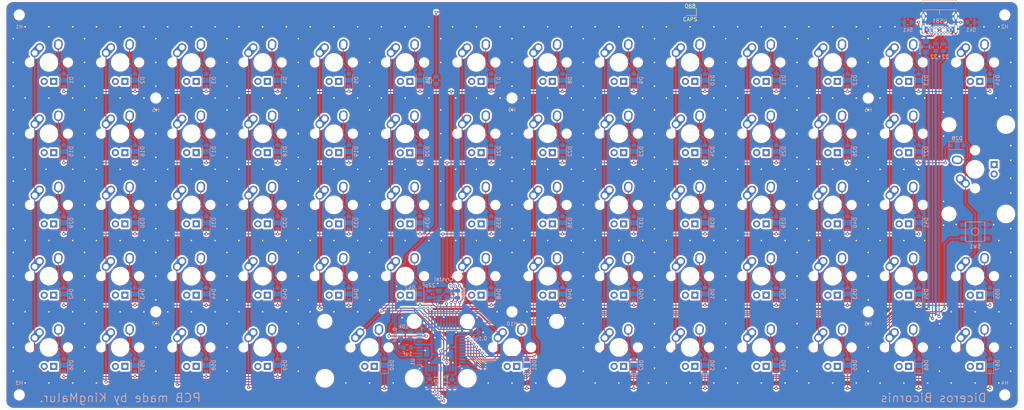
<source format=kicad_pcb>
(kicad_pcb (version 20171130) (host pcbnew "(5.1.4)-1")
  (layers (0 F.Cu signal) (31 B.Cu signal) (34 B.Paste user) (35 F.Paste user) (36 B.SilkS user) (37 F.SilkS user) (38 B.Mask user) (39 F.Mask user) (44 Edge.Cuts user))
  (net 0 "")
  (net 1 "Net-(C1-Pad2)")
  (net 2 GND)
  (net 3 "Net-(C2-Pad2)")
  (net 4 "Net-(C3-Pad1)")
  (net 5 +5V)
  (net 6 "Net-(D1-Pad2)")
  (net 7 ROW0)
  (net 8 "Net-(D2-Pad2)")
  (net 9 "Net-(D3-Pad2)")
  (net 10 "Net-(D4-Pad2)")
  (net 11 "Net-(D5-Pad2)")
  (net 12 "Net-(D6-Pad2)")
  (net 13 "Net-(D7-Pad2)")
  (net 14 "Net-(D8-Pad2)")
  (net 15 "Net-(D9-Pad2)")
  (net 16 "Net-(D10-Pad2)")
  (net 17 "Net-(D11-Pad2)")
  (net 18 "Net-(D12-Pad2)")
  (net 19 "Net-(D13-Pad2)")
  (net 20 "Net-(D14-Pad2)")
  (net 21 "Net-(D15-Pad2)")
  (net 22 ROW1)
  (net 23 "Net-(D16-Pad2)")
  (net 24 "Net-(D17-Pad2)")
  (net 25 "Net-(D18-Pad2)")
  (net 26 "Net-(D19-Pad2)")
  (net 27 "Net-(D20-Pad2)")
  (net 28 "Net-(D21-Pad2)")
  (net 29 "Net-(D22-Pad2)")
  (net 30 "Net-(D23-Pad2)")
  (net 31 "Net-(D24-Pad2)")
  (net 32 "Net-(D25-Pad2)")
  (net 33 "Net-(D26-Pad2)")
  (net 34 "Net-(D27-Pad2)")
  (net 35 "Net-(D28-Pad2)")
  (net 36 "Net-(D29-Pad2)")
  (net 37 ROW2)
  (net 38 "Net-(D30-Pad2)")
  (net 39 "Net-(D31-Pad2)")
  (net 40 "Net-(D32-Pad2)")
  (net 41 "Net-(D33-Pad2)")
  (net 42 "Net-(D34-Pad2)")
  (net 43 "Net-(D35-Pad2)")
  (net 44 "Net-(D36-Pad2)")
  (net 45 "Net-(D37-Pad2)")
  (net 46 "Net-(D38-Pad2)")
  (net 47 "Net-(D39-Pad2)")
  (net 48 "Net-(D40-Pad2)")
  (net 49 "Net-(D41-Pad2)")
  (net 50 "Net-(D42-Pad2)")
  (net 51 ROW3)
  (net 52 "Net-(D43-Pad2)")
  (net 53 "Net-(D44-Pad2)")
  (net 54 "Net-(D45-Pad2)")
  (net 55 "Net-(D46-Pad2)")
  (net 56 "Net-(D47-Pad2)")
  (net 57 "Net-(D48-Pad2)")
  (net 58 "Net-(D49-Pad2)")
  (net 59 "Net-(D50-Pad2)")
  (net 60 "Net-(D51-Pad2)")
  (net 61 "Net-(D52-Pad2)")
  (net 62 "Net-(D53-Pad2)")
  (net 63 "Net-(D54-Pad2)")
  (net 64 "Net-(D55-Pad2)")
  (net 65 "Net-(D56-Pad2)")
  (net 66 ROW4)
  (net 67 "Net-(D57-Pad2)")
  (net 68 "Net-(D58-Pad2)")
  (net 69 "Net-(D59-Pad2)")
  (net 70 "Net-(D60-Pad2)")
  (net 71 "Net-(D61-Pad2)")
  (net 72 "Net-(D62-Pad2)")
  (net 73 "Net-(D63-Pad2)")
  (net 74 "Net-(D64-Pad2)")
  (net 75 "Net-(D65-Pad2)")
  (net 76 "Net-(D66-Pad2)")
  (net 77 "Net-(D67-Pad2)")
  (net 78 VCC)
  (net 79 COL0)
  (net 80 COL1)
  (net 81 COL2)
  (net 82 COL3)
  (net 83 COL4)
  (net 84 COL5)
  (net 85 COL6)
  (net 86 COL7)
  (net 87 COL8)
  (net 88 COL9)
  (net 89 COL10)
  (net 90 COL11)
  (net 91 COL12)
  (net 92 COL13)
  (net 93 "Net-(R1-Pad2)")
  (net 94 D+)
  (net 95 "Net-(R2-Pad1)")
  (net 96 D-)
  (net 97 "Net-(R3-Pad1)")
  (net 98 "Net-(R4-Pad2)")
  (net 99 "Net-(U1-Pad42)")
  (net 100 "Net-(U1-Pad1)")
  (net 101 "Net-(U1-Pad12)")
  (net 102 "Net-(U1-Pad8)")
  (net 103 LED0)
  (net 104 "Net-(U1-Pad10)")
  (net 105 "Net-(U1-Pad9)")
  (net 106 "Net-(D68-Pad2)")
  (net 107 "Net-(R6-Pad1)")
  (net 108 "Net-(R7-Pad1)")
  (net 109 "Net-(USB1-PadA8)")
  (net 110 "Net-(USB1-PadB8)")
  (module Type-C:USB_C_GCT_USB4085 (layer B.Cu) (at 262.763 58.166)
    (fp_text reference USB1 (at 0 2.95275) (layer B.SilkS) (effects (justify mirror)))
    (fp_text value GCT-USB4085-GF-A)
    (pad A5 thru_hole circle (at -1.275 6.1) (size 0.65 0.65) (drill 0.4) (layers *.Cu *.Mask) (net 107 "Net-(R6-Pad1)"))
    (pad A1 thru_hole circle (at -2.975 6.1) (size 0.65 0.65) (drill 0.4) (layers *.Cu *.Mask) (net 2 GND))
    (pad A4 thru_hole circle (at -2.125 6.1) (size 0.65 0.65) (drill 0.4) (layers *.Cu *.Mask) (net 78 VCC))
    (pad A6 thru_hole circle (at -0.425 6.1) (size 0.65 0.65) (drill 0.4) (layers *.Cu *.Mask) (net 94 D+))
    (pad A7 thru_hole circle (at 0.425 6.1) (size 0.65 0.65) (drill 0.4) (layers *.Cu *.Mask) (net 96 D-))
    (pad A8 thru_hole circle (at 1.275 6.1) (size 0.65 0.65) (drill 0.4) (layers *.Cu *.Mask) (net 109 "Net-(USB1-PadA8)"))
    (pad A9 thru_hole circle (at 2.125 6.1) (size 0.65 0.65) (drill 0.4) (layers *.Cu *.Mask) (net 78 VCC))
    (pad A12 thru_hole circle (at 2.975 6.1) (size 0.65 0.65) (drill 0.4) (layers *.Cu *.Mask) (net 2 GND))
    (pad B12 thru_hole circle (at -2.975 4.775) (size 0.65 0.65) (drill 0.4) (layers *.Cu *.Mask) (net 2 GND))
    (pad B9 thru_hole circle (at -2.12 4.775) (size 0.65 0.65) (drill 0.4) (layers *.Cu *.Mask) (net 78 VCC))
    (pad B8 thru_hole circle (at -1.27 4.775) (size 0.65 0.65) (drill 0.4) (layers *.Cu *.Mask) (net 110 "Net-(USB1-PadB8)"))
    (pad B7 thru_hole circle (at -0.42 4.775) (size 0.65 0.65) (drill 0.4) (layers *.Cu *.Mask) (net 96 D-))
    (pad B6 thru_hole circle (at 0.43 4.775) (size 0.65 0.65) (drill 0.4) (layers *.Cu *.Mask) (net 94 D+))
    (pad B5 thru_hole circle (at 1.28 4.775) (size 0.65 0.65) (drill 0.4) (layers *.Cu *.Mask) (net 108 "Net-(R7-Pad1)"))
    (pad B4 thru_hole circle (at 2.13 4.775) (size 0.65 0.65) (drill 0.4) (layers *.Cu *.Mask) (net 78 VCC))
    (pad B1 thru_hole circle (at 2.98 4.775) (size 0.65 0.65) (drill 0.4) (layers *.Cu *.Mask) (net 2 GND))
    (pad S1 thru_hole oval (at -4.325 5.12) (size 0.9 2.4) (drill oval 0.6 2.1) (layers *.Cu *.Mask) (net 2 GND))
    (pad S1 thru_hole oval (at 4.325 5.12) (size 0.9 2.4) (drill oval 0.6 2.1) (layers *.Cu *.Mask) (net 2 GND))
    (pad S1 thru_hole oval (at -4.325 1.74) (size 0.9 1.7) (drill oval 0.6 1.4) (layers *.Cu *.Mask) (net 2 GND))
    (pad S1 thru_hole oval (at 4.325 1.74) (size 0.9 1.7) (drill oval 0.6 1.4) (layers *.Cu *.Mask) (net 2 GND))
  )
  (module MX_Alps_Hybrid:MX-1U (layer F.Cu) (at 253.20625 72.23125)
    (fp_text reference MX13)
    (fp_text value MX-NoLED)
    (pad "" np_thru_hole circle (at 5.08 0 48.0996) (size 1.75 1.75) (drill 1.75) (layers *.Cu *.Mask))
    (pad "" np_thru_hole circle (at -5.08 0 48.0996) (size 1.75 1.75) (drill 1.75) (layers *.Cu *.Mask))
    (pad 4 thru_hole rect (at 1.27 5.08) (size 1.905 1.905) (drill 1.04) (layers *.Cu B.Mask))
    (pad 3 thru_hole circle (at -1.27 5.08) (size 1.905 1.905) (drill 1.04) (layers *.Cu B.Mask))
    (pad 1 thru_hole circle (at -2.5 -4) (size 2.25 2.25) (drill 1.47) (layers *.Cu B.Mask) (net 91 COL12))
    (pad "" np_thru_hole circle (at 0 0) (size 3.9878 3.9878) (drill 3.9878) (layers *.Cu *.Mask))
    (pad 1 thru_hole oval (at -3.81 -2.54 48.0996) (size 4.211556 2.25) (drill 1.47 (offset 0.980778 0)) (layers *.Cu B.Mask) (net 91 COL12))
    (pad 2 thru_hole circle (at 2.54 -5.08) (size 2.25 2.25) (drill 1.47) (layers *.Cu B.Mask) (net 19 "Net-(D13-Pad2)"))
    (pad 2 thru_hole oval (at 2.5 -4.5 86.0548) (size 2.831378 2.25) (drill 1.47 (offset 0.290689 0)) (layers *.Cu B.Mask) (net 19 "Net-(D13-Pad2)"))
  )
  (module Resistor_SMD:R_0805_2012Metric (layer B.Cu) (at 271.145 61.468)
    (fp_text reference 5k1 (at 0 2.032) (layer B.SilkS) (effects (justify mirror)))
    (fp_text value 5k1)
    (pad 2 smd roundrect (at 0.9375 0) (size 0.975 1.4) (layers B.Cu B.Paste B.Mask) (net 2 GND))
    (pad 1 smd roundrect (at -0.9375 0) (size 0.975 1.4) (layers B.Cu B.Paste B.Mask) (net 108 "Net-(R7-Pad1)"))
  )
  (module Resistor_SMD:R_0805_2012Metric (layer B.Cu) (at 254.254 61.468 180)
    (fp_text reference 5k1 (at 0 -2.032) (layer B.SilkS) (effects (justify mirror)))
    (fp_text value 5k1)
    (pad 2 smd roundrect (at 0.9375 0 180) (size 0.975 1.4) (layers B.Cu B.Paste B.Mask) (net 2 GND))
    (pad 1 smd roundrect (at -0.9375 0 180) (size 0.975 1.4) (layers B.Cu B.Paste B.Mask) (net 107 "Net-(R6-Pad1)"))
  )
  (module Fuse:Fuse_1206_3216Metric (layer B.Cu) (at 259.08 68.04025 90)
    (fp_text reference 500mA (at -0.22225 -1.524 90) (layer B.SilkS) (effects (font (size 0.75 0.75) (thickness 0.1)) (justify mirror)))
    (fp_text value 500mA)
    (pad 2 smd roundrect (at 1.4 0 90) (size 1.25 1.75) (layers B.Cu B.Paste B.Mask) (roundrect_rratio 0.2) (net 78 VCC))
    (pad 1 smd roundrect (at -1.4 0 90) (size 1.25 1.75) (layers B.Cu B.Paste B.Mask) (roundrect_rratio 0.2) (net 5 +5V))
  )
  (module Crystal:Crystal_SMD_3225-4Pin_3.2x2.5mm (layer B.Cu) (at 130.01625 134.20725 180)
    (fp_text reference Crystal (at -0.15875 4.03225) (layer B.SilkS) (effects (justify mirror)))
    (fp_text value 16MHz)
    (pad 4 smd rect (at -1.1 0.85 180) (size 1.4 1.2) (layers B.Cu B.Paste B.Mask) (net 2 GND))
    (pad 3 smd rect (at 1.1 0.85 180) (size 1.4 1.2) (layers B.Cu B.Paste B.Mask) (net 3 "Net-(C2-Pad2)"))
    (pad 2 smd rect (at 1.1 -0.85 180) (size 1.4 1.2) (layers B.Cu B.Paste B.Mask) (net 2 GND))
    (pad 1 smd rect (at -1.1 -0.85 180) (size 1.4 1.2) (layers B.Cu B.Paste B.Mask) (net 1 "Net-(C1-Pad2)"))
  )
  (module Resistor_SMD:R_0805_2012Metric (layer B.Cu) (at 263.779 68.199 90)
    (fp_text reference 22 (at -2.54 0.508 180) (layer B.SilkS) (effects (justify mirror)))
    (fp_text value 22)
    (pad 2 smd roundrect (at 0.9375 0 90) (size 0.975 1.4) (layers B.Cu B.Paste B.Mask) (net 96 D-))
    (pad 1 smd roundrect (at -0.9375 0 90) (size 0.975 1.4) (layers B.Cu B.Paste B.Mask) (net 97 "Net-(R3-Pad1)"))
  )
  (module Resistor_SMD:R_0805_2012Metric (layer B.Cu) (at 261.747 68.199 90)
    (fp_text reference 22 (at -2.54 -0.508 180) (layer B.SilkS) (effects (justify mirror)))
    (fp_text value 22)
    (pad 2 smd roundrect (at 0.9375 0 90) (size 0.975 1.4) (layers B.Cu B.Paste B.Mask) (net 94 D+))
    (pad 1 smd roundrect (at -0.9375 0 90) (size 0.975 1.4) (layers B.Cu B.Paste B.Mask) (net 95 "Net-(R2-Pad1)"))
  )
  (module MX_Alps_Hybrid:MX-2U (layer F.Cu) (at 148.43125 148.43125)
    (fp_text reference MX61)
    (fp_text value MX-NoLED)
    (pad "" np_thru_hole circle (at 11.938 8.255) (size 3.9878 3.9878) (drill 3.9878) (layers *.Cu *.Mask))
    (pad "" np_thru_hole circle (at -11.938 8.255) (size 3.9878 3.9878) (drill 3.9878) (layers *.Cu *.Mask))
    (pad "" np_thru_hole circle (at 11.938 -6.985) (size 3.048 3.048) (drill 3.048) (layers *.Cu *.Mask))
    (pad "" np_thru_hole circle (at -11.938 -6.985) (size 3.048 3.048) (drill 3.048) (layers *.Cu *.Mask))
    (pad "" np_thru_hole circle (at 5.08 0 48.0996) (size 1.75 1.75) (drill 1.75) (layers *.Cu *.Mask))
    (pad "" np_thru_hole circle (at -5.08 0 48.0996) (size 1.75 1.75) (drill 1.75) (layers *.Cu *.Mask))
    (pad 4 thru_hole rect (at 1.27 5.08) (size 1.905 1.905) (drill 1.04) (layers *.Cu B.Mask))
    (pad 3 thru_hole circle (at -1.27 5.08) (size 1.905 1.905) (drill 1.04) (layers *.Cu B.Mask))
    (pad 1 thru_hole circle (at -2.5 -4) (size 2.25 2.25) (drill 1.47) (layers *.Cu B.Mask) (net 85 COL6))
    (pad "" np_thru_hole circle (at 0 0) (size 3.9878 3.9878) (drill 3.9878) (layers *.Cu *.Mask))
    (pad 1 thru_hole oval (at -3.81 -2.54 48.0996) (size 4.211556 2.25) (drill 1.47 (offset 0.980778 0)) (layers *.Cu B.Mask) (net 85 COL6))
    (pad 2 thru_hole circle (at 2.54 -5.08) (size 2.25 2.25) (drill 1.47) (layers *.Cu B.Mask) (net 71 "Net-(D61-Pad2)"))
    (pad 2 thru_hole oval (at 2.5 -4.5 86.0548) (size 2.831378 2.25) (drill 1.47 (offset 0.290689 0)) (layers *.Cu B.Mask) (net 71 "Net-(D61-Pad2)"))
  )
  (module MX_Alps_Hybrid:MX-1U (layer F.Cu) (at 272.25625 72.23125)
    (fp_text reference MX14)
    (fp_text value MX-NoLED)
    (pad "" np_thru_hole circle (at 5.08 0 48.0996) (size 1.75 1.75) (drill 1.75) (layers *.Cu *.Mask))
    (pad "" np_thru_hole circle (at -5.08 0 48.0996) (size 1.75 1.75) (drill 1.75) (layers *.Cu *.Mask))
    (pad 4 thru_hole rect (at 1.27 5.08) (size 1.905 1.905) (drill 1.04) (layers *.Cu B.Mask))
    (pad 3 thru_hole circle (at -1.27 5.08) (size 1.905 1.905) (drill 1.04) (layers *.Cu B.Mask))
    (pad 1 thru_hole circle (at -2.5 -4) (size 2.25 2.25) (drill 1.47) (layers *.Cu B.Mask) (net 92 COL13))
    (pad "" np_thru_hole circle (at 0 0) (size 3.9878 3.9878) (drill 3.9878) (layers *.Cu *.Mask))
    (pad 1 thru_hole oval (at -3.81 -2.54 48.0996) (size 4.211556 2.25) (drill 1.47 (offset 0.980778 0)) (layers *.Cu B.Mask) (net 92 COL13))
    (pad 2 thru_hole circle (at 2.54 -5.08) (size 2.25 2.25) (drill 1.47) (layers *.Cu B.Mask) (net 20 "Net-(D14-Pad2)"))
    (pad 2 thru_hole oval (at 2.5 -4.5 86.0548) (size 2.831378 2.25) (drill 1.47 (offset 0.290689 0)) (layers *.Cu B.Mask) (net 20 "Net-(D14-Pad2)"))
  )
  (module MX_Alps_Hybrid:MX-1U (layer F.Cu) (at 253.20625 91.28125)
    (fp_text reference MX27)
    (fp_text value MX-NoLED)
    (pad "" np_thru_hole circle (at 5.08 0 48.0996) (size 1.75 1.75) (drill 1.75) (layers *.Cu *.Mask))
    (pad "" np_thru_hole circle (at -5.08 0 48.0996) (size 1.75 1.75) (drill 1.75) (layers *.Cu *.Mask))
    (pad 4 thru_hole rect (at 1.27 5.08) (size 1.905 1.905) (drill 1.04) (layers *.Cu B.Mask))
    (pad 3 thru_hole circle (at -1.27 5.08) (size 1.905 1.905) (drill 1.04) (layers *.Cu B.Mask))
    (pad 1 thru_hole circle (at -2.5 -4) (size 2.25 2.25) (drill 1.47) (layers *.Cu B.Mask) (net 91 COL12))
    (pad "" np_thru_hole circle (at 0 0) (size 3.9878 3.9878) (drill 3.9878) (layers *.Cu *.Mask))
    (pad 1 thru_hole oval (at -3.81 -2.54 48.0996) (size 4.211556 2.25) (drill 1.47 (offset 0.980778 0)) (layers *.Cu B.Mask) (net 91 COL12))
    (pad 2 thru_hole circle (at 2.54 -5.08) (size 2.25 2.25) (drill 1.47) (layers *.Cu B.Mask) (net 34 "Net-(D27-Pad2)"))
    (pad 2 thru_hole oval (at 2.5 -4.5 86.0548) (size 2.831378 2.25) (drill 1.47 (offset 0.290689 0)) (layers *.Cu B.Mask) (net 34 "Net-(D27-Pad2)"))
  )
  (module MX_Alps_Hybrid:MX-2U (layer F.Cu) (at 272.25625 100.80625 90)
    (fp_text reference MX28)
    (fp_text value MX-NoLED)
    (pad "" np_thru_hole circle (at 11.938 8.255 90) (size 3.9878 3.9878) (drill 3.9878) (layers *.Cu *.Mask))
    (pad "" np_thru_hole circle (at -11.938 8.255 90) (size 3.9878 3.9878) (drill 3.9878) (layers *.Cu *.Mask))
    (pad "" np_thru_hole circle (at 11.938 -6.985 90) (size 3.048 3.048) (drill 3.048) (layers *.Cu *.Mask))
    (pad "" np_thru_hole circle (at -11.938 -6.985 90) (size 3.048 3.048) (drill 3.048) (layers *.Cu *.Mask))
    (pad "" np_thru_hole circle (at 5.08 0 138.0996) (size 1.75 1.75) (drill 1.75) (layers *.Cu *.Mask))
    (pad "" np_thru_hole circle (at -5.08 0 138.0996) (size 1.75 1.75) (drill 1.75) (layers *.Cu *.Mask))
    (pad 4 thru_hole rect (at 1.27 5.08 90) (size 1.905 1.905) (drill 1.04) (layers *.Cu B.Mask))
    (pad 3 thru_hole circle (at -1.27 5.08 90) (size 1.905 1.905) (drill 1.04) (layers *.Cu B.Mask))
    (pad 1 thru_hole circle (at -2.5 -4 90) (size 2.25 2.25) (drill 1.47) (layers *.Cu B.Mask) (net 92 COL13))
    (pad "" np_thru_hole circle (at 0 0 90) (size 3.9878 3.9878) (drill 3.9878) (layers *.Cu *.Mask))
    (pad 1 thru_hole oval (at -3.81 -2.54 138.0996) (size 4.211556 2.25) (drill 1.47 (offset 0.980778 0)) (layers *.Cu B.Mask) (net 92 COL13))
    (pad 2 thru_hole circle (at 2.54 -5.08 90) (size 2.25 2.25) (drill 1.47) (layers *.Cu B.Mask) (net 35 "Net-(D28-Pad2)"))
    (pad 2 thru_hole oval (at 2.5 -4.5 176.0548) (size 2.831378 2.25) (drill 1.47 (offset 0.290689 0)) (layers *.Cu B.Mask) (net 35 "Net-(D28-Pad2)"))
  )
  (module Resistor_SMD:R_0805_2012Metric (layer B.Cu) (at 128.143 76.99375 270)
    (fp_text reference R5 (at 0 1.65 270) (layer B.SilkS) (effects (justify mirror)))
    (fp_text value 470)
    (pad 2 smd roundrect (at 0.9375 0 270) (size 0.975 1.4) (layers B.Cu B.Paste B.Mask) (net 103 LED0))
    (pad 1 smd roundrect (at -0.9375 0 270) (size 0.975 1.4) (layers B.Cu B.Paste B.Mask) (net 106 "Net-(D68-Pad2)"))
  )
  (module MountingHole:MountingHole_2mm (layer B.Cu) (at 148.43125 138.90625)
    (fp_text reference H10 (at 0 3.2) (layer B.SilkS) (effects (justify mirror)))
    (fp_text value MountingHole)
    (pad "" np_thru_hole circle (at 0 0) (size 2 2) (drill 2) (layers *.Cu *.Mask))
  )
  (module MountingHole:MountingHole_2mm (layer B.Cu) (at 148.43125 81.75625)
    (fp_text reference H9 (at 0 3.2) (layer B.SilkS) (effects (justify mirror)))
    (fp_text value MountingHole)
    (pad "" np_thru_hole circle (at 0 0) (size 2 2) (drill 2) (layers *.Cu *.Mask))
  )
  (module MountingHole:MountingHole_2mm (layer B.Cu) (at 243.68125 138.90625)
    (fp_text reference H8 (at 0 3.2) (layer B.SilkS) (effects (justify mirror)))
    (fp_text value MountingHole)
    (pad "" np_thru_hole circle (at 0 0) (size 2 2) (drill 2) (layers *.Cu *.Mask))
  )
  (module MountingHole:MountingHole_2mm (layer B.Cu) (at 53.18125 138.90625)
    (fp_text reference H7 (at 0 3.2) (layer B.SilkS) (effects (justify mirror)))
    (fp_text value MountingHole)
    (pad "" np_thru_hole circle (at 0 0) (size 2 2) (drill 2) (layers *.Cu *.Mask))
  )
  (module MountingHole:MountingHole_2mm (layer B.Cu) (at 243.68125 81.75625)
    (fp_text reference H6 (at 0 3.2) (layer B.SilkS) (effects (justify mirror)))
    (fp_text value MountingHole)
    (pad "" np_thru_hole circle (at 0 0) (size 2 2) (drill 2) (layers *.Cu *.Mask))
  )
  (module MountingHole:MountingHole_2mm (layer B.Cu) (at 53.18125 81.75625)
    (fp_text reference H5 (at 0 3.2) (layer B.SilkS) (effects (justify mirror)))
    (fp_text value MountingHole)
    (pad "" np_thru_hole circle (at 0 0) (size 2 2) (drill 2) (layers *.Cu *.Mask))
  )
  (module MountingHole:MountingHole_2mm (layer B.Cu) (at 280.19375 161.13125)
    (fp_text reference H4 (at 0 -3.175) (layer B.SilkS) (effects (justify mirror)))
    (fp_text value MountingHole)
    (pad "" np_thru_hole circle (at 0 0) (size 2 2) (drill 2) (layers *.Cu *.Mask))
  )
  (module MountingHole:MountingHole_2mm (layer B.Cu) (at 16.66875 161.13125)
    (fp_text reference H3 (at 0 -3.175) (layer B.SilkS) (effects (justify mirror)))
    (fp_text value MountingHole)
    (pad "" np_thru_hole circle (at 0 0) (size 2 2) (drill 2) (layers *.Cu *.Mask))
  )
  (module MountingHole:MountingHole_2mm (layer B.Cu) (at 280.19375 59.53125)
    (fp_text reference H2 (at 0 3.175) (layer B.SilkS) (effects (justify mirror)))
    (fp_text value MountingHole)
    (pad "" np_thru_hole circle (at 0 0) (size 2 2) (drill 2) (layers *.Cu *.Mask))
  )
  (module MountingHole:MountingHole_2mm (layer B.Cu) (at 16.66875 59.53125)
    (fp_text reference H1 (at 0 3.175) (layer B.SilkS) (effects (justify mirror)))
    (fp_text value MountingHole)
    (pad "" np_thru_hole circle (at 0 0) (size 2 2) (drill 2) (layers *.Cu *.Mask))
  )
  (module LED_SMD:LED_0805_2012Metric (layer F.Cu) (at 196.05625 58.7375 180)
    (fp_text reference D68 (at 0 1.5875) (layer F.SilkS))
    (fp_text value LED)
    (pad 2 smd roundrect (at 0.9375 0 180) (size 0.975 1.4) (layers F.Cu F.Paste F.Mask) (net 106 "Net-(D68-Pad2)"))
    (pad 1 smd roundrect (at -0.9375 0 180) (size 0.975 1.4) (layers F.Cu F.Paste F.Mask) (net 2 GND))
  )
  (module MX_Alps_Hybrid:MX-2U (layer F.Cu) (at 110.33125 148.43125)
    (fp_text reference MX60)
    (fp_text value MX-NoLED)
    (pad "" np_thru_hole circle (at 11.938 8.255) (size 3.9878 3.9878) (drill 3.9878) (layers *.Cu *.Mask))
    (pad "" np_thru_hole circle (at -11.938 8.255) (size 3.9878 3.9878) (drill 3.9878) (layers *.Cu *.Mask))
    (pad "" np_thru_hole circle (at 11.938 -6.985) (size 3.048 3.048) (drill 3.048) (layers *.Cu *.Mask))
    (pad "" np_thru_hole circle (at -11.938 -6.985) (size 3.048 3.048) (drill 3.048) (layers *.Cu *.Mask))
    (pad "" np_thru_hole circle (at 5.08 0 48.0996) (size 1.75 1.75) (drill 1.75) (layers *.Cu *.Mask))
    (pad "" np_thru_hole circle (at -5.08 0 48.0996) (size 1.75 1.75) (drill 1.75) (layers *.Cu *.Mask))
    (pad 4 thru_hole rect (at 1.27 5.08) (size 1.905 1.905) (drill 1.04) (layers *.Cu B.Mask))
    (pad 3 thru_hole circle (at -1.27 5.08) (size 1.905 1.905) (drill 1.04) (layers *.Cu B.Mask))
    (pad 1 thru_hole circle (at -2.5 -4) (size 2.25 2.25) (drill 1.47) (layers *.Cu B.Mask) (net 84 COL5))
    (pad "" np_thru_hole circle (at 0 0) (size 3.9878 3.9878) (drill 3.9878) (layers *.Cu *.Mask))
    (pad 1 thru_hole oval (at -3.81 -2.54 48.0996) (size 4.211556 2.25) (drill 1.47 (offset 0.980778 0)) (layers *.Cu B.Mask) (net 84 COL5))
    (pad 2 thru_hole circle (at 2.54 -5.08) (size 2.25 2.25) (drill 1.47) (layers *.Cu B.Mask) (net 70 "Net-(D60-Pad2)"))
    (pad 2 thru_hole oval (at 2.5 -4.5 86.0548) (size 2.831378 2.25) (drill 1.47 (offset 0.290689 0)) (layers *.Cu B.Mask) (net 70 "Net-(D60-Pad2)"))
  )
  (module MX_Alps_Hybrid:MX-1U (layer F.Cu) (at 253.20625 110.33125)
    (fp_text reference MX41)
    (fp_text value MX-NoLED)
    (pad "" np_thru_hole circle (at 5.08 0 48.0996) (size 1.75 1.75) (drill 1.75) (layers *.Cu *.Mask))
    (pad "" np_thru_hole circle (at -5.08 0 48.0996) (size 1.75 1.75) (drill 1.75) (layers *.Cu *.Mask))
    (pad 4 thru_hole rect (at 1.27 5.08) (size 1.905 1.905) (drill 1.04) (layers *.Cu B.Mask))
    (pad 3 thru_hole circle (at -1.27 5.08) (size 1.905 1.905) (drill 1.04) (layers *.Cu B.Mask))
    (pad 1 thru_hole circle (at -2.5 -4) (size 2.25 2.25) (drill 1.47) (layers *.Cu B.Mask) (net 91 COL12))
    (pad "" np_thru_hole circle (at 0 0) (size 3.9878 3.9878) (drill 3.9878) (layers *.Cu *.Mask))
    (pad 1 thru_hole oval (at -3.81 -2.54 48.0996) (size 4.211556 2.25) (drill 1.47 (offset 0.980778 0)) (layers *.Cu B.Mask) (net 91 COL12))
    (pad 2 thru_hole circle (at 2.54 -5.08) (size 2.25 2.25) (drill 1.47) (layers *.Cu B.Mask) (net 49 "Net-(D41-Pad2)"))
    (pad 2 thru_hole oval (at 2.5 -4.5 86.0548) (size 2.831378 2.25) (drill 1.47 (offset 0.290689 0)) (layers *.Cu B.Mask) (net 49 "Net-(D41-Pad2)"))
  )
  (module MX_Alps_Hybrid:MX-1U (layer F.Cu) (at 138.90625 129.38125)
    (fp_text reference MX48)
    (fp_text value MX-NoLED)
    (pad "" np_thru_hole circle (at 5.08 0 48.0996) (size 1.75 1.75) (drill 1.75) (layers *.Cu *.Mask))
    (pad "" np_thru_hole circle (at -5.08 0 48.0996) (size 1.75 1.75) (drill 1.75) (layers *.Cu *.Mask))
    (pad 4 thru_hole rect (at 1.27 5.08) (size 1.905 1.905) (drill 1.04) (layers *.Cu B.Mask))
    (pad 3 thru_hole circle (at -1.27 5.08) (size 1.905 1.905) (drill 1.04) (layers *.Cu B.Mask))
    (pad 1 thru_hole circle (at -2.5 -4) (size 2.25 2.25) (drill 1.47) (layers *.Cu B.Mask) (net 85 COL6))
    (pad "" np_thru_hole circle (at 0 0) (size 3.9878 3.9878) (drill 3.9878) (layers *.Cu *.Mask))
    (pad 1 thru_hole oval (at -3.81 -2.54 48.0996) (size 4.211556 2.25) (drill 1.47 (offset 0.980778 0)) (layers *.Cu B.Mask) (net 85 COL6))
    (pad 2 thru_hole circle (at 2.54 -5.08) (size 2.25 2.25) (drill 1.47) (layers *.Cu B.Mask) (net 57 "Net-(D48-Pad2)"))
    (pad 2 thru_hole oval (at 2.5 -4.5 86.0548) (size 2.831378 2.25) (drill 1.47 (offset 0.290689 0)) (layers *.Cu B.Mask) (net 57 "Net-(D48-Pad2)"))
  )
  (module Capacitor_SMD:C_0805_2012Metric (layer B.Cu) (at 126.365 157.8125 270)
    (fp_text reference 10uF (at 0 -1.778 270) (layer B.SilkS) (effects (justify mirror)))
    (fp_text value 10uF)
    (pad 1 smd roundrect (at -0.9375 0 270) (size 0.975 1.4) (layers B.Cu B.Paste B.Mask) (net 5 +5V))
    (pad 2 smd roundrect (at 0.9375 0 270) (size 0.975 1.4) (layers B.Cu B.Paste B.Mask) (net 2 GND))
  )
  (module Capacitor_SMD:C_0805_2012Metric (layer B.Cu) (at 126.1745 134.20725 90)
    (fp_text reference 22pF (at 2.38125 -0.0635 180) (layer B.SilkS) (effects (justify mirror)))
    (fp_text value 22pF)
    (pad 1 smd roundrect (at -0.9375 0 90) (size 0.975 1.4) (layers B.Cu B.Paste B.Mask) (net 2 GND))
    (pad 2 smd roundrect (at 0.9375 0 90) (size 0.975 1.4) (layers B.Cu B.Paste B.Mask) (net 3 "Net-(C2-Pad2)"))
  )
  (module Capacitor_SMD:C_0805_2012Metric (layer B.Cu) (at 133.858 134.239 270)
    (fp_text reference 22pF (at 0 -1.524 270) (layer B.SilkS) (effects (justify mirror)))
    (fp_text value 22pF)
    (pad 2 smd roundrect (at 0.9375 0 270) (size 0.975 1.4) (layers B.Cu B.Paste B.Mask) (net 1 "Net-(C1-Pad2)"))
    (pad 1 smd roundrect (at -0.9375 0 270) (size 0.975 1.4) (layers B.Cu B.Paste B.Mask) (net 2 GND))
  )
  (module Package_QFP:TQFP-44_10x10mm_P0.8mm (layer B.Cu) (at 129.38125 148.43125)
    (fp_text reference U1 (at -7.46125 3.84175 90) (layer B.SilkS) (effects (justify mirror)))
    (fp_text value ATmega32U4-AU)
    (pad 44 smd rect (at -4 5.7 270) (size 1.5 0.55) (layers B.Cu B.Paste B.Mask) (net 5 +5V))
    (pad 43 smd rect (at -3.2 5.7 270) (size 1.5 0.55) (layers B.Cu B.Paste B.Mask) (net 2 GND))
    (pad 42 smd rect (at -2.4 5.7 270) (size 1.5 0.55) (layers B.Cu B.Paste B.Mask) (net 99 "Net-(U1-Pad42)"))
    (pad 41 smd rect (at -1.6 5.7 270) (size 1.5 0.55) (layers B.Cu B.Paste B.Mask) (net 79 COL0))
    (pad 40 smd rect (at -0.8 5.7 270) (size 1.5 0.55) (layers B.Cu B.Paste B.Mask) (net 80 COL1))
    (pad 39 smd rect (at 0 5.7 270) (size 1.5 0.55) (layers B.Cu B.Paste B.Mask) (net 81 COL2))
    (pad 38 smd rect (at 0.8 5.7 270) (size 1.5 0.55) (layers B.Cu B.Paste B.Mask) (net 82 COL3))
    (pad 37 smd rect (at 1.6 5.7 270) (size 1.5 0.55) (layers B.Cu B.Paste B.Mask) (net 83 COL4))
    (pad 36 smd rect (at 2.4 5.7 270) (size 1.5 0.55) (layers B.Cu B.Paste B.Mask) (net 84 COL5))
    (pad 35 smd rect (at 3.2 5.7 270) (size 1.5 0.55) (layers B.Cu B.Paste B.Mask) (net 2 GND))
    (pad 34 smd rect (at 4 5.7 270) (size 1.5 0.55) (layers B.Cu B.Paste B.Mask) (net 5 +5V))
    (pad 33 smd rect (at 5.7 4) (size 1.5 0.55) (layers B.Cu B.Paste B.Mask) (net 98 "Net-(R4-Pad2)"))
    (pad 32 smd rect (at 5.7 3.2) (size 1.5 0.55) (layers B.Cu B.Paste B.Mask) (net 85 COL6))
    (pad 31 smd rect (at 5.7 2.4) (size 1.5 0.55) (layers B.Cu B.Paste B.Mask) (net 86 COL7))
    (pad 30 smd rect (at 5.7 1.6) (size 1.5 0.55) (layers B.Cu B.Paste B.Mask) (net 87 COL8))
    (pad 29 smd rect (at 5.7 0.8) (size 1.5 0.55) (layers B.Cu B.Paste B.Mask) (net 88 COL9))
    (pad 28 smd rect (at 5.7 0) (size 1.5 0.55) (layers B.Cu B.Paste B.Mask) (net 89 COL10))
    (pad 27 smd rect (at 5.7 -0.8) (size 1.5 0.55) (layers B.Cu B.Paste B.Mask) (net 90 COL11))
    (pad 26 smd rect (at 5.7 -1.6) (size 1.5 0.55) (layers B.Cu B.Paste B.Mask) (net 91 COL12))
    (pad 25 smd rect (at 5.7 -2.4) (size 1.5 0.55) (layers B.Cu B.Paste B.Mask) (net 92 COL13))
    (pad 24 smd rect (at 5.7 -3.2) (size 1.5 0.55) (layers B.Cu B.Paste B.Mask) (net 5 +5V))
    (pad 23 smd rect (at 5.7 -4) (size 1.5 0.55) (layers B.Cu B.Paste B.Mask) (net 2 GND))
    (pad 22 smd rect (at 4 -5.7 270) (size 1.5 0.55) (layers B.Cu B.Paste B.Mask) (net 7 ROW0))
    (pad 21 smd rect (at 3.2 -5.7 270) (size 1.5 0.55) (layers B.Cu B.Paste B.Mask) (net 22 ROW1))
    (pad 20 smd rect (at 2.4 -5.7 270) (size 1.5 0.55) (layers B.Cu B.Paste B.Mask) (net 37 ROW2))
    (pad 19 smd rect (at 1.6 -5.7 270) (size 1.5 0.55) (layers B.Cu B.Paste B.Mask) (net 51 ROW3))
    (pad 18 smd rect (at 0.8 -5.7 270) (size 1.5 0.55) (layers B.Cu B.Paste B.Mask) (net 66 ROW4))
    (pad 17 smd rect (at 0 -5.7 270) (size 1.5 0.55) (layers B.Cu B.Paste B.Mask) (net 1 "Net-(C1-Pad2)"))
    (pad 16 smd rect (at -0.8 -5.7 270) (size 1.5 0.55) (layers B.Cu B.Paste B.Mask) (net 3 "Net-(C2-Pad2)"))
    (pad 15 smd rect (at -1.6 -5.7 270) (size 1.5 0.55) (layers B.Cu B.Paste B.Mask) (net 2 GND))
    (pad 14 smd rect (at -2.4 -5.7 270) (size 1.5 0.55) (layers B.Cu B.Paste B.Mask) (net 5 +5V))
    (pad 13 smd rect (at -3.2 -5.7 270) (size 1.5 0.55) (layers B.Cu B.Paste B.Mask) (net 93 "Net-(R1-Pad2)"))
    (pad 12 smd rect (at -4 -5.7 270) (size 1.5 0.55) (layers B.Cu B.Paste B.Mask) (net 101 "Net-(U1-Pad12)"))
    (pad 11 smd rect (at -5.7 -4) (size 1.5 0.55) (layers B.Cu B.Paste B.Mask) (net 103 LED0))
    (pad 10 smd rect (at -5.7 -3.2) (size 1.5 0.55) (layers B.Cu B.Paste B.Mask) (net 104 "Net-(U1-Pad10)"))
    (pad 9 smd rect (at -5.7 -2.4) (size 1.5 0.55) (layers B.Cu B.Paste B.Mask) (net 105 "Net-(U1-Pad9)"))
    (pad 8 smd rect (at -5.7 -1.6) (size 1.5 0.55) (layers B.Cu B.Paste B.Mask) (net 102 "Net-(U1-Pad8)"))
    (pad 7 smd rect (at -5.7 -0.8) (size 1.5 0.55) (layers B.Cu B.Paste B.Mask) (net 5 +5V))
    (pad 6 smd rect (at -5.7 0) (size 1.5 0.55) (layers B.Cu B.Paste B.Mask) (net 4 "Net-(C3-Pad1)"))
    (pad 5 smd rect (at -5.7 0.8) (size 1.5 0.55) (layers B.Cu B.Paste B.Mask) (net 2 GND))
    (pad 4 smd rect (at -5.7 1.6) (size 1.5 0.55) (layers B.Cu B.Paste B.Mask) (net 95 "Net-(R2-Pad1)"))
    (pad 3 smd rect (at -5.7 2.4) (size 1.5 0.55) (layers B.Cu B.Paste B.Mask) (net 97 "Net-(R3-Pad1)"))
    (pad 2 smd rect (at -5.7 3.2) (size 1.5 0.55) (layers B.Cu B.Paste B.Mask) (net 5 +5V))
    (pad 1 smd rect (at -5.7 4) (size 1.5 0.55) (layers B.Cu B.Paste B.Mask) (net 100 "Net-(U1-Pad1)"))
  )
  (module random-keyboard-parts:SKQG-1155865 (layer B.Cu) (at 272.25625 117.475)
    (fp_text reference SW1 (at 0 3.96875 180) (layer B.SilkS) (effects (justify mirror)))
    (fp_text value SW_Push)
    (pad 4 smd rect (at -3.1 -1.85) (size 1.8 1.1) (layers B.Cu B.Paste B.Mask))
    (pad 3 smd rect (at 3.1 1.85) (size 1.8 1.1) (layers B.Cu B.Paste B.Mask))
    (pad 2 smd rect (at -3.1 1.85) (size 1.8 1.1) (layers B.Cu B.Paste B.Mask) (net 93 "Net-(R1-Pad2)"))
    (pad 1 smd rect (at 3.1 -1.85) (size 1.8 1.1) (layers B.Cu B.Paste B.Mask) (net 2 GND))
  )
  (module Resistor_SMD:R_0805_2012Metric (layer B.Cu) (at 139.7 153.162 180)
    (fp_text reference 10k (at 0 1.524) (layer B.SilkS) (effects (justify mirror)))
    (fp_text value 10k)
    (pad 1 smd roundrect (at -0.9375 0 180) (size 0.975 1.4) (layers B.Cu B.Paste B.Mask) (net 2 GND))
    (pad 2 smd roundrect (at 0.9375 0 180) (size 0.975 1.4) (layers B.Cu B.Paste B.Mask) (net 98 "Net-(R4-Pad2)"))
  )
  (module Resistor_SMD:R_0805_2012Metric (layer B.Cu) (at 121.158 145.161 90)
    (fp_text reference 10k (at 2.286 -1.651 180) (layer B.SilkS) (effects (justify mirror)))
    (fp_text value 10k)
    (pad 2 smd roundrect (at 0.9375 0 90) (size 0.975 1.4) (layers B.Cu B.Paste B.Mask) (net 93 "Net-(R1-Pad2)"))
    (pad 1 smd roundrect (at -0.9375 0 90) (size 0.975 1.4) (layers B.Cu B.Paste B.Mask) (net 5 +5V))
  )
  (module MX_Alps_Hybrid:MX-1U (layer F.Cu) (at 272.25625 148.43125)
    (fp_text reference MX67)
    (fp_text value MX-NoLED)
    (pad "" np_thru_hole circle (at 5.08 0 48.0996) (size 1.75 1.75) (drill 1.75) (layers *.Cu *.Mask))
    (pad "" np_thru_hole circle (at -5.08 0 48.0996) (size 1.75 1.75) (drill 1.75) (layers *.Cu *.Mask))
    (pad 4 thru_hole rect (at 1.27 5.08) (size 1.905 1.905) (drill 1.04) (layers *.Cu B.Mask))
    (pad 3 thru_hole circle (at -1.27 5.08) (size 1.905 1.905) (drill 1.04) (layers *.Cu B.Mask))
    (pad 1 thru_hole circle (at -2.5 -4) (size 2.25 2.25) (drill 1.47) (layers *.Cu B.Mask) (net 92 COL13))
    (pad "" np_thru_hole circle (at 0 0) (size 3.9878 3.9878) (drill 3.9878) (layers *.Cu *.Mask))
    (pad 1 thru_hole oval (at -3.81 -2.54 48.0996) (size 4.211556 2.25) (drill 1.47 (offset 0.980778 0)) (layers *.Cu B.Mask) (net 92 COL13))
    (pad 2 thru_hole circle (at 2.54 -5.08) (size 2.25 2.25) (drill 1.47) (layers *.Cu B.Mask) (net 77 "Net-(D67-Pad2)"))
    (pad 2 thru_hole oval (at 2.5 -4.5 86.0548) (size 2.831378 2.25) (drill 1.47 (offset 0.290689 0)) (layers *.Cu B.Mask) (net 77 "Net-(D67-Pad2)"))
  )
  (module MX_Alps_Hybrid:MX-1U (layer F.Cu) (at 253.20625 148.43125)
    (fp_text reference MX66)
    (fp_text value MX-NoLED)
    (pad "" np_thru_hole circle (at 5.08 0 48.0996) (size 1.75 1.75) (drill 1.75) (layers *.Cu *.Mask))
    (pad "" np_thru_hole circle (at -5.08 0 48.0996) (size 1.75 1.75) (drill 1.75) (layers *.Cu *.Mask))
    (pad 4 thru_hole rect (at 1.27 5.08) (size 1.905 1.905) (drill 1.04) (layers *.Cu B.Mask))
    (pad 3 thru_hole circle (at -1.27 5.08) (size 1.905 1.905) (drill 1.04) (layers *.Cu B.Mask))
    (pad 1 thru_hole circle (at -2.5 -4) (size 2.25 2.25) (drill 1.47) (layers *.Cu B.Mask) (net 91 COL12))
    (pad "" np_thru_hole circle (at 0 0) (size 3.9878 3.9878) (drill 3.9878) (layers *.Cu *.Mask))
    (pad 1 thru_hole oval (at -3.81 -2.54 48.0996) (size 4.211556 2.25) (drill 1.47 (offset 0.980778 0)) (layers *.Cu B.Mask) (net 91 COL12))
    (pad 2 thru_hole circle (at 2.54 -5.08) (size 2.25 2.25) (drill 1.47) (layers *.Cu B.Mask) (net 76 "Net-(D66-Pad2)"))
    (pad 2 thru_hole oval (at 2.5 -4.5 86.0548) (size 2.831378 2.25) (drill 1.47 (offset 0.290689 0)) (layers *.Cu B.Mask) (net 76 "Net-(D66-Pad2)"))
  )
  (module MX_Alps_Hybrid:MX-1U (layer F.Cu) (at 234.15625 148.43125)
    (fp_text reference MX65)
    (fp_text value MX-NoLED)
    (pad "" np_thru_hole circle (at 5.08 0 48.0996) (size 1.75 1.75) (drill 1.75) (layers *.Cu *.Mask))
    (pad "" np_thru_hole circle (at -5.08 0 48.0996) (size 1.75 1.75) (drill 1.75) (layers *.Cu *.Mask))
    (pad 4 thru_hole rect (at 1.27 5.08) (size 1.905 1.905) (drill 1.04) (layers *.Cu B.Mask))
    (pad 3 thru_hole circle (at -1.27 5.08) (size 1.905 1.905) (drill 1.04) (layers *.Cu B.Mask))
    (pad 1 thru_hole circle (at -2.5 -4) (size 2.25 2.25) (drill 1.47) (layers *.Cu B.Mask) (net 90 COL11))
    (pad "" np_thru_hole circle (at 0 0) (size 3.9878 3.9878) (drill 3.9878) (layers *.Cu *.Mask))
    (pad 1 thru_hole oval (at -3.81 -2.54 48.0996) (size 4.211556 2.25) (drill 1.47 (offset 0.980778 0)) (layers *.Cu B.Mask) (net 90 COL11))
    (pad 2 thru_hole circle (at 2.54 -5.08) (size 2.25 2.25) (drill 1.47) (layers *.Cu B.Mask) (net 75 "Net-(D65-Pad2)"))
    (pad 2 thru_hole oval (at 2.5 -4.5 86.0548) (size 2.831378 2.25) (drill 1.47 (offset 0.290689 0)) (layers *.Cu B.Mask) (net 75 "Net-(D65-Pad2)"))
  )
  (module MX_Alps_Hybrid:MX-1U (layer F.Cu) (at 215.10625 148.43125)
    (fp_text reference MX64)
    (fp_text value MX-NoLED)
    (pad "" np_thru_hole circle (at 5.08 0 48.0996) (size 1.75 1.75) (drill 1.75) (layers *.Cu *.Mask))
    (pad "" np_thru_hole circle (at -5.08 0 48.0996) (size 1.75 1.75) (drill 1.75) (layers *.Cu *.Mask))
    (pad 4 thru_hole rect (at 1.27 5.08) (size 1.905 1.905) (drill 1.04) (layers *.Cu B.Mask))
    (pad 3 thru_hole circle (at -1.27 5.08) (size 1.905 1.905) (drill 1.04) (layers *.Cu B.Mask))
    (pad 1 thru_hole circle (at -2.5 -4) (size 2.25 2.25) (drill 1.47) (layers *.Cu B.Mask) (net 89 COL10))
    (pad "" np_thru_hole circle (at 0 0) (size 3.9878 3.9878) (drill 3.9878) (layers *.Cu *.Mask))
    (pad 1 thru_hole oval (at -3.81 -2.54 48.0996) (size 4.211556 2.25) (drill 1.47 (offset 0.980778 0)) (layers *.Cu B.Mask) (net 89 COL10))
    (pad 2 thru_hole circle (at 2.54 -5.08) (size 2.25 2.25) (drill 1.47) (layers *.Cu B.Mask) (net 74 "Net-(D64-Pad2)"))
    (pad 2 thru_hole oval (at 2.5 -4.5 86.0548) (size 2.831378 2.25) (drill 1.47 (offset 0.290689 0)) (layers *.Cu B.Mask) (net 74 "Net-(D64-Pad2)"))
  )
  (module MX_Alps_Hybrid:MX-1U (layer F.Cu) (at 196.05625 148.43125)
    (fp_text reference MX63)
    (fp_text value MX-NoLED)
    (pad "" np_thru_hole circle (at 5.08 0 48.0996) (size 1.75 1.75) (drill 1.75) (layers *.Cu *.Mask))
    (pad "" np_thru_hole circle (at -5.08 0 48.0996) (size 1.75 1.75) (drill 1.75) (layers *.Cu *.Mask))
    (pad 4 thru_hole rect (at 1.27 5.08) (size 1.905 1.905) (drill 1.04) (layers *.Cu B.Mask))
    (pad 3 thru_hole circle (at -1.27 5.08) (size 1.905 1.905) (drill 1.04) (layers *.Cu B.Mask))
    (pad 1 thru_hole circle (at -2.5 -4) (size 2.25 2.25) (drill 1.47) (layers *.Cu B.Mask) (net 88 COL9))
    (pad "" np_thru_hole circle (at 0 0) (size 3.9878 3.9878) (drill 3.9878) (layers *.Cu *.Mask))
    (pad 1 thru_hole oval (at -3.81 -2.54 48.0996) (size 4.211556 2.25) (drill 1.47 (offset 0.980778 0)) (layers *.Cu B.Mask) (net 88 COL9))
    (pad 2 thru_hole circle (at 2.54 -5.08) (size 2.25 2.25) (drill 1.47) (layers *.Cu B.Mask) (net 73 "Net-(D63-Pad2)"))
    (pad 2 thru_hole oval (at 2.5 -4.5 86.0548) (size 2.831378 2.25) (drill 1.47 (offset 0.290689 0)) (layers *.Cu B.Mask) (net 73 "Net-(D63-Pad2)"))
  )
  (module MX_Alps_Hybrid:MX-1U (layer F.Cu) (at 177.00625 148.43125)
    (fp_text reference MX62)
    (fp_text value MX-NoLED)
    (pad "" np_thru_hole circle (at 5.08 0 48.0996) (size 1.75 1.75) (drill 1.75) (layers *.Cu *.Mask))
    (pad "" np_thru_hole circle (at -5.08 0 48.0996) (size 1.75 1.75) (drill 1.75) (layers *.Cu *.Mask))
    (pad 4 thru_hole rect (at 1.27 5.08) (size 1.905 1.905) (drill 1.04) (layers *.Cu B.Mask))
    (pad 3 thru_hole circle (at -1.27 5.08) (size 1.905 1.905) (drill 1.04) (layers *.Cu B.Mask))
    (pad 1 thru_hole circle (at -2.5 -4) (size 2.25 2.25) (drill 1.47) (layers *.Cu B.Mask) (net 87 COL8))
    (pad "" np_thru_hole circle (at 0 0) (size 3.9878 3.9878) (drill 3.9878) (layers *.Cu *.Mask))
    (pad 1 thru_hole oval (at -3.81 -2.54 48.0996) (size 4.211556 2.25) (drill 1.47 (offset 0.980778 0)) (layers *.Cu B.Mask) (net 87 COL8))
    (pad 2 thru_hole circle (at 2.54 -5.08) (size 2.25 2.25) (drill 1.47) (layers *.Cu B.Mask) (net 72 "Net-(D62-Pad2)"))
    (pad 2 thru_hole oval (at 2.5 -4.5 86.0548) (size 2.831378 2.25) (drill 1.47 (offset 0.290689 0)) (layers *.Cu B.Mask) (net 72 "Net-(D62-Pad2)"))
  )
  (module MX_Alps_Hybrid:MX-1U (layer F.Cu) (at 81.75625 148.43125)
    (fp_text reference MX59)
    (fp_text value MX-NoLED)
    (pad "" np_thru_hole circle (at 5.08 0 48.0996) (size 1.75 1.75) (drill 1.75) (layers *.Cu *.Mask))
    (pad "" np_thru_hole circle (at -5.08 0 48.0996) (size 1.75 1.75) (drill 1.75) (layers *.Cu *.Mask))
    (pad 4 thru_hole rect (at 1.27 5.08) (size 1.905 1.905) (drill 1.04) (layers *.Cu B.Mask))
    (pad 3 thru_hole circle (at -1.27 5.08) (size 1.905 1.905) (drill 1.04) (layers *.Cu B.Mask))
    (pad 1 thru_hole circle (at -2.5 -4) (size 2.25 2.25) (drill 1.47) (layers *.Cu B.Mask) (net 82 COL3))
    (pad "" np_thru_hole circle (at 0 0) (size 3.9878 3.9878) (drill 3.9878) (layers *.Cu *.Mask))
    (pad 1 thru_hole oval (at -3.81 -2.54 48.0996) (size 4.211556 2.25) (drill 1.47 (offset 0.980778 0)) (layers *.Cu B.Mask) (net 82 COL3))
    (pad 2 thru_hole circle (at 2.54 -5.08) (size 2.25 2.25) (drill 1.47) (layers *.Cu B.Mask) (net 69 "Net-(D59-Pad2)"))
    (pad 2 thru_hole oval (at 2.5 -4.5 86.0548) (size 2.831378 2.25) (drill 1.47 (offset 0.290689 0)) (layers *.Cu B.Mask) (net 69 "Net-(D59-Pad2)"))
  )
  (module MX_Alps_Hybrid:MX-1U (layer F.Cu) (at 62.70625 148.43125)
    (fp_text reference MX58)
    (fp_text value MX-NoLED)
    (pad "" np_thru_hole circle (at 5.08 0 48.0996) (size 1.75 1.75) (drill 1.75) (layers *.Cu *.Mask))
    (pad "" np_thru_hole circle (at -5.08 0 48.0996) (size 1.75 1.75) (drill 1.75) (layers *.Cu *.Mask))
    (pad 4 thru_hole rect (at 1.27 5.08) (size 1.905 1.905) (drill 1.04) (layers *.Cu B.Mask))
    (pad 3 thru_hole circle (at -1.27 5.08) (size 1.905 1.905) (drill 1.04) (layers *.Cu B.Mask))
    (pad 1 thru_hole circle (at -2.5 -4) (size 2.25 2.25) (drill 1.47) (layers *.Cu B.Mask) (net 81 COL2))
    (pad "" np_thru_hole circle (at 0 0) (size 3.9878 3.9878) (drill 3.9878) (layers *.Cu *.Mask))
    (pad 1 thru_hole oval (at -3.81 -2.54 48.0996) (size 4.211556 2.25) (drill 1.47 (offset 0.980778 0)) (layers *.Cu B.Mask) (net 81 COL2))
    (pad 2 thru_hole circle (at 2.54 -5.08) (size 2.25 2.25) (drill 1.47) (layers *.Cu B.Mask) (net 68 "Net-(D58-Pad2)"))
    (pad 2 thru_hole oval (at 2.5 -4.5 86.0548) (size 2.831378 2.25) (drill 1.47 (offset 0.290689 0)) (layers *.Cu B.Mask) (net 68 "Net-(D58-Pad2)"))
  )
  (module MX_Alps_Hybrid:MX-1U (layer F.Cu) (at 43.65625 148.43125)
    (fp_text reference MX57)
    (fp_text value MX-NoLED)
    (pad "" np_thru_hole circle (at 5.08 0 48.0996) (size 1.75 1.75) (drill 1.75) (layers *.Cu *.Mask))
    (pad "" np_thru_hole circle (at -5.08 0 48.0996) (size 1.75 1.75) (drill 1.75) (layers *.Cu *.Mask))
    (pad 4 thru_hole rect (at 1.27 5.08) (size 1.905 1.905) (drill 1.04) (layers *.Cu B.Mask))
    (pad 3 thru_hole circle (at -1.27 5.08) (size 1.905 1.905) (drill 1.04) (layers *.Cu B.Mask))
    (pad 1 thru_hole circle (at -2.5 -4) (size 2.25 2.25) (drill 1.47) (layers *.Cu B.Mask) (net 80 COL1))
    (pad "" np_thru_hole circle (at 0 0) (size 3.9878 3.9878) (drill 3.9878) (layers *.Cu *.Mask))
    (pad 1 thru_hole oval (at -3.81 -2.54 48.0996) (size 4.211556 2.25) (drill 1.47 (offset 0.980778 0)) (layers *.Cu B.Mask) (net 80 COL1))
    (pad 2 thru_hole circle (at 2.54 -5.08) (size 2.25 2.25) (drill 1.47) (layers *.Cu B.Mask) (net 67 "Net-(D57-Pad2)"))
    (pad 2 thru_hole oval (at 2.5 -4.5 86.0548) (size 2.831378 2.25) (drill 1.47 (offset 0.290689 0)) (layers *.Cu B.Mask) (net 67 "Net-(D57-Pad2)"))
  )
  (module MX_Alps_Hybrid:MX-1U (layer F.Cu) (at 24.60625 148.43125)
    (fp_text reference MX56)
    (fp_text value MX-NoLED)
    (pad "" np_thru_hole circle (at 5.08 0 48.0996) (size 1.75 1.75) (drill 1.75) (layers *.Cu *.Mask))
    (pad "" np_thru_hole circle (at -5.08 0 48.0996) (size 1.75 1.75) (drill 1.75) (layers *.Cu *.Mask))
    (pad 4 thru_hole rect (at 1.27 5.08) (size 1.905 1.905) (drill 1.04) (layers *.Cu B.Mask))
    (pad 3 thru_hole circle (at -1.27 5.08) (size 1.905 1.905) (drill 1.04) (layers *.Cu B.Mask))
    (pad 1 thru_hole circle (at -2.5 -4) (size 2.25 2.25) (drill 1.47) (layers *.Cu B.Mask) (net 79 COL0))
    (pad "" np_thru_hole circle (at 0 0) (size 3.9878 3.9878) (drill 3.9878) (layers *.Cu *.Mask))
    (pad 1 thru_hole oval (at -3.81 -2.54 48.0996) (size 4.211556 2.25) (drill 1.47 (offset 0.980778 0)) (layers *.Cu B.Mask) (net 79 COL0))
    (pad 2 thru_hole circle (at 2.54 -5.08) (size 2.25 2.25) (drill 1.47) (layers *.Cu B.Mask) (net 65 "Net-(D56-Pad2)"))
    (pad 2 thru_hole oval (at 2.5 -4.5 86.0548) (size 2.831378 2.25) (drill 1.47 (offset 0.290689 0)) (layers *.Cu B.Mask) (net 65 "Net-(D56-Pad2)"))
  )
  (module MX_Alps_Hybrid:MX-1U (layer F.Cu) (at 272.25625 129.38125)
    (fp_text reference MX55)
    (fp_text value MX-NoLED)
    (pad "" np_thru_hole circle (at 5.08 0 48.0996) (size 1.75 1.75) (drill 1.75) (layers *.Cu *.Mask))
    (pad "" np_thru_hole circle (at -5.08 0 48.0996) (size 1.75 1.75) (drill 1.75) (layers *.Cu *.Mask))
    (pad 4 thru_hole rect (at 1.27 5.08) (size 1.905 1.905) (drill 1.04) (layers *.Cu B.Mask))
    (pad 3 thru_hole circle (at -1.27 5.08) (size 1.905 1.905) (drill 1.04) (layers *.Cu B.Mask))
    (pad 1 thru_hole circle (at -2.5 -4) (size 2.25 2.25) (drill 1.47) (layers *.Cu B.Mask) (net 92 COL13))
    (pad "" np_thru_hole circle (at 0 0) (size 3.9878 3.9878) (drill 3.9878) (layers *.Cu *.Mask))
    (pad 1 thru_hole oval (at -3.81 -2.54 48.0996) (size 4.211556 2.25) (drill 1.47 (offset 0.980778 0)) (layers *.Cu B.Mask) (net 92 COL13))
    (pad 2 thru_hole circle (at 2.54 -5.08) (size 2.25 2.25) (drill 1.47) (layers *.Cu B.Mask) (net 64 "Net-(D55-Pad2)"))
    (pad 2 thru_hole oval (at 2.5 -4.5 86.0548) (size 2.831378 2.25) (drill 1.47 (offset 0.290689 0)) (layers *.Cu B.Mask) (net 64 "Net-(D55-Pad2)"))
  )
  (module MX_Alps_Hybrid:MX-1U (layer F.Cu) (at 253.20625 129.38125)
    (fp_text reference MX54)
    (fp_text value MX-NoLED)
    (pad "" np_thru_hole circle (at 5.08 0 48.0996) (size 1.75 1.75) (drill 1.75) (layers *.Cu *.Mask))
    (pad "" np_thru_hole circle (at -5.08 0 48.0996) (size 1.75 1.75) (drill 1.75) (layers *.Cu *.Mask))
    (pad 4 thru_hole rect (at 1.27 5.08) (size 1.905 1.905) (drill 1.04) (layers *.Cu B.Mask))
    (pad 3 thru_hole circle (at -1.27 5.08) (size 1.905 1.905) (drill 1.04) (layers *.Cu B.Mask))
    (pad 1 thru_hole circle (at -2.5 -4) (size 2.25 2.25) (drill 1.47) (layers *.Cu B.Mask) (net 91 COL12))
    (pad "" np_thru_hole circle (at 0 0) (size 3.9878 3.9878) (drill 3.9878) (layers *.Cu *.Mask))
    (pad 1 thru_hole oval (at -3.81 -2.54 48.0996) (size 4.211556 2.25) (drill 1.47 (offset 0.980778 0)) (layers *.Cu B.Mask) (net 91 COL12))
    (pad 2 thru_hole circle (at 2.54 -5.08) (size 2.25 2.25) (drill 1.47) (layers *.Cu B.Mask) (net 63 "Net-(D54-Pad2)"))
    (pad 2 thru_hole oval (at 2.5 -4.5 86.0548) (size 2.831378 2.25) (drill 1.47 (offset 0.290689 0)) (layers *.Cu B.Mask) (net 63 "Net-(D54-Pad2)"))
  )
  (module MX_Alps_Hybrid:MX-1U (layer F.Cu) (at 234.15625 129.38125)
    (fp_text reference MX53)
    (fp_text value MX-NoLED)
    (pad "" np_thru_hole circle (at 5.08 0 48.0996) (size 1.75 1.75) (drill 1.75) (layers *.Cu *.Mask))
    (pad "" np_thru_hole circle (at -5.08 0 48.0996) (size 1.75 1.75) (drill 1.75) (layers *.Cu *.Mask))
    (pad 4 thru_hole rect (at 1.27 5.08) (size 1.905 1.905) (drill 1.04) (layers *.Cu B.Mask))
    (pad 3 thru_hole circle (at -1.27 5.08) (size 1.905 1.905) (drill 1.04) (layers *.Cu B.Mask))
    (pad 1 thru_hole circle (at -2.5 -4) (size 2.25 2.25) (drill 1.47) (layers *.Cu B.Mask) (net 90 COL11))
    (pad "" np_thru_hole circle (at 0 0) (size 3.9878 3.9878) (drill 3.9878) (layers *.Cu *.Mask))
    (pad 1 thru_hole oval (at -3.81 -2.54 48.0996) (size 4.211556 2.25) (drill 1.47 (offset 0.980778 0)) (layers *.Cu B.Mask) (net 90 COL11))
    (pad 2 thru_hole circle (at 2.54 -5.08) (size 2.25 2.25) (drill 1.47) (layers *.Cu B.Mask) (net 62 "Net-(D53-Pad2)"))
    (pad 2 thru_hole oval (at 2.5 -4.5 86.0548) (size 2.831378 2.25) (drill 1.47 (offset 0.290689 0)) (layers *.Cu B.Mask) (net 62 "Net-(D53-Pad2)"))
  )
  (module MX_Alps_Hybrid:MX-1U (layer F.Cu) (at 215.10625 129.38125)
    (fp_text reference MX52)
    (fp_text value MX-NoLED)
    (pad "" np_thru_hole circle (at 5.08 0 48.0996) (size 1.75 1.75) (drill 1.75) (layers *.Cu *.Mask))
    (pad "" np_thru_hole circle (at -5.08 0 48.0996) (size 1.75 1.75) (drill 1.75) (layers *.Cu *.Mask))
    (pad 4 thru_hole rect (at 1.27 5.08) (size 1.905 1.905) (drill 1.04) (layers *.Cu B.Mask))
    (pad 3 thru_hole circle (at -1.27 5.08) (size 1.905 1.905) (drill 1.04) (layers *.Cu B.Mask))
    (pad 1 thru_hole circle (at -2.5 -4) (size 2.25 2.25) (drill 1.47) (layers *.Cu B.Mask) (net 89 COL10))
    (pad "" np_thru_hole circle (at 0 0) (size 3.9878 3.9878) (drill 3.9878) (layers *.Cu *.Mask))
    (pad 1 thru_hole oval (at -3.81 -2.54 48.0996) (size 4.211556 2.25) (drill 1.47 (offset 0.980778 0)) (layers *.Cu B.Mask) (net 89 COL10))
    (pad 2 thru_hole circle (at 2.54 -5.08) (size 2.25 2.25) (drill 1.47) (layers *.Cu B.Mask) (net 61 "Net-(D52-Pad2)"))
    (pad 2 thru_hole oval (at 2.5 -4.5 86.0548) (size 2.831378 2.25) (drill 1.47 (offset 0.290689 0)) (layers *.Cu B.Mask) (net 61 "Net-(D52-Pad2)"))
  )
  (module MX_Alps_Hybrid:MX-1U (layer F.Cu) (at 196.05625 129.38125)
    (fp_text reference MX51)
    (fp_text value MX-NoLED)
    (pad "" np_thru_hole circle (at 5.08 0 48.0996) (size 1.75 1.75) (drill 1.75) (layers *.Cu *.Mask))
    (pad "" np_thru_hole circle (at -5.08 0 48.0996) (size 1.75 1.75) (drill 1.75) (layers *.Cu *.Mask))
    (pad 4 thru_hole rect (at 1.27 5.08) (size 1.905 1.905) (drill 1.04) (layers *.Cu B.Mask))
    (pad 3 thru_hole circle (at -1.27 5.08) (size 1.905 1.905) (drill 1.04) (layers *.Cu B.Mask))
    (pad 1 thru_hole circle (at -2.5 -4) (size 2.25 2.25) (drill 1.47) (layers *.Cu B.Mask) (net 88 COL9))
    (pad "" np_thru_hole circle (at 0 0) (size 3.9878 3.9878) (drill 3.9878) (layers *.Cu *.Mask))
    (pad 1 thru_hole oval (at -3.81 -2.54 48.0996) (size 4.211556 2.25) (drill 1.47 (offset 0.980778 0)) (layers *.Cu B.Mask) (net 88 COL9))
    (pad 2 thru_hole circle (at 2.54 -5.08) (size 2.25 2.25) (drill 1.47) (layers *.Cu B.Mask) (net 60 "Net-(D51-Pad2)"))
    (pad 2 thru_hole oval (at 2.5 -4.5 86.0548) (size 2.831378 2.25) (drill 1.47 (offset 0.290689 0)) (layers *.Cu B.Mask) (net 60 "Net-(D51-Pad2)"))
  )
  (module MX_Alps_Hybrid:MX-1U (layer F.Cu) (at 177.00625 129.38125)
    (fp_text reference MX50)
    (fp_text value MX-NoLED)
    (pad "" np_thru_hole circle (at 5.08 0 48.0996) (size 1.75 1.75) (drill 1.75) (layers *.Cu *.Mask))
    (pad "" np_thru_hole circle (at -5.08 0 48.0996) (size 1.75 1.75) (drill 1.75) (layers *.Cu *.Mask))
    (pad 4 thru_hole rect (at 1.27 5.08) (size 1.905 1.905) (drill 1.04) (layers *.Cu B.Mask))
    (pad 3 thru_hole circle (at -1.27 5.08) (size 1.905 1.905) (drill 1.04) (layers *.Cu B.Mask))
    (pad 1 thru_hole circle (at -2.5 -4) (size 2.25 2.25) (drill 1.47) (layers *.Cu B.Mask) (net 87 COL8))
    (pad "" np_thru_hole circle (at 0 0) (size 3.9878 3.9878) (drill 3.9878) (layers *.Cu *.Mask))
    (pad 1 thru_hole oval (at -3.81 -2.54 48.0996) (size 4.211556 2.25) (drill 1.47 (offset 0.980778 0)) (layers *.Cu B.Mask) (net 87 COL8))
    (pad 2 thru_hole circle (at 2.54 -5.08) (size 2.25 2.25) (drill 1.47) (layers *.Cu B.Mask) (net 59 "Net-(D50-Pad2)"))
    (pad 2 thru_hole oval (at 2.5 -4.5 86.0548) (size 2.831378 2.25) (drill 1.47 (offset 0.290689 0)) (layers *.Cu B.Mask) (net 59 "Net-(D50-Pad2)"))
  )
  (module MX_Alps_Hybrid:MX-1U (layer F.Cu) (at 157.95625 129.38125)
    (fp_text reference MX49)
    (fp_text value MX-NoLED)
    (pad "" np_thru_hole circle (at 5.08 0 48.0996) (size 1.75 1.75) (drill 1.75) (layers *.Cu *.Mask))
    (pad "" np_thru_hole circle (at -5.08 0 48.0996) (size 1.75 1.75) (drill 1.75) (layers *.Cu *.Mask))
    (pad 4 thru_hole rect (at 1.27 5.08) (size 1.905 1.905) (drill 1.04) (layers *.Cu B.Mask))
    (pad 3 thru_hole circle (at -1.27 5.08) (size 1.905 1.905) (drill 1.04) (layers *.Cu B.Mask))
    (pad 1 thru_hole circle (at -2.5 -4) (size 2.25 2.25) (drill 1.47) (layers *.Cu B.Mask) (net 86 COL7))
    (pad "" np_thru_hole circle (at 0 0) (size 3.9878 3.9878) (drill 3.9878) (layers *.Cu *.Mask))
    (pad 1 thru_hole oval (at -3.81 -2.54 48.0996) (size 4.211556 2.25) (drill 1.47 (offset 0.980778 0)) (layers *.Cu B.Mask) (net 86 COL7))
    (pad 2 thru_hole circle (at 2.54 -5.08) (size 2.25 2.25) (drill 1.47) (layers *.Cu B.Mask) (net 58 "Net-(D49-Pad2)"))
    (pad 2 thru_hole oval (at 2.5 -4.5 86.0548) (size 2.831378 2.25) (drill 1.47 (offset 0.290689 0)) (layers *.Cu B.Mask) (net 58 "Net-(D49-Pad2)"))
  )
  (module MX_Alps_Hybrid:MX-1U (layer F.Cu) (at 119.85625 129.38125)
    (fp_text reference MX47)
    (fp_text value MX-NoLED)
    (pad "" np_thru_hole circle (at 5.08 0 48.0996) (size 1.75 1.75) (drill 1.75) (layers *.Cu *.Mask))
    (pad "" np_thru_hole circle (at -5.08 0 48.0996) (size 1.75 1.75) (drill 1.75) (layers *.Cu *.Mask))
    (pad 4 thru_hole rect (at 1.27 5.08) (size 1.905 1.905) (drill 1.04) (layers *.Cu B.Mask))
    (pad 3 thru_hole circle (at -1.27 5.08) (size 1.905 1.905) (drill 1.04) (layers *.Cu B.Mask))
    (pad 1 thru_hole circle (at -2.5 -4) (size 2.25 2.25) (drill 1.47) (layers *.Cu B.Mask) (net 84 COL5))
    (pad "" np_thru_hole circle (at 0 0) (size 3.9878 3.9878) (drill 3.9878) (layers *.Cu *.Mask))
    (pad 1 thru_hole oval (at -3.81 -2.54 48.0996) (size 4.211556 2.25) (drill 1.47 (offset 0.980778 0)) (layers *.Cu B.Mask) (net 84 COL5))
    (pad 2 thru_hole circle (at 2.54 -5.08) (size 2.25 2.25) (drill 1.47) (layers *.Cu B.Mask) (net 56 "Net-(D47-Pad2)"))
    (pad 2 thru_hole oval (at 2.5 -4.5 86.0548) (size 2.831378 2.25) (drill 1.47 (offset 0.290689 0)) (layers *.Cu B.Mask) (net 56 "Net-(D47-Pad2)"))
  )
  (module MX_Alps_Hybrid:MX-1U (layer F.Cu) (at 100.80625 129.38125)
    (fp_text reference MX46)
    (fp_text value MX-NoLED)
    (pad "" np_thru_hole circle (at 5.08 0 48.0996) (size 1.75 1.75) (drill 1.75) (layers *.Cu *.Mask))
    (pad "" np_thru_hole circle (at -5.08 0 48.0996) (size 1.75 1.75) (drill 1.75) (layers *.Cu *.Mask))
    (pad 4 thru_hole rect (at 1.27 5.08) (size 1.905 1.905) (drill 1.04) (layers *.Cu B.Mask))
    (pad 3 thru_hole circle (at -1.27 5.08) (size 1.905 1.905) (drill 1.04) (layers *.Cu B.Mask))
    (pad 1 thru_hole circle (at -2.5 -4) (size 2.25 2.25) (drill 1.47) (layers *.Cu B.Mask) (net 83 COL4))
    (pad "" np_thru_hole circle (at 0 0) (size 3.9878 3.9878) (drill 3.9878) (layers *.Cu *.Mask))
    (pad 1 thru_hole oval (at -3.81 -2.54 48.0996) (size 4.211556 2.25) (drill 1.47 (offset 0.980778 0)) (layers *.Cu B.Mask) (net 83 COL4))
    (pad 2 thru_hole circle (at 2.54 -5.08) (size 2.25 2.25) (drill 1.47) (layers *.Cu B.Mask) (net 55 "Net-(D46-Pad2)"))
    (pad 2 thru_hole oval (at 2.5 -4.5 86.0548) (size 2.831378 2.25) (drill 1.47 (offset 0.290689 0)) (layers *.Cu B.Mask) (net 55 "Net-(D46-Pad2)"))
  )
  (module MX_Alps_Hybrid:MX-1U (layer F.Cu) (at 81.75625 129.38125)
    (fp_text reference MX45)
    (fp_text value MX-NoLED)
    (pad "" np_thru_hole circle (at 5.08 0 48.0996) (size 1.75 1.75) (drill 1.75) (layers *.Cu *.Mask))
    (pad "" np_thru_hole circle (at -5.08 0 48.0996) (size 1.75 1.75) (drill 1.75) (layers *.Cu *.Mask))
    (pad 4 thru_hole rect (at 1.27 5.08) (size 1.905 1.905) (drill 1.04) (layers *.Cu B.Mask))
    (pad 3 thru_hole circle (at -1.27 5.08) (size 1.905 1.905) (drill 1.04) (layers *.Cu B.Mask))
    (pad 1 thru_hole circle (at -2.5 -4) (size 2.25 2.25) (drill 1.47) (layers *.Cu B.Mask) (net 82 COL3))
    (pad "" np_thru_hole circle (at 0 0) (size 3.9878 3.9878) (drill 3.9878) (layers *.Cu *.Mask))
    (pad 1 thru_hole oval (at -3.81 -2.54 48.0996) (size 4.211556 2.25) (drill 1.47 (offset 0.980778 0)) (layers *.Cu B.Mask) (net 82 COL3))
    (pad 2 thru_hole circle (at 2.54 -5.08) (size 2.25 2.25) (drill 1.47) (layers *.Cu B.Mask) (net 54 "Net-(D45-Pad2)"))
    (pad 2 thru_hole oval (at 2.5 -4.5 86.0548) (size 2.831378 2.25) (drill 1.47 (offset 0.290689 0)) (layers *.Cu B.Mask) (net 54 "Net-(D45-Pad2)"))
  )
  (module MX_Alps_Hybrid:MX-1U (layer F.Cu) (at 62.70625 129.38125)
    (fp_text reference MX44)
    (fp_text value MX-NoLED)
    (pad "" np_thru_hole circle (at 5.08 0 48.0996) (size 1.75 1.75) (drill 1.75) (layers *.Cu *.Mask))
    (pad "" np_thru_hole circle (at -5.08 0 48.0996) (size 1.75 1.75) (drill 1.75) (layers *.Cu *.Mask))
    (pad 4 thru_hole rect (at 1.27 5.08) (size 1.905 1.905) (drill 1.04) (layers *.Cu B.Mask))
    (pad 3 thru_hole circle (at -1.27 5.08) (size 1.905 1.905) (drill 1.04) (layers *.Cu B.Mask))
    (pad 1 thru_hole circle (at -2.5 -4) (size 2.25 2.25) (drill 1.47) (layers *.Cu B.Mask) (net 81 COL2))
    (pad "" np_thru_hole circle (at 0 0) (size 3.9878 3.9878) (drill 3.9878) (layers *.Cu *.Mask))
    (pad 1 thru_hole oval (at -3.81 -2.54 48.0996) (size 4.211556 2.25) (drill 1.47 (offset 0.980778 0)) (layers *.Cu B.Mask) (net 81 COL2))
    (pad 2 thru_hole circle (at 2.54 -5.08) (size 2.25 2.25) (drill 1.47) (layers *.Cu B.Mask) (net 53 "Net-(D44-Pad2)"))
    (pad 2 thru_hole oval (at 2.5 -4.5 86.0548) (size 2.831378 2.25) (drill 1.47 (offset 0.290689 0)) (layers *.Cu B.Mask) (net 53 "Net-(D44-Pad2)"))
  )
  (module MX_Alps_Hybrid:MX-1U (layer F.Cu) (at 43.65625 129.38125)
    (fp_text reference MX43)
    (fp_text value MX-NoLED)
    (pad "" np_thru_hole circle (at 5.08 0 48.0996) (size 1.75 1.75) (drill 1.75) (layers *.Cu *.Mask))
    (pad "" np_thru_hole circle (at -5.08 0 48.0996) (size 1.75 1.75) (drill 1.75) (layers *.Cu *.Mask))
    (pad 4 thru_hole rect (at 1.27 5.08) (size 1.905 1.905) (drill 1.04) (layers *.Cu B.Mask))
    (pad 3 thru_hole circle (at -1.27 5.08) (size 1.905 1.905) (drill 1.04) (layers *.Cu B.Mask))
    (pad 1 thru_hole circle (at -2.5 -4) (size 2.25 2.25) (drill 1.47) (layers *.Cu B.Mask) (net 80 COL1))
    (pad "" np_thru_hole circle (at 0 0) (size 3.9878 3.9878) (drill 3.9878) (layers *.Cu *.Mask))
    (pad 1 thru_hole oval (at -3.81 -2.54 48.0996) (size 4.211556 2.25) (drill 1.47 (offset 0.980778 0)) (layers *.Cu B.Mask) (net 80 COL1))
    (pad 2 thru_hole circle (at 2.54 -5.08) (size 2.25 2.25) (drill 1.47) (layers *.Cu B.Mask) (net 52 "Net-(D43-Pad2)"))
    (pad 2 thru_hole oval (at 2.5 -4.5 86.0548) (size 2.831378 2.25) (drill 1.47 (offset 0.290689 0)) (layers *.Cu B.Mask) (net 52 "Net-(D43-Pad2)"))
  )
  (module MX_Alps_Hybrid:MX-1U (layer F.Cu) (at 24.60625 129.38125)
    (fp_text reference MX42)
    (fp_text value MX-NoLED)
    (pad "" np_thru_hole circle (at 5.08 0 48.0996) (size 1.75 1.75) (drill 1.75) (layers *.Cu *.Mask))
    (pad "" np_thru_hole circle (at -5.08 0 48.0996) (size 1.75 1.75) (drill 1.75) (layers *.Cu *.Mask))
    (pad 4 thru_hole rect (at 1.27 5.08) (size 1.905 1.905) (drill 1.04) (layers *.Cu B.Mask))
    (pad 3 thru_hole circle (at -1.27 5.08) (size 1.905 1.905) (drill 1.04) (layers *.Cu B.Mask))
    (pad 1 thru_hole circle (at -2.5 -4) (size 2.25 2.25) (drill 1.47) (layers *.Cu B.Mask) (net 79 COL0))
    (pad "" np_thru_hole circle (at 0 0) (size 3.9878 3.9878) (drill 3.9878) (layers *.Cu *.Mask))
    (pad 1 thru_hole oval (at -3.81 -2.54 48.0996) (size 4.211556 2.25) (drill 1.47 (offset 0.980778 0)) (layers *.Cu B.Mask) (net 79 COL0))
    (pad 2 thru_hole circle (at 2.54 -5.08) (size 2.25 2.25) (drill 1.47) (layers *.Cu B.Mask) (net 50 "Net-(D42-Pad2)"))
    (pad 2 thru_hole oval (at 2.5 -4.5 86.0548) (size 2.831378 2.25) (drill 1.47 (offset 0.290689 0)) (layers *.Cu B.Mask) (net 50 "Net-(D42-Pad2)"))
  )
  (module MX_Alps_Hybrid:MX-1U (layer F.Cu) (at 234.15625 110.33125)
    (fp_text reference MX40)
    (fp_text value MX-NoLED)
    (pad "" np_thru_hole circle (at 5.08 0 48.0996) (size 1.75 1.75) (drill 1.75) (layers *.Cu *.Mask))
    (pad "" np_thru_hole circle (at -5.08 0 48.0996) (size 1.75 1.75) (drill 1.75) (layers *.Cu *.Mask))
    (pad 4 thru_hole rect (at 1.27 5.08) (size 1.905 1.905) (drill 1.04) (layers *.Cu B.Mask))
    (pad 3 thru_hole circle (at -1.27 5.08) (size 1.905 1.905) (drill 1.04) (layers *.Cu B.Mask))
    (pad 1 thru_hole circle (at -2.5 -4) (size 2.25 2.25) (drill 1.47) (layers *.Cu B.Mask) (net 90 COL11))
    (pad "" np_thru_hole circle (at 0 0) (size 3.9878 3.9878) (drill 3.9878) (layers *.Cu *.Mask))
    (pad 1 thru_hole oval (at -3.81 -2.54 48.0996) (size 4.211556 2.25) (drill 1.47 (offset 0.980778 0)) (layers *.Cu B.Mask) (net 90 COL11))
    (pad 2 thru_hole circle (at 2.54 -5.08) (size 2.25 2.25) (drill 1.47) (layers *.Cu B.Mask) (net 48 "Net-(D40-Pad2)"))
    (pad 2 thru_hole oval (at 2.5 -4.5 86.0548) (size 2.831378 2.25) (drill 1.47 (offset 0.290689 0)) (layers *.Cu B.Mask) (net 48 "Net-(D40-Pad2)"))
  )
  (module MX_Alps_Hybrid:MX-1U (layer F.Cu) (at 215.10625 110.33125)
    (fp_text reference MX39)
    (fp_text value MX-NoLED)
    (pad "" np_thru_hole circle (at 5.08 0 48.0996) (size 1.75 1.75) (drill 1.75) (layers *.Cu *.Mask))
    (pad "" np_thru_hole circle (at -5.08 0 48.0996) (size 1.75 1.75) (drill 1.75) (layers *.Cu *.Mask))
    (pad 4 thru_hole rect (at 1.27 5.08) (size 1.905 1.905) (drill 1.04) (layers *.Cu B.Mask))
    (pad 3 thru_hole circle (at -1.27 5.08) (size 1.905 1.905) (drill 1.04) (layers *.Cu B.Mask))
    (pad 1 thru_hole circle (at -2.5 -4) (size 2.25 2.25) (drill 1.47) (layers *.Cu B.Mask) (net 89 COL10))
    (pad "" np_thru_hole circle (at 0 0) (size 3.9878 3.9878) (drill 3.9878) (layers *.Cu *.Mask))
    (pad 1 thru_hole oval (at -3.81 -2.54 48.0996) (size 4.211556 2.25) (drill 1.47 (offset 0.980778 0)) (layers *.Cu B.Mask) (net 89 COL10))
    (pad 2 thru_hole circle (at 2.54 -5.08) (size 2.25 2.25) (drill 1.47) (layers *.Cu B.Mask) (net 47 "Net-(D39-Pad2)"))
    (pad 2 thru_hole oval (at 2.5 -4.5 86.0548) (size 2.831378 2.25) (drill 1.47 (offset 0.290689 0)) (layers *.Cu B.Mask) (net 47 "Net-(D39-Pad2)"))
  )
  (module MX_Alps_Hybrid:MX-1U (layer F.Cu) (at 196.05625 110.33125)
    (fp_text reference MX38)
    (fp_text value MX-NoLED)
    (pad "" np_thru_hole circle (at 5.08 0 48.0996) (size 1.75 1.75) (drill 1.75) (layers *.Cu *.Mask))
    (pad "" np_thru_hole circle (at -5.08 0 48.0996) (size 1.75 1.75) (drill 1.75) (layers *.Cu *.Mask))
    (pad 4 thru_hole rect (at 1.27 5.08) (size 1.905 1.905) (drill 1.04) (layers *.Cu B.Mask))
    (pad 3 thru_hole circle (at -1.27 5.08) (size 1.905 1.905) (drill 1.04) (layers *.Cu B.Mask))
    (pad 1 thru_hole circle (at -2.5 -4) (size 2.25 2.25) (drill 1.47) (layers *.Cu B.Mask) (net 88 COL9))
    (pad "" np_thru_hole circle (at 0 0) (size 3.9878 3.9878) (drill 3.9878) (layers *.Cu *.Mask))
    (pad 1 thru_hole oval (at -3.81 -2.54 48.0996) (size 4.211556 2.25) (drill 1.47 (offset 0.980778 0)) (layers *.Cu B.Mask) (net 88 COL9))
    (pad 2 thru_hole circle (at 2.54 -5.08) (size 2.25 2.25) (drill 1.47) (layers *.Cu B.Mask) (net 46 "Net-(D38-Pad2)"))
    (pad 2 thru_hole oval (at 2.5 -4.5 86.0548) (size 2.831378 2.25) (drill 1.47 (offset 0.290689 0)) (layers *.Cu B.Mask) (net 46 "Net-(D38-Pad2)"))
  )
  (module MX_Alps_Hybrid:MX-1U (layer F.Cu) (at 177.00625 110.33125)
    (fp_text reference MX37)
    (fp_text value MX-NoLED)
    (pad "" np_thru_hole circle (at 5.08 0 48.0996) (size 1.75 1.75) (drill 1.75) (layers *.Cu *.Mask))
    (pad "" np_thru_hole circle (at -5.08 0 48.0996) (size 1.75 1.75) (drill 1.75) (layers *.Cu *.Mask))
    (pad 4 thru_hole rect (at 1.27 5.08) (size 1.905 1.905) (drill 1.04) (layers *.Cu B.Mask))
    (pad 3 thru_hole circle (at -1.27 5.08) (size 1.905 1.905) (drill 1.04) (layers *.Cu B.Mask))
    (pad 1 thru_hole circle (at -2.5 -4) (size 2.25 2.25) (drill 1.47) (layers *.Cu B.Mask) (net 87 COL8))
    (pad "" np_thru_hole circle (at 0 0) (size 3.9878 3.9878) (drill 3.9878) (layers *.Cu *.Mask))
    (pad 1 thru_hole oval (at -3.81 -2.54 48.0996) (size 4.211556 2.25) (drill 1.47 (offset 0.980778 0)) (layers *.Cu B.Mask) (net 87 COL8))
    (pad 2 thru_hole circle (at 2.54 -5.08) (size 2.25 2.25) (drill 1.47) (layers *.Cu B.Mask) (net 45 "Net-(D37-Pad2)"))
    (pad 2 thru_hole oval (at 2.5 -4.5 86.0548) (size 2.831378 2.25) (drill 1.47 (offset 0.290689 0)) (layers *.Cu B.Mask) (net 45 "Net-(D37-Pad2)"))
  )
  (module MX_Alps_Hybrid:MX-1U (layer F.Cu) (at 157.95625 110.33125)
    (fp_text reference MX36)
    (fp_text value MX-NoLED)
    (pad "" np_thru_hole circle (at 5.08 0 48.0996) (size 1.75 1.75) (drill 1.75) (layers *.Cu *.Mask))
    (pad "" np_thru_hole circle (at -5.08 0 48.0996) (size 1.75 1.75) (drill 1.75) (layers *.Cu *.Mask))
    (pad 4 thru_hole rect (at 1.27 5.08) (size 1.905 1.905) (drill 1.04) (layers *.Cu B.Mask))
    (pad 3 thru_hole circle (at -1.27 5.08) (size 1.905 1.905) (drill 1.04) (layers *.Cu B.Mask))
    (pad 1 thru_hole circle (at -2.5 -4) (size 2.25 2.25) (drill 1.47) (layers *.Cu B.Mask) (net 86 COL7))
    (pad "" np_thru_hole circle (at 0 0) (size 3.9878 3.9878) (drill 3.9878) (layers *.Cu *.Mask))
    (pad 1 thru_hole oval (at -3.81 -2.54 48.0996) (size 4.211556 2.25) (drill 1.47 (offset 0.980778 0)) (layers *.Cu B.Mask) (net 86 COL7))
    (pad 2 thru_hole circle (at 2.54 -5.08) (size 2.25 2.25) (drill 1.47) (layers *.Cu B.Mask) (net 44 "Net-(D36-Pad2)"))
    (pad 2 thru_hole oval (at 2.5 -4.5 86.0548) (size 2.831378 2.25) (drill 1.47 (offset 0.290689 0)) (layers *.Cu B.Mask) (net 44 "Net-(D36-Pad2)"))
  )
  (module MX_Alps_Hybrid:MX-1U (layer F.Cu) (at 138.90625 110.33125)
    (fp_text reference MX35)
    (fp_text value MX-NoLED)
    (pad "" np_thru_hole circle (at 5.08 0 48.0996) (size 1.75 1.75) (drill 1.75) (layers *.Cu *.Mask))
    (pad "" np_thru_hole circle (at -5.08 0 48.0996) (size 1.75 1.75) (drill 1.75) (layers *.Cu *.Mask))
    (pad 4 thru_hole rect (at 1.27 5.08) (size 1.905 1.905) (drill 1.04) (layers *.Cu B.Mask))
    (pad 3 thru_hole circle (at -1.27 5.08) (size 1.905 1.905) (drill 1.04) (layers *.Cu B.Mask))
    (pad 1 thru_hole circle (at -2.5 -4) (size 2.25 2.25) (drill 1.47) (layers *.Cu B.Mask) (net 85 COL6))
    (pad "" np_thru_hole circle (at 0 0) (size 3.9878 3.9878) (drill 3.9878) (layers *.Cu *.Mask))
    (pad 1 thru_hole oval (at -3.81 -2.54 48.0996) (size 4.211556 2.25) (drill 1.47 (offset 0.980778 0)) (layers *.Cu B.Mask) (net 85 COL6))
    (pad 2 thru_hole circle (at 2.54 -5.08) (size 2.25 2.25) (drill 1.47) (layers *.Cu B.Mask) (net 43 "Net-(D35-Pad2)"))
    (pad 2 thru_hole oval (at 2.5 -4.5 86.0548) (size 2.831378 2.25) (drill 1.47 (offset 0.290689 0)) (layers *.Cu B.Mask) (net 43 "Net-(D35-Pad2)"))
  )
  (module MX_Alps_Hybrid:MX-1U (layer F.Cu) (at 119.85625 110.33125)
    (fp_text reference MX34)
    (fp_text value MX-NoLED)
    (pad "" np_thru_hole circle (at 5.08 0 48.0996) (size 1.75 1.75) (drill 1.75) (layers *.Cu *.Mask))
    (pad "" np_thru_hole circle (at -5.08 0 48.0996) (size 1.75 1.75) (drill 1.75) (layers *.Cu *.Mask))
    (pad 4 thru_hole rect (at 1.27 5.08) (size 1.905 1.905) (drill 1.04) (layers *.Cu B.Mask))
    (pad 3 thru_hole circle (at -1.27 5.08) (size 1.905 1.905) (drill 1.04) (layers *.Cu B.Mask))
    (pad 1 thru_hole circle (at -2.5 -4) (size 2.25 2.25) (drill 1.47) (layers *.Cu B.Mask) (net 84 COL5))
    (pad "" np_thru_hole circle (at 0 0) (size 3.9878 3.9878) (drill 3.9878) (layers *.Cu *.Mask))
    (pad 1 thru_hole oval (at -3.81 -2.54 48.0996) (size 4.211556 2.25) (drill 1.47 (offset 0.980778 0)) (layers *.Cu B.Mask) (net 84 COL5))
    (pad 2 thru_hole circle (at 2.54 -5.08) (size 2.25 2.25) (drill 1.47) (layers *.Cu B.Mask) (net 42 "Net-(D34-Pad2)"))
    (pad 2 thru_hole oval (at 2.5 -4.5 86.0548) (size 2.831378 2.25) (drill 1.47 (offset 0.290689 0)) (layers *.Cu B.Mask) (net 42 "Net-(D34-Pad2)"))
  )
  (module MX_Alps_Hybrid:MX-1U (layer F.Cu) (at 100.80625 110.33125)
    (fp_text reference MX33)
    (fp_text value MX-NoLED)
    (pad "" np_thru_hole circle (at 5.08 0 48.0996) (size 1.75 1.75) (drill 1.75) (layers *.Cu *.Mask))
    (pad "" np_thru_hole circle (at -5.08 0 48.0996) (size 1.75 1.75) (drill 1.75) (layers *.Cu *.Mask))
    (pad 4 thru_hole rect (at 1.27 5.08) (size 1.905 1.905) (drill 1.04) (layers *.Cu B.Mask))
    (pad 3 thru_hole circle (at -1.27 5.08) (size 1.905 1.905) (drill 1.04) (layers *.Cu B.Mask))
    (pad 1 thru_hole circle (at -2.5 -4) (size 2.25 2.25) (drill 1.47) (layers *.Cu B.Mask) (net 83 COL4))
    (pad "" np_thru_hole circle (at 0 0) (size 3.9878 3.9878) (drill 3.9878) (layers *.Cu *.Mask))
    (pad 1 thru_hole oval (at -3.81 -2.54 48.0996) (size 4.211556 2.25) (drill 1.47 (offset 0.980778 0)) (layers *.Cu B.Mask) (net 83 COL4))
    (pad 2 thru_hole circle (at 2.54 -5.08) (size 2.25 2.25) (drill 1.47) (layers *.Cu B.Mask) (net 41 "Net-(D33-Pad2)"))
    (pad 2 thru_hole oval (at 2.5 -4.5 86.0548) (size 2.831378 2.25) (drill 1.47 (offset 0.290689 0)) (layers *.Cu B.Mask) (net 41 "Net-(D33-Pad2)"))
  )
  (module MX_Alps_Hybrid:MX-1U (layer F.Cu) (at 81.75625 110.33125)
    (fp_text reference MX32)
    (fp_text value MX-NoLED)
    (pad "" np_thru_hole circle (at 5.08 0 48.0996) (size 1.75 1.75) (drill 1.75) (layers *.Cu *.Mask))
    (pad "" np_thru_hole circle (at -5.08 0 48.0996) (size 1.75 1.75) (drill 1.75) (layers *.Cu *.Mask))
    (pad 4 thru_hole rect (at 1.27 5.08) (size 1.905 1.905) (drill 1.04) (layers *.Cu B.Mask))
    (pad 3 thru_hole circle (at -1.27 5.08) (size 1.905 1.905) (drill 1.04) (layers *.Cu B.Mask))
    (pad 1 thru_hole circle (at -2.5 -4) (size 2.25 2.25) (drill 1.47) (layers *.Cu B.Mask) (net 82 COL3))
    (pad "" np_thru_hole circle (at 0 0) (size 3.9878 3.9878) (drill 3.9878) (layers *.Cu *.Mask))
    (pad 1 thru_hole oval (at -3.81 -2.54 48.0996) (size 4.211556 2.25) (drill 1.47 (offset 0.980778 0)) (layers *.Cu B.Mask) (net 82 COL3))
    (pad 2 thru_hole circle (at 2.54 -5.08) (size 2.25 2.25) (drill 1.47) (layers *.Cu B.Mask) (net 40 "Net-(D32-Pad2)"))
    (pad 2 thru_hole oval (at 2.5 -4.5 86.0548) (size 2.831378 2.25) (drill 1.47 (offset 0.290689 0)) (layers *.Cu B.Mask) (net 40 "Net-(D32-Pad2)"))
  )
  (module MX_Alps_Hybrid:MX-1U (layer F.Cu) (at 62.70625 110.33125)
    (fp_text reference MX31)
    (fp_text value MX-NoLED)
    (pad "" np_thru_hole circle (at 5.08 0 48.0996) (size 1.75 1.75) (drill 1.75) (layers *.Cu *.Mask))
    (pad "" np_thru_hole circle (at -5.08 0 48.0996) (size 1.75 1.75) (drill 1.75) (layers *.Cu *.Mask))
    (pad 4 thru_hole rect (at 1.27 5.08) (size 1.905 1.905) (drill 1.04) (layers *.Cu B.Mask))
    (pad 3 thru_hole circle (at -1.27 5.08) (size 1.905 1.905) (drill 1.04) (layers *.Cu B.Mask))
    (pad 1 thru_hole circle (at -2.5 -4) (size 2.25 2.25) (drill 1.47) (layers *.Cu B.Mask) (net 81 COL2))
    (pad "" np_thru_hole circle (at 0 0) (size 3.9878 3.9878) (drill 3.9878) (layers *.Cu *.Mask))
    (pad 1 thru_hole oval (at -3.81 -2.54 48.0996) (size 4.211556 2.25) (drill 1.47 (offset 0.980778 0)) (layers *.Cu B.Mask) (net 81 COL2))
    (pad 2 thru_hole circle (at 2.54 -5.08) (size 2.25 2.25) (drill 1.47) (layers *.Cu B.Mask) (net 39 "Net-(D31-Pad2)"))
    (pad 2 thru_hole oval (at 2.5 -4.5 86.0548) (size 2.831378 2.25) (drill 1.47 (offset 0.290689 0)) (layers *.Cu B.Mask) (net 39 "Net-(D31-Pad2)"))
  )
  (module MX_Alps_Hybrid:MX-1U (layer F.Cu) (at 43.65625 110.33125)
    (fp_text reference MX30)
    (fp_text value MX-NoLED)
    (pad "" np_thru_hole circle (at 5.08 0 48.0996) (size 1.75 1.75) (drill 1.75) (layers *.Cu *.Mask))
    (pad "" np_thru_hole circle (at -5.08 0 48.0996) (size 1.75 1.75) (drill 1.75) (layers *.Cu *.Mask))
    (pad 4 thru_hole rect (at 1.27 5.08) (size 1.905 1.905) (drill 1.04) (layers *.Cu B.Mask))
    (pad 3 thru_hole circle (at -1.27 5.08) (size 1.905 1.905) (drill 1.04) (layers *.Cu B.Mask))
    (pad 1 thru_hole circle (at -2.5 -4) (size 2.25 2.25) (drill 1.47) (layers *.Cu B.Mask) (net 80 COL1))
    (pad "" np_thru_hole circle (at 0 0) (size 3.9878 3.9878) (drill 3.9878) (layers *.Cu *.Mask))
    (pad 1 thru_hole oval (at -3.81 -2.54 48.0996) (size 4.211556 2.25) (drill 1.47 (offset 0.980778 0)) (layers *.Cu B.Mask) (net 80 COL1))
    (pad 2 thru_hole circle (at 2.54 -5.08) (size 2.25 2.25) (drill 1.47) (layers *.Cu B.Mask) (net 38 "Net-(D30-Pad2)"))
    (pad 2 thru_hole oval (at 2.5 -4.5 86.0548) (size 2.831378 2.25) (drill 1.47 (offset 0.290689 0)) (layers *.Cu B.Mask) (net 38 "Net-(D30-Pad2)"))
  )
  (module MX_Alps_Hybrid:MX-1U (layer F.Cu) (at 24.60625 110.33125)
    (fp_text reference MX29)
    (fp_text value MX-NoLED)
    (pad "" np_thru_hole circle (at 5.08 0 48.0996) (size 1.75 1.75) (drill 1.75) (layers *.Cu *.Mask))
    (pad "" np_thru_hole circle (at -5.08 0 48.0996) (size 1.75 1.75) (drill 1.75) (layers *.Cu *.Mask))
    (pad 4 thru_hole rect (at 1.27 5.08) (size 1.905 1.905) (drill 1.04) (layers *.Cu B.Mask))
    (pad 3 thru_hole circle (at -1.27 5.08) (size 1.905 1.905) (drill 1.04) (layers *.Cu B.Mask))
    (pad 1 thru_hole circle (at -2.5 -4) (size 2.25 2.25) (drill 1.47) (layers *.Cu B.Mask) (net 79 COL0))
    (pad "" np_thru_hole circle (at 0 0) (size 3.9878 3.9878) (drill 3.9878) (layers *.Cu *.Mask))
    (pad 1 thru_hole oval (at -3.81 -2.54 48.0996) (size 4.211556 2.25) (drill 1.47 (offset 0.980778 0)) (layers *.Cu B.Mask) (net 79 COL0))
    (pad 2 thru_hole circle (at 2.54 -5.08) (size 2.25 2.25) (drill 1.47) (layers *.Cu B.Mask) (net 36 "Net-(D29-Pad2)"))
    (pad 2 thru_hole oval (at 2.5 -4.5 86.0548) (size 2.831378 2.25) (drill 1.47 (offset 0.290689 0)) (layers *.Cu B.Mask) (net 36 "Net-(D29-Pad2)"))
  )
  (module MX_Alps_Hybrid:MX-1U (layer F.Cu) (at 234.15625 91.28125)
    (fp_text reference MX26)
    (fp_text value MX-NoLED)
    (pad "" np_thru_hole circle (at 5.08 0 48.0996) (size 1.75 1.75) (drill 1.75) (layers *.Cu *.Mask))
    (pad "" np_thru_hole circle (at -5.08 0 48.0996) (size 1.75 1.75) (drill 1.75) (layers *.Cu *.Mask))
    (pad 4 thru_hole rect (at 1.27 5.08) (size 1.905 1.905) (drill 1.04) (layers *.Cu B.Mask))
    (pad 3 thru_hole circle (at -1.27 5.08) (size 1.905 1.905) (drill 1.04) (layers *.Cu B.Mask))
    (pad 1 thru_hole circle (at -2.5 -4) (size 2.25 2.25) (drill 1.47) (layers *.Cu B.Mask) (net 90 COL11))
    (pad "" np_thru_hole circle (at 0 0) (size 3.9878 3.9878) (drill 3.9878) (layers *.Cu *.Mask))
    (pad 1 thru_hole oval (at -3.81 -2.54 48.0996) (size 4.211556 2.25) (drill 1.47 (offset 0.980778 0)) (layers *.Cu B.Mask) (net 90 COL11))
    (pad 2 thru_hole circle (at 2.54 -5.08) (size 2.25 2.25) (drill 1.47) (layers *.Cu B.Mask) (net 33 "Net-(D26-Pad2)"))
    (pad 2 thru_hole oval (at 2.5 -4.5 86.0548) (size 2.831378 2.25) (drill 1.47 (offset 0.290689 0)) (layers *.Cu B.Mask) (net 33 "Net-(D26-Pad2)"))
  )
  (module MX_Alps_Hybrid:MX-1U (layer F.Cu) (at 215.10625 91.28125)
    (fp_text reference MX25)
    (fp_text value MX-NoLED)
    (pad "" np_thru_hole circle (at 5.08 0 48.0996) (size 1.75 1.75) (drill 1.75) (layers *.Cu *.Mask))
    (pad "" np_thru_hole circle (at -5.08 0 48.0996) (size 1.75 1.75) (drill 1.75) (layers *.Cu *.Mask))
    (pad 4 thru_hole rect (at 1.27 5.08) (size 1.905 1.905) (drill 1.04) (layers *.Cu B.Mask))
    (pad 3 thru_hole circle (at -1.27 5.08) (size 1.905 1.905) (drill 1.04) (layers *.Cu B.Mask))
    (pad 1 thru_hole circle (at -2.5 -4) (size 2.25 2.25) (drill 1.47) (layers *.Cu B.Mask) (net 89 COL10))
    (pad "" np_thru_hole circle (at 0 0) (size 3.9878 3.9878) (drill 3.9878) (layers *.Cu *.Mask))
    (pad 1 thru_hole oval (at -3.81 -2.54 48.0996) (size 4.211556 2.25) (drill 1.47 (offset 0.980778 0)) (layers *.Cu B.Mask) (net 89 COL10))
    (pad 2 thru_hole circle (at 2.54 -5.08) (size 2.25 2.25) (drill 1.47) (layers *.Cu B.Mask) (net 32 "Net-(D25-Pad2)"))
    (pad 2 thru_hole oval (at 2.5 -4.5 86.0548) (size 2.831378 2.25) (drill 1.47 (offset 0.290689 0)) (layers *.Cu B.Mask) (net 32 "Net-(D25-Pad2)"))
  )
  (module MX_Alps_Hybrid:MX-1U (layer F.Cu) (at 196.05625 91.28125)
    (fp_text reference MX24)
    (fp_text value MX-NoLED)
    (pad "" np_thru_hole circle (at 5.08 0 48.0996) (size 1.75 1.75) (drill 1.75) (layers *.Cu *.Mask))
    (pad "" np_thru_hole circle (at -5.08 0 48.0996) (size 1.75 1.75) (drill 1.75) (layers *.Cu *.Mask))
    (pad 4 thru_hole rect (at 1.27 5.08) (size 1.905 1.905) (drill 1.04) (layers *.Cu B.Mask))
    (pad 3 thru_hole circle (at -1.27 5.08) (size 1.905 1.905) (drill 1.04) (layers *.Cu B.Mask))
    (pad 1 thru_hole circle (at -2.5 -4) (size 2.25 2.25) (drill 1.47) (layers *.Cu B.Mask) (net 88 COL9))
    (pad "" np_thru_hole circle (at 0 0) (size 3.9878 3.9878) (drill 3.9878) (layers *.Cu *.Mask))
    (pad 1 thru_hole oval (at -3.81 -2.54 48.0996) (size 4.211556 2.25) (drill 1.47 (offset 0.980778 0)) (layers *.Cu B.Mask) (net 88 COL9))
    (pad 2 thru_hole circle (at 2.54 -5.08) (size 2.25 2.25) (drill 1.47) (layers *.Cu B.Mask) (net 31 "Net-(D24-Pad2)"))
    (pad 2 thru_hole oval (at 2.5 -4.5 86.0548) (size 2.831378 2.25) (drill 1.47 (offset 0.290689 0)) (layers *.Cu B.Mask) (net 31 "Net-(D24-Pad2)"))
  )
  (module MX_Alps_Hybrid:MX-1U (layer F.Cu) (at 177.00625 91.28125)
    (fp_text reference MX23)
    (fp_text value MX-NoLED)
    (pad "" np_thru_hole circle (at 5.08 0 48.0996) (size 1.75 1.75) (drill 1.75) (layers *.Cu *.Mask))
    (pad "" np_thru_hole circle (at -5.08 0 48.0996) (size 1.75 1.75) (drill 1.75) (layers *.Cu *.Mask))
    (pad 4 thru_hole rect (at 1.27 5.08) (size 1.905 1.905) (drill 1.04) (layers *.Cu B.Mask))
    (pad 3 thru_hole circle (at -1.27 5.08) (size 1.905 1.905) (drill 1.04) (layers *.Cu B.Mask))
    (pad 1 thru_hole circle (at -2.5 -4) (size 2.25 2.25) (drill 1.47) (layers *.Cu B.Mask) (net 87 COL8))
    (pad "" np_thru_hole circle (at 0 0) (size 3.9878 3.9878) (drill 3.9878) (layers *.Cu *.Mask))
    (pad 1 thru_hole oval (at -3.81 -2.54 48.0996) (size 4.211556 2.25) (drill 1.47 (offset 0.980778 0)) (layers *.Cu B.Mask) (net 87 COL8))
    (pad 2 thru_hole circle (at 2.54 -5.08) (size 2.25 2.25) (drill 1.47) (layers *.Cu B.Mask) (net 30 "Net-(D23-Pad2)"))
    (pad 2 thru_hole oval (at 2.5 -4.5 86.0548) (size 2.831378 2.25) (drill 1.47 (offset 0.290689 0)) (layers *.Cu B.Mask) (net 30 "Net-(D23-Pad2)"))
  )
  (module MX_Alps_Hybrid:MX-1U (layer F.Cu) (at 157.95625 91.28125)
    (fp_text reference MX22)
    (fp_text value MX-NoLED)
    (pad "" np_thru_hole circle (at 5.08 0 48.0996) (size 1.75 1.75) (drill 1.75) (layers *.Cu *.Mask))
    (pad "" np_thru_hole circle (at -5.08 0 48.0996) (size 1.75 1.75) (drill 1.75) (layers *.Cu *.Mask))
    (pad 4 thru_hole rect (at 1.27 5.08) (size 1.905 1.905) (drill 1.04) (layers *.Cu B.Mask))
    (pad 3 thru_hole circle (at -1.27 5.08) (size 1.905 1.905) (drill 1.04) (layers *.Cu B.Mask))
    (pad 1 thru_hole circle (at -2.5 -4) (size 2.25 2.25) (drill 1.47) (layers *.Cu B.Mask) (net 86 COL7))
    (pad "" np_thru_hole circle (at 0 0) (size 3.9878 3.9878) (drill 3.9878) (layers *.Cu *.Mask))
    (pad 1 thru_hole oval (at -3.81 -2.54 48.0996) (size 4.211556 2.25) (drill 1.47 (offset 0.980778 0)) (layers *.Cu B.Mask) (net 86 COL7))
    (pad 2 thru_hole circle (at 2.54 -5.08) (size 2.25 2.25) (drill 1.47) (layers *.Cu B.Mask) (net 29 "Net-(D22-Pad2)"))
    (pad 2 thru_hole oval (at 2.5 -4.5 86.0548) (size 2.831378 2.25) (drill 1.47 (offset 0.290689 0)) (layers *.Cu B.Mask) (net 29 "Net-(D22-Pad2)"))
  )
  (module MX_Alps_Hybrid:MX-1U (layer F.Cu) (at 138.90625 91.28125)
    (fp_text reference MX21)
    (fp_text value MX-NoLED)
    (pad "" np_thru_hole circle (at 5.08 0 48.0996) (size 1.75 1.75) (drill 1.75) (layers *.Cu *.Mask))
    (pad "" np_thru_hole circle (at -5.08 0 48.0996) (size 1.75 1.75) (drill 1.75) (layers *.Cu *.Mask))
    (pad 4 thru_hole rect (at 1.27 5.08) (size 1.905 1.905) (drill 1.04) (layers *.Cu B.Mask))
    (pad 3 thru_hole circle (at -1.27 5.08) (size 1.905 1.905) (drill 1.04) (layers *.Cu B.Mask))
    (pad 1 thru_hole circle (at -2.5 -4) (size 2.25 2.25) (drill 1.47) (layers *.Cu B.Mask) (net 85 COL6))
    (pad "" np_thru_hole circle (at 0 0) (size 3.9878 3.9878) (drill 3.9878) (layers *.Cu *.Mask))
    (pad 1 thru_hole oval (at -3.81 -2.54 48.0996) (size 4.211556 2.25) (drill 1.47 (offset 0.980778 0)) (layers *.Cu B.Mask) (net 85 COL6))
    (pad 2 thru_hole circle (at 2.54 -5.08) (size 2.25 2.25) (drill 1.47) (layers *.Cu B.Mask) (net 28 "Net-(D21-Pad2)"))
    (pad 2 thru_hole oval (at 2.5 -4.5 86.0548) (size 2.831378 2.25) (drill 1.47 (offset 0.290689 0)) (layers *.Cu B.Mask) (net 28 "Net-(D21-Pad2)"))
  )
  (module MX_Alps_Hybrid:MX-1U (layer F.Cu) (at 119.82675 91.32675)
    (fp_text reference MX20)
    (fp_text value MX-NoLED)
    (pad "" np_thru_hole circle (at 5.08 0 48.0996) (size 1.75 1.75) (drill 1.75) (layers *.Cu *.Mask))
    (pad "" np_thru_hole circle (at -5.08 0 48.0996) (size 1.75 1.75) (drill 1.75) (layers *.Cu *.Mask))
    (pad 4 thru_hole rect (at 1.27 5.08) (size 1.905 1.905) (drill 1.04) (layers *.Cu B.Mask))
    (pad 3 thru_hole circle (at -1.27 5.08) (size 1.905 1.905) (drill 1.04) (layers *.Cu B.Mask))
    (pad 1 thru_hole circle (at -2.5 -4) (size 2.25 2.25) (drill 1.47) (layers *.Cu B.Mask) (net 84 COL5))
    (pad "" np_thru_hole circle (at 0 0) (size 3.9878 3.9878) (drill 3.9878) (layers *.Cu *.Mask))
    (pad 1 thru_hole oval (at -3.81 -2.54 48.0996) (size 4.211556 2.25) (drill 1.47 (offset 0.980778 0)) (layers *.Cu B.Mask) (net 84 COL5))
    (pad 2 thru_hole circle (at 2.54 -5.08) (size 2.25 2.25) (drill 1.47) (layers *.Cu B.Mask) (net 27 "Net-(D20-Pad2)"))
    (pad 2 thru_hole oval (at 2.5 -4.5 86.0548) (size 2.831378 2.25) (drill 1.47 (offset 0.290689 0)) (layers *.Cu B.Mask) (net 27 "Net-(D20-Pad2)"))
  )
  (module MX_Alps_Hybrid:MX-1U (layer F.Cu) (at 100.80625 91.28125)
    (fp_text reference MX19)
    (fp_text value MX-NoLED)
    (pad "" np_thru_hole circle (at 5.08 0 48.0996) (size 1.75 1.75) (drill 1.75) (layers *.Cu *.Mask))
    (pad "" np_thru_hole circle (at -5.08 0 48.0996) (size 1.75 1.75) (drill 1.75) (layers *.Cu *.Mask))
    (pad 4 thru_hole rect (at 1.27 5.08) (size 1.905 1.905) (drill 1.04) (layers *.Cu B.Mask))
    (pad 3 thru_hole circle (at -1.27 5.08) (size 1.905 1.905) (drill 1.04) (layers *.Cu B.Mask))
    (pad 1 thru_hole circle (at -2.5 -4) (size 2.25 2.25) (drill 1.47) (layers *.Cu B.Mask) (net 83 COL4))
    (pad "" np_thru_hole circle (at 0 0) (size 3.9878 3.9878) (drill 3.9878) (layers *.Cu *.Mask))
    (pad 1 thru_hole oval (at -3.81 -2.54 48.0996) (size 4.211556 2.25) (drill 1.47 (offset 0.980778 0)) (layers *.Cu B.Mask) (net 83 COL4))
    (pad 2 thru_hole circle (at 2.54 -5.08) (size 2.25 2.25) (drill 1.47) (layers *.Cu B.Mask) (net 26 "Net-(D19-Pad2)"))
    (pad 2 thru_hole oval (at 2.5 -4.5 86.0548) (size 2.831378 2.25) (drill 1.47 (offset 0.290689 0)) (layers *.Cu B.Mask) (net 26 "Net-(D19-Pad2)"))
  )
  (module MX_Alps_Hybrid:MX-1U (layer F.Cu) (at 81.75625 91.28125)
    (fp_text reference MX18)
    (fp_text value MX-NoLED)
    (pad "" np_thru_hole circle (at 5.08 0 48.0996) (size 1.75 1.75) (drill 1.75) (layers *.Cu *.Mask))
    (pad "" np_thru_hole circle (at -5.08 0 48.0996) (size 1.75 1.75) (drill 1.75) (layers *.Cu *.Mask))
    (pad 4 thru_hole rect (at 1.27 5.08) (size 1.905 1.905) (drill 1.04) (layers *.Cu B.Mask))
    (pad 3 thru_hole circle (at -1.27 5.08) (size 1.905 1.905) (drill 1.04) (layers *.Cu B.Mask))
    (pad 1 thru_hole circle (at -2.5 -4) (size 2.25 2.25) (drill 1.47) (layers *.Cu B.Mask) (net 82 COL3))
    (pad "" np_thru_hole circle (at 0 0) (size 3.9878 3.9878) (drill 3.9878) (layers *.Cu *.Mask))
    (pad 1 thru_hole oval (at -3.81 -2.54 48.0996) (size 4.211556 2.25) (drill 1.47 (offset 0.980778 0)) (layers *.Cu B.Mask) (net 82 COL3))
    (pad 2 thru_hole circle (at 2.54 -5.08) (size 2.25 2.25) (drill 1.47) (layers *.Cu B.Mask) (net 25 "Net-(D18-Pad2)"))
    (pad 2 thru_hole oval (at 2.5 -4.5 86.0548) (size 2.831378 2.25) (drill 1.47 (offset 0.290689 0)) (layers *.Cu B.Mask) (net 25 "Net-(D18-Pad2)"))
  )
  (module MX_Alps_Hybrid:MX-1U (layer F.Cu) (at 62.70625 91.28125)
    (fp_text reference MX17)
    (fp_text value MX-NoLED)
    (pad "" np_thru_hole circle (at 5.08 0 48.0996) (size 1.75 1.75) (drill 1.75) (layers *.Cu *.Mask))
    (pad "" np_thru_hole circle (at -5.08 0 48.0996) (size 1.75 1.75) (drill 1.75) (layers *.Cu *.Mask))
    (pad 4 thru_hole rect (at 1.27 5.08) (size 1.905 1.905) (drill 1.04) (layers *.Cu B.Mask))
    (pad 3 thru_hole circle (at -1.27 5.08) (size 1.905 1.905) (drill 1.04) (layers *.Cu B.Mask))
    (pad 1 thru_hole circle (at -2.5 -4) (size 2.25 2.25) (drill 1.47) (layers *.Cu B.Mask) (net 81 COL2))
    (pad "" np_thru_hole circle (at 0 0) (size 3.9878 3.9878) (drill 3.9878) (layers *.Cu *.Mask))
    (pad 1 thru_hole oval (at -3.81 -2.54 48.0996) (size 4.211556 2.25) (drill 1.47 (offset 0.980778 0)) (layers *.Cu B.Mask) (net 81 COL2))
    (pad 2 thru_hole circle (at 2.54 -5.08) (size 2.25 2.25) (drill 1.47) (layers *.Cu B.Mask) (net 24 "Net-(D17-Pad2)"))
    (pad 2 thru_hole oval (at 2.5 -4.5 86.0548) (size 2.831378 2.25) (drill 1.47 (offset 0.290689 0)) (layers *.Cu B.Mask) (net 24 "Net-(D17-Pad2)"))
  )
  (module MX_Alps_Hybrid:MX-1U (layer F.Cu) (at 43.65625 91.28125)
    (fp_text reference MX16)
    (fp_text value MX-NoLED)
    (pad "" np_thru_hole circle (at 5.08 0 48.0996) (size 1.75 1.75) (drill 1.75) (layers *.Cu *.Mask))
    (pad "" np_thru_hole circle (at -5.08 0 48.0996) (size 1.75 1.75) (drill 1.75) (layers *.Cu *.Mask))
    (pad 4 thru_hole rect (at 1.27 5.08) (size 1.905 1.905) (drill 1.04) (layers *.Cu B.Mask))
    (pad 3 thru_hole circle (at -1.27 5.08) (size 1.905 1.905) (drill 1.04) (layers *.Cu B.Mask))
    (pad 1 thru_hole circle (at -2.5 -4) (size 2.25 2.25) (drill 1.47) (layers *.Cu B.Mask) (net 80 COL1))
    (pad "" np_thru_hole circle (at 0 0) (size 3.9878 3.9878) (drill 3.9878) (layers *.Cu *.Mask))
    (pad 1 thru_hole oval (at -3.81 -2.54 48.0996) (size 4.211556 2.25) (drill 1.47 (offset 0.980778 0)) (layers *.Cu B.Mask) (net 80 COL1))
    (pad 2 thru_hole circle (at 2.54 -5.08) (size 2.25 2.25) (drill 1.47) (layers *.Cu B.Mask) (net 23 "Net-(D16-Pad2)"))
    (pad 2 thru_hole oval (at 2.5 -4.5 86.0548) (size 2.831378 2.25) (drill 1.47 (offset 0.290689 0)) (layers *.Cu B.Mask) (net 23 "Net-(D16-Pad2)"))
  )
  (module MX_Alps_Hybrid:MX-1U (layer F.Cu) (at 24.60625 91.28125)
    (fp_text reference MX15)
    (fp_text value MX-NoLED)
    (pad "" np_thru_hole circle (at 5.08 0 48.0996) (size 1.75 1.75) (drill 1.75) (layers *.Cu *.Mask))
    (pad "" np_thru_hole circle (at -5.08 0 48.0996) (size 1.75 1.75) (drill 1.75) (layers *.Cu *.Mask))
    (pad 4 thru_hole rect (at 1.27 5.08) (size 1.905 1.905) (drill 1.04) (layers *.Cu B.Mask))
    (pad 3 thru_hole circle (at -1.27 5.08) (size 1.905 1.905) (drill 1.04) (layers *.Cu B.Mask))
    (pad 1 thru_hole circle (at -2.5 -4) (size 2.25 2.25) (drill 1.47) (layers *.Cu B.Mask) (net 79 COL0))
    (pad "" np_thru_hole circle (at 0 0) (size 3.9878 3.9878) (drill 3.9878) (layers *.Cu *.Mask))
    (pad 1 thru_hole oval (at -3.81 -2.54 48.0996) (size 4.211556 2.25) (drill 1.47 (offset 0.980778 0)) (layers *.Cu B.Mask) (net 79 COL0))
    (pad 2 thru_hole circle (at 2.54 -5.08) (size 2.25 2.25) (drill 1.47) (layers *.Cu B.Mask) (net 21 "Net-(D15-Pad2)"))
    (pad 2 thru_hole oval (at 2.5 -4.5 86.0548) (size 2.831378 2.25) (drill 1.47 (offset 0.290689 0)) (layers *.Cu B.Mask) (net 21 "Net-(D15-Pad2)"))
  )
  (module MX_Alps_Hybrid:MX-1U (layer F.Cu) (at 234.15625 72.23125)
    (fp_text reference MX12)
    (fp_text value MX-NoLED)
    (pad "" np_thru_hole circle (at 5.08 0 48.0996) (size 1.75 1.75) (drill 1.75) (layers *.Cu *.Mask))
    (pad "" np_thru_hole circle (at -5.08 0 48.0996) (size 1.75 1.75) (drill 1.75) (layers *.Cu *.Mask))
    (pad 4 thru_hole rect (at 1.27 5.08) (size 1.905 1.905) (drill 1.04) (layers *.Cu B.Mask))
    (pad 3 thru_hole circle (at -1.27 5.08) (size 1.905 1.905) (drill 1.04) (layers *.Cu B.Mask))
    (pad 1 thru_hole circle (at -2.5 -4) (size 2.25 2.25) (drill 1.47) (layers *.Cu B.Mask) (net 90 COL11))
    (pad "" np_thru_hole circle (at 0 0) (size 3.9878 3.9878) (drill 3.9878) (layers *.Cu *.Mask))
    (pad 1 thru_hole oval (at -3.81 -2.54 48.0996) (size 4.211556 2.25) (drill 1.47 (offset 0.980778 0)) (layers *.Cu B.Mask) (net 90 COL11))
    (pad 2 thru_hole circle (at 2.54 -5.08) (size 2.25 2.25) (drill 1.47) (layers *.Cu B.Mask) (net 18 "Net-(D12-Pad2)"))
    (pad 2 thru_hole oval (at 2.5 -4.5 86.0548) (size 2.831378 2.25) (drill 1.47 (offset 0.290689 0)) (layers *.Cu B.Mask) (net 18 "Net-(D12-Pad2)"))
  )
  (module MX_Alps_Hybrid:MX-1U (layer F.Cu) (at 215.10625 72.23125)
    (fp_text reference MX11)
    (fp_text value MX-NoLED)
    (pad "" np_thru_hole circle (at 5.08 0 48.0996) (size 1.75 1.75) (drill 1.75) (layers *.Cu *.Mask))
    (pad "" np_thru_hole circle (at -5.08 0 48.0996) (size 1.75 1.75) (drill 1.75) (layers *.Cu *.Mask))
    (pad 4 thru_hole rect (at 1.27 5.08) (size 1.905 1.905) (drill 1.04) (layers *.Cu B.Mask))
    (pad 3 thru_hole circle (at -1.27 5.08) (size 1.905 1.905) (drill 1.04) (layers *.Cu B.Mask))
    (pad 1 thru_hole circle (at -2.5 -4) (size 2.25 2.25) (drill 1.47) (layers *.Cu B.Mask) (net 89 COL10))
    (pad "" np_thru_hole circle (at 0 0) (size 3.9878 3.9878) (drill 3.9878) (layers *.Cu *.Mask))
    (pad 1 thru_hole oval (at -3.81 -2.54 48.0996) (size 4.211556 2.25) (drill 1.47 (offset 0.980778 0)) (layers *.Cu B.Mask) (net 89 COL10))
    (pad 2 thru_hole circle (at 2.54 -5.08) (size 2.25 2.25) (drill 1.47) (layers *.Cu B.Mask) (net 17 "Net-(D11-Pad2)"))
    (pad 2 thru_hole oval (at 2.5 -4.5 86.0548) (size 2.831378 2.25) (drill 1.47 (offset 0.290689 0)) (layers *.Cu B.Mask) (net 17 "Net-(D11-Pad2)"))
  )
  (module MX_Alps_Hybrid:MX-1U (layer F.Cu) (at 196.05625 72.23125)
    (fp_text reference MX10)
    (fp_text value MX-NoLED)
    (pad "" np_thru_hole circle (at 5.08 0 48.0996) (size 1.75 1.75) (drill 1.75) (layers *.Cu *.Mask))
    (pad "" np_thru_hole circle (at -5.08 0 48.0996) (size 1.75 1.75) (drill 1.75) (layers *.Cu *.Mask))
    (pad 4 thru_hole rect (at 1.27 5.08) (size 1.905 1.905) (drill 1.04) (layers *.Cu B.Mask))
    (pad 3 thru_hole circle (at -1.27 5.08) (size 1.905 1.905) (drill 1.04) (layers *.Cu B.Mask))
    (pad 1 thru_hole circle (at -2.5 -4) (size 2.25 2.25) (drill 1.47) (layers *.Cu B.Mask) (net 88 COL9))
    (pad "" np_thru_hole circle (at 0 0) (size 3.9878 3.9878) (drill 3.9878) (layers *.Cu *.Mask))
    (pad 1 thru_hole oval (at -3.81 -2.54 48.0996) (size 4.211556 2.25) (drill 1.47 (offset 0.980778 0)) (layers *.Cu B.Mask) (net 88 COL9))
    (pad 2 thru_hole circle (at 2.54 -5.08) (size 2.25 2.25) (drill 1.47) (layers *.Cu B.Mask) (net 16 "Net-(D10-Pad2)"))
    (pad 2 thru_hole oval (at 2.5 -4.5 86.0548) (size 2.831378 2.25) (drill 1.47 (offset 0.290689 0)) (layers *.Cu B.Mask) (net 16 "Net-(D10-Pad2)"))
  )
  (module MX_Alps_Hybrid:MX-1U (layer F.Cu) (at 177.00625 72.23125)
    (fp_text reference MX9)
    (fp_text value MX-NoLED)
    (pad "" np_thru_hole circle (at 5.08 0 48.0996) (size 1.75 1.75) (drill 1.75) (layers *.Cu *.Mask))
    (pad "" np_thru_hole circle (at -5.08 0 48.0996) (size 1.75 1.75) (drill 1.75) (layers *.Cu *.Mask))
    (pad 4 thru_hole rect (at 1.27 5.08) (size 1.905 1.905) (drill 1.04) (layers *.Cu B.Mask))
    (pad 3 thru_hole circle (at -1.27 5.08) (size 1.905 1.905) (drill 1.04) (layers *.Cu B.Mask))
    (pad 1 thru_hole circle (at -2.5 -4) (size 2.25 2.25) (drill 1.47) (layers *.Cu B.Mask) (net 87 COL8))
    (pad "" np_thru_hole circle (at 0 0) (size 3.9878 3.9878) (drill 3.9878) (layers *.Cu *.Mask))
    (pad 1 thru_hole oval (at -3.81 -2.54 48.0996) (size 4.211556 2.25) (drill 1.47 (offset 0.980778 0)) (layers *.Cu B.Mask) (net 87 COL8))
    (pad 2 thru_hole circle (at 2.54 -5.08) (size 2.25 2.25) (drill 1.47) (layers *.Cu B.Mask) (net 15 "Net-(D9-Pad2)"))
    (pad 2 thru_hole oval (at 2.5 -4.5 86.0548) (size 2.831378 2.25) (drill 1.47 (offset 0.290689 0)) (layers *.Cu B.Mask) (net 15 "Net-(D9-Pad2)"))
  )
  (module MX_Alps_Hybrid:MX-1U (layer F.Cu) (at 157.95625 72.23125)
    (fp_text reference MX8)
    (fp_text value MX-NoLED)
    (pad "" np_thru_hole circle (at 5.08 0 48.0996) (size 1.75 1.75) (drill 1.75) (layers *.Cu *.Mask))
    (pad "" np_thru_hole circle (at -5.08 0 48.0996) (size 1.75 1.75) (drill 1.75) (layers *.Cu *.Mask))
    (pad 4 thru_hole rect (at 1.27 5.08) (size 1.905 1.905) (drill 1.04) (layers *.Cu B.Mask))
    (pad 3 thru_hole circle (at -1.27 5.08) (size 1.905 1.905) (drill 1.04) (layers *.Cu B.Mask))
    (pad 1 thru_hole circle (at -2.5 -4) (size 2.25 2.25) (drill 1.47) (layers *.Cu B.Mask) (net 86 COL7))
    (pad "" np_thru_hole circle (at 0 0) (size 3.9878 3.9878) (drill 3.9878) (layers *.Cu *.Mask))
    (pad 1 thru_hole oval (at -3.81 -2.54 48.0996) (size 4.211556 2.25) (drill 1.47 (offset 0.980778 0)) (layers *.Cu B.Mask) (net 86 COL7))
    (pad 2 thru_hole circle (at 2.54 -5.08) (size 2.25 2.25) (drill 1.47) (layers *.Cu B.Mask) (net 14 "Net-(D8-Pad2)"))
    (pad 2 thru_hole oval (at 2.5 -4.5 86.0548) (size 2.831378 2.25) (drill 1.47 (offset 0.290689 0)) (layers *.Cu B.Mask) (net 14 "Net-(D8-Pad2)"))
  )
  (module MX_Alps_Hybrid:MX-1U (layer F.Cu) (at 138.90625 72.23125)
    (fp_text reference MX7)
    (fp_text value MX-NoLED)
    (pad "" np_thru_hole circle (at 5.08 0 48.0996) (size 1.75 1.75) (drill 1.75) (layers *.Cu *.Mask))
    (pad "" np_thru_hole circle (at -5.08 0 48.0996) (size 1.75 1.75) (drill 1.75) (layers *.Cu *.Mask))
    (pad 4 thru_hole rect (at 1.27 5.08) (size 1.905 1.905) (drill 1.04) (layers *.Cu B.Mask))
    (pad 3 thru_hole circle (at -1.27 5.08) (size 1.905 1.905) (drill 1.04) (layers *.Cu B.Mask))
    (pad 1 thru_hole circle (at -2.5 -4) (size 2.25 2.25) (drill 1.47) (layers *.Cu B.Mask) (net 85 COL6))
    (pad "" np_thru_hole circle (at 0 0) (size 3.9878 3.9878) (drill 3.9878) (layers *.Cu *.Mask))
    (pad 1 thru_hole oval (at -3.81 -2.54 48.0996) (size 4.211556 2.25) (drill 1.47 (offset 0.980778 0)) (layers *.Cu B.Mask) (net 85 COL6))
    (pad 2 thru_hole circle (at 2.54 -5.08) (size 2.25 2.25) (drill 1.47) (layers *.Cu B.Mask) (net 13 "Net-(D7-Pad2)"))
    (pad 2 thru_hole oval (at 2.5 -4.5 86.0548) (size 2.831378 2.25) (drill 1.47 (offset 0.290689 0)) (layers *.Cu B.Mask) (net 13 "Net-(D7-Pad2)"))
  )
  (module MX_Alps_Hybrid:MX-1U (layer F.Cu) (at 119.85625 72.23125)
    (fp_text reference MX6)
    (fp_text value MX-NoLED)
    (pad "" np_thru_hole circle (at 5.08 0 48.0996) (size 1.75 1.75) (drill 1.75) (layers *.Cu *.Mask))
    (pad "" np_thru_hole circle (at -5.08 0 48.0996) (size 1.75 1.75) (drill 1.75) (layers *.Cu *.Mask))
    (pad 4 thru_hole rect (at 1.27 5.08) (size 1.905 1.905) (drill 1.04) (layers *.Cu B.Mask))
    (pad 3 thru_hole circle (at -1.27 5.08) (size 1.905 1.905) (drill 1.04) (layers *.Cu B.Mask))
    (pad 1 thru_hole circle (at -2.5 -4) (size 2.25 2.25) (drill 1.47) (layers *.Cu B.Mask) (net 84 COL5))
    (pad "" np_thru_hole circle (at 0 0) (size 3.9878 3.9878) (drill 3.9878) (layers *.Cu *.Mask))
    (pad 1 thru_hole oval (at -3.81 -2.54 48.0996) (size 4.211556 2.25) (drill 1.47 (offset 0.980778 0)) (layers *.Cu B.Mask) (net 84 COL5))
    (pad 2 thru_hole circle (at 2.54 -5.08) (size 2.25 2.25) (drill 1.47) (layers *.Cu B.Mask) (net 12 "Net-(D6-Pad2)"))
    (pad 2 thru_hole oval (at 2.5 -4.5 86.0548) (size 2.831378 2.25) (drill 1.47 (offset 0.290689 0)) (layers *.Cu B.Mask) (net 12 "Net-(D6-Pad2)"))
  )
  (module MX_Alps_Hybrid:MX-1U (layer F.Cu) (at 100.80625 72.23125)
    (fp_text reference MX5)
    (fp_text value MX-NoLED)
    (pad "" np_thru_hole circle (at 5.08 0 48.0996) (size 1.75 1.75) (drill 1.75) (layers *.Cu *.Mask))
    (pad "" np_thru_hole circle (at -5.08 0 48.0996) (size 1.75 1.75) (drill 1.75) (layers *.Cu *.Mask))
    (pad 4 thru_hole rect (at 1.27 5.08) (size 1.905 1.905) (drill 1.04) (layers *.Cu B.Mask))
    (pad 3 thru_hole circle (at -1.27 5.08) (size 1.905 1.905) (drill 1.04) (layers *.Cu B.Mask))
    (pad 1 thru_hole circle (at -2.5 -4) (size 2.25 2.25) (drill 1.47) (layers *.Cu B.Mask) (net 83 COL4))
    (pad "" np_thru_hole circle (at 0 0) (size 3.9878 3.9878) (drill 3.9878) (layers *.Cu *.Mask))
    (pad 1 thru_hole oval (at -3.81 -2.54 48.0996) (size 4.211556 2.25) (drill 1.47 (offset 0.980778 0)) (layers *.Cu B.Mask) (net 83 COL4))
    (pad 2 thru_hole circle (at 2.54 -5.08) (size 2.25 2.25) (drill 1.47) (layers *.Cu B.Mask) (net 11 "Net-(D5-Pad2)"))
    (pad 2 thru_hole oval (at 2.5 -4.5 86.0548) (size 2.831378 2.25) (drill 1.47 (offset 0.290689 0)) (layers *.Cu B.Mask) (net 11 "Net-(D5-Pad2)"))
  )
  (module MX_Alps_Hybrid:MX-1U (layer F.Cu) (at 81.75625 72.23125)
    (fp_text reference MX4)
    (fp_text value MX-NoLED)
    (pad "" np_thru_hole circle (at 5.08 0 48.0996) (size 1.75 1.75) (drill 1.75) (layers *.Cu *.Mask))
    (pad "" np_thru_hole circle (at -5.08 0 48.0996) (size 1.75 1.75) (drill 1.75) (layers *.Cu *.Mask))
    (pad 4 thru_hole rect (at 1.27 5.08) (size 1.905 1.905) (drill 1.04) (layers *.Cu B.Mask))
    (pad 3 thru_hole circle (at -1.27 5.08) (size 1.905 1.905) (drill 1.04) (layers *.Cu B.Mask))
    (pad 1 thru_hole circle (at -2.5 -4) (size 2.25 2.25) (drill 1.47) (layers *.Cu B.Mask) (net 82 COL3))
    (pad "" np_thru_hole circle (at 0 0) (size 3.9878 3.9878) (drill 3.9878) (layers *.Cu *.Mask))
    (pad 1 thru_hole oval (at -3.81 -2.54 48.0996) (size 4.211556 2.25) (drill 1.47 (offset 0.980778 0)) (layers *.Cu B.Mask) (net 82 COL3))
    (pad 2 thru_hole circle (at 2.54 -5.08) (size 2.25 2.25) (drill 1.47) (layers *.Cu B.Mask) (net 10 "Net-(D4-Pad2)"))
    (pad 2 thru_hole oval (at 2.5 -4.5 86.0548) (size 2.831378 2.25) (drill 1.47 (offset 0.290689 0)) (layers *.Cu B.Mask) (net 10 "Net-(D4-Pad2)"))
  )
  (module MX_Alps_Hybrid:MX-1U (layer F.Cu) (at 62.70625 72.23125)
    (fp_text reference MX3)
    (fp_text value MX-NoLED)
    (pad "" np_thru_hole circle (at 5.08 0 48.0996) (size 1.75 1.75) (drill 1.75) (layers *.Cu *.Mask))
    (pad "" np_thru_hole circle (at -5.08 0 48.0996) (size 1.75 1.75) (drill 1.75) (layers *.Cu *.Mask))
    (pad 4 thru_hole rect (at 1.27 5.08) (size 1.905 1.905) (drill 1.04) (layers *.Cu B.Mask))
    (pad 3 thru_hole circle (at -1.27 5.08) (size 1.905 1.905) (drill 1.04) (layers *.Cu B.Mask))
    (pad 1 thru_hole circle (at -2.5 -4) (size 2.25 2.25) (drill 1.47) (layers *.Cu B.Mask) (net 81 COL2))
    (pad "" np_thru_hole circle (at 0 0) (size 3.9878 3.9878) (drill 3.9878) (layers *.Cu *.Mask))
    (pad 1 thru_hole oval (at -3.81 -2.54 48.0996) (size 4.211556 2.25) (drill 1.47 (offset 0.980778 0)) (layers *.Cu B.Mask) (net 81 COL2))
    (pad 2 thru_hole circle (at 2.54 -5.08) (size 2.25 2.25) (drill 1.47) (layers *.Cu B.Mask) (net 9 "Net-(D3-Pad2)"))
    (pad 2 thru_hole oval (at 2.5 -4.5 86.0548) (size 2.831378 2.25) (drill 1.47 (offset 0.290689 0)) (layers *.Cu B.Mask) (net 9 "Net-(D3-Pad2)"))
  )
  (module MX_Alps_Hybrid:MX-1U (layer F.Cu) (at 43.65625 72.23125)
    (fp_text reference MX2)
    (fp_text value MX-NoLED)
    (pad "" np_thru_hole circle (at 5.08 0 48.0996) (size 1.75 1.75) (drill 1.75) (layers *.Cu *.Mask))
    (pad "" np_thru_hole circle (at -5.08 0 48.0996) (size 1.75 1.75) (drill 1.75) (layers *.Cu *.Mask))
    (pad 4 thru_hole rect (at 1.27 5.08) (size 1.905 1.905) (drill 1.04) (layers *.Cu B.Mask))
    (pad 3 thru_hole circle (at -1.27 5.08) (size 1.905 1.905) (drill 1.04) (layers *.Cu B.Mask))
    (pad 1 thru_hole circle (at -2.5 -4) (size 2.25 2.25) (drill 1.47) (layers *.Cu B.Mask) (net 80 COL1))
    (pad "" np_thru_hole circle (at 0 0) (size 3.9878 3.9878) (drill 3.9878) (layers *.Cu *.Mask))
    (pad 1 thru_hole oval (at -3.81 -2.54 48.0996) (size 4.211556 2.25) (drill 1.47 (offset 0.980778 0)) (layers *.Cu B.Mask) (net 80 COL1))
    (pad 2 thru_hole circle (at 2.54 -5.08) (size 2.25 2.25) (drill 1.47) (layers *.Cu B.Mask) (net 8 "Net-(D2-Pad2)"))
    (pad 2 thru_hole oval (at 2.5 -4.5 86.0548) (size 2.831378 2.25) (drill 1.47 (offset 0.290689 0)) (layers *.Cu B.Mask) (net 8 "Net-(D2-Pad2)"))
  )
  (module MX_Alps_Hybrid:MX-1U (layer F.Cu) (at 24.60625 72.23125)
    (fp_text reference MX1)
    (fp_text value MX-NoLED)
    (pad "" np_thru_hole circle (at 5.08 0 48.0996) (size 1.75 1.75) (drill 1.75) (layers *.Cu *.Mask))
    (pad "" np_thru_hole circle (at -5.08 0 48.0996) (size 1.75 1.75) (drill 1.75) (layers *.Cu *.Mask))
    (pad 4 thru_hole rect (at 1.27 5.08) (size 1.905 1.905) (drill 1.04) (layers *.Cu B.Mask))
    (pad 3 thru_hole circle (at -1.27 5.08) (size 1.905 1.905) (drill 1.04) (layers *.Cu B.Mask))
    (pad 1 thru_hole circle (at -2.5 -4) (size 2.25 2.25) (drill 1.47) (layers *.Cu B.Mask) (net 79 COL0))
    (pad "" np_thru_hole circle (at 0 0) (size 3.9878 3.9878) (drill 3.9878) (layers *.Cu *.Mask))
    (pad 1 thru_hole oval (at -3.81 -2.54 48.0996) (size 4.211556 2.25) (drill 1.47 (offset 0.980778 0)) (layers *.Cu B.Mask) (net 79 COL0))
    (pad 2 thru_hole circle (at 2.54 -5.08) (size 2.25 2.25) (drill 1.47) (layers *.Cu B.Mask) (net 6 "Net-(D1-Pad2)"))
    (pad 2 thru_hole oval (at 2.5 -4.5 86.0548) (size 2.831378 2.25) (drill 1.47 (offset 0.290689 0)) (layers *.Cu B.Mask) (net 6 "Net-(D1-Pad2)"))
  )
  (module Diode_SMD:D_SOD-123 (layer B.Cu) (at 276.225 153.19375 90)
    (fp_text reference D67 (at 0.03175 2.032 90) (layer B.SilkS) (effects (justify mirror)))
    (fp_text value SOD-123)
    (pad 2 smd rect (at 1.65 0 90) (size 0.9 1.2) (layers B.Cu B.Paste B.Mask) (net 77 "Net-(D67-Pad2)"))
    (pad 1 smd rect (at -1.65 0 90) (size 0.9 1.2) (layers B.Cu B.Paste B.Mask) (net 66 ROW4))
  )
  (module Diode_SMD:D_SOD-123 (layer B.Cu) (at 257.175 153.19375 90)
    (fp_text reference D66 (at 0 2 90) (layer B.SilkS) (effects (justify mirror)))
    (fp_text value SOD-123)
    (pad 2 smd rect (at 1.65 0 90) (size 0.9 1.2) (layers B.Cu B.Paste B.Mask) (net 76 "Net-(D66-Pad2)"))
    (pad 1 smd rect (at -1.65 0 90) (size 0.9 1.2) (layers B.Cu B.Paste B.Mask) (net 66 ROW4))
  )
  (module Diode_SMD:D_SOD-123 (layer B.Cu) (at 238.125 153.19375 90)
    (fp_text reference D65 (at 0 2 90) (layer B.SilkS) (effects (justify mirror)))
    (fp_text value SOD-123)
    (pad 2 smd rect (at 1.65 0 90) (size 0.9 1.2) (layers B.Cu B.Paste B.Mask) (net 75 "Net-(D65-Pad2)"))
    (pad 1 smd rect (at -1.65 0 90) (size 0.9 1.2) (layers B.Cu B.Paste B.Mask) (net 66 ROW4))
  )
  (module Diode_SMD:D_SOD-123 (layer B.Cu) (at 219.075 153.19375 90)
    (fp_text reference D64 (at 0 2 90) (layer B.SilkS) (effects (justify mirror)))
    (fp_text value SOD-123)
    (pad 2 smd rect (at 1.65 0 90) (size 0.9 1.2) (layers B.Cu B.Paste B.Mask) (net 74 "Net-(D64-Pad2)"))
    (pad 1 smd rect (at -1.65 0 90) (size 0.9 1.2) (layers B.Cu B.Paste B.Mask) (net 66 ROW4))
  )
  (module Diode_SMD:D_SOD-123 (layer B.Cu) (at 200.025 153.19375 90)
    (fp_text reference D63 (at 0 2 90) (layer B.SilkS) (effects (justify mirror)))
    (fp_text value SOD-123)
    (pad 2 smd rect (at 1.65 0 90) (size 0.9 1.2) (layers B.Cu B.Paste B.Mask) (net 73 "Net-(D63-Pad2)"))
    (pad 1 smd rect (at -1.65 0 90) (size 0.9 1.2) (layers B.Cu B.Paste B.Mask) (net 66 ROW4))
  )
  (module Diode_SMD:D_SOD-123 (layer B.Cu) (at 180.975 153.19375 90)
    (fp_text reference D62 (at 0 2 90) (layer B.SilkS) (effects (justify mirror)))
    (fp_text value SOD-123)
    (pad 2 smd rect (at 1.65 0 90) (size 0.9 1.2) (layers B.Cu B.Paste B.Mask) (net 72 "Net-(D62-Pad2)"))
    (pad 1 smd rect (at -1.65 0 90) (size 0.9 1.2) (layers B.Cu B.Paste B.Mask) (net 66 ROW4))
  )
  (module Diode_SMD:D_SOD-123 (layer B.Cu) (at 152.4 153.19375 90)
    (fp_text reference D61 (at 0 2 90) (layer B.SilkS) (effects (justify mirror)))
    (fp_text value SOD-123)
    (pad 2 smd rect (at 1.65 0 90) (size 0.9 1.2) (layers B.Cu B.Paste B.Mask) (net 71 "Net-(D61-Pad2)"))
    (pad 1 smd rect (at -1.65 0 90) (size 0.9 1.2) (layers B.Cu B.Paste B.Mask) (net 66 ROW4))
  )
  (module Diode_SMD:D_SOD-123 (layer B.Cu) (at 114.3 153.19375 90)
    (fp_text reference D60 (at 0 2 90) (layer B.SilkS) (effects (justify mirror)))
    (fp_text value SOD-123)
    (pad 2 smd rect (at 1.65 0 90) (size 0.9 1.2) (layers B.Cu B.Paste B.Mask) (net 70 "Net-(D60-Pad2)"))
    (pad 1 smd rect (at -1.65 0 90) (size 0.9 1.2) (layers B.Cu B.Paste B.Mask) (net 66 ROW4))
  )
  (module Diode_SMD:D_SOD-123 (layer B.Cu) (at 85.725 153.19375 90)
    (fp_text reference D59 (at 0 2 90) (layer B.SilkS) (effects (justify mirror)))
    (fp_text value SOD-123)
    (pad 2 smd rect (at 1.65 0 90) (size 0.9 1.2) (layers B.Cu B.Paste B.Mask) (net 69 "Net-(D59-Pad2)"))
    (pad 1 smd rect (at -1.65 0 90) (size 0.9 1.2) (layers B.Cu B.Paste B.Mask) (net 66 ROW4))
  )
  (module Diode_SMD:D_SOD-123 (layer B.Cu) (at 66.675 153.19375 90)
    (fp_text reference D58 (at 0 2 90) (layer B.SilkS) (effects (justify mirror)))
    (fp_text value SOD-123)
    (pad 2 smd rect (at 1.65 0 90) (size 0.9 1.2) (layers B.Cu B.Paste B.Mask) (net 68 "Net-(D58-Pad2)"))
    (pad 1 smd rect (at -1.65 0 90) (size 0.9 1.2) (layers B.Cu B.Paste B.Mask) (net 66 ROW4))
  )
  (module Diode_SMD:D_SOD-123 (layer B.Cu) (at 47.625 153.25625 90)
    (fp_text reference D57 (at 0 2 90) (layer B.SilkS) (effects (justify mirror)))
    (fp_text value SOD-123)
    (pad 2 smd rect (at 1.65 0 90) (size 0.9 1.2) (layers B.Cu B.Paste B.Mask) (net 67 "Net-(D57-Pad2)"))
    (pad 1 smd rect (at -1.65 0 90) (size 0.9 1.2) (layers B.Cu B.Paste B.Mask) (net 66 ROW4))
  )
  (module Diode_SMD:D_SOD-123 (layer B.Cu) (at 28.575 153.19375 90)
    (fp_text reference D56 (at 0 2 90) (layer B.SilkS) (effects (justify mirror)))
    (fp_text value SOD-123)
    (pad 2 smd rect (at 1.65 0 90) (size 0.9 1.2) (layers B.Cu B.Paste B.Mask) (net 65 "Net-(D56-Pad2)"))
    (pad 1 smd rect (at -1.65 0 90) (size 0.9 1.2) (layers B.Cu B.Paste B.Mask) (net 66 ROW4))
  )
  (module Diode_SMD:D_SOD-123 (layer B.Cu) (at 276.225 134.14375 90)
    (fp_text reference D55 (at 0.03175 2.032 90) (layer B.SilkS) (effects (justify mirror)))
    (fp_text value SOD-123)
    (pad 2 smd rect (at 1.65 0 90) (size 0.9 1.2) (layers B.Cu B.Paste B.Mask) (net 64 "Net-(D55-Pad2)"))
    (pad 1 smd rect (at -1.65 0 90) (size 0.9 1.2) (layers B.Cu B.Paste B.Mask) (net 51 ROW3))
  )
  (module Diode_SMD:D_SOD-123 (layer B.Cu) (at 257.175 134.14375 90)
    (fp_text reference D54 (at 0 2 90) (layer B.SilkS) (effects (justify mirror)))
    (fp_text value SOD-123)
    (pad 2 smd rect (at 1.65 0 90) (size 0.9 1.2) (layers B.Cu B.Paste B.Mask) (net 63 "Net-(D54-Pad2)"))
    (pad 1 smd rect (at -1.65 0 90) (size 0.9 1.2) (layers B.Cu B.Paste B.Mask) (net 51 ROW3))
  )
  (module Diode_SMD:D_SOD-123 (layer B.Cu) (at 238.125 134.14375 90)
    (fp_text reference D53 (at 0 2 90) (layer B.SilkS) (effects (justify mirror)))
    (fp_text value SOD-123)
    (pad 2 smd rect (at 1.65 0 90) (size 0.9 1.2) (layers B.Cu B.Paste B.Mask) (net 62 "Net-(D53-Pad2)"))
    (pad 1 smd rect (at -1.65 0 90) (size 0.9 1.2) (layers B.Cu B.Paste B.Mask) (net 51 ROW3))
  )
  (module Diode_SMD:D_SOD-123 (layer B.Cu) (at 219.075 134.14375 90)
    (fp_text reference D52 (at 0 2 90) (layer B.SilkS) (effects (justify mirror)))
    (fp_text value SOD-123)
    (pad 2 smd rect (at 1.65 0 90) (size 0.9 1.2) (layers B.Cu B.Paste B.Mask) (net 61 "Net-(D52-Pad2)"))
    (pad 1 smd rect (at -1.65 0 90) (size 0.9 1.2) (layers B.Cu B.Paste B.Mask) (net 51 ROW3))
  )
  (module Diode_SMD:D_SOD-123 (layer B.Cu) (at 200.025 134.14375 90)
    (fp_text reference D51 (at 0 2 90) (layer B.SilkS) (effects (justify mirror)))
    (fp_text value SOD-123)
    (pad 2 smd rect (at 1.65 0 90) (size 0.9 1.2) (layers B.Cu B.Paste B.Mask) (net 60 "Net-(D51-Pad2)"))
    (pad 1 smd rect (at -1.65 0 90) (size 0.9 1.2) (layers B.Cu B.Paste B.Mask) (net 51 ROW3))
  )
  (module Diode_SMD:D_SOD-123 (layer B.Cu) (at 180.975 134.14375 90)
    (fp_text reference D50 (at 0 2 90) (layer B.SilkS) (effects (justify mirror)))
    (fp_text value SOD-123)
    (pad 2 smd rect (at 1.65 0 90) (size 0.9 1.2) (layers B.Cu B.Paste B.Mask) (net 59 "Net-(D50-Pad2)"))
    (pad 1 smd rect (at -1.65 0 90) (size 0.9 1.2) (layers B.Cu B.Paste B.Mask) (net 51 ROW3))
  )
  (module Diode_SMD:D_SOD-123 (layer B.Cu) (at 161.925 134.14375 90)
    (fp_text reference D49 (at 0 2 90) (layer B.SilkS) (effects (justify mirror)))
    (fp_text value SOD-123)
    (pad 2 smd rect (at 1.65 0 90) (size 0.9 1.2) (layers B.Cu B.Paste B.Mask) (net 58 "Net-(D49-Pad2)"))
    (pad 1 smd rect (at -1.65 0 90) (size 0.9 1.2) (layers B.Cu B.Paste B.Mask) (net 51 ROW3))
  )
  (module Diode_SMD:D_SOD-123 (layer B.Cu) (at 142.875 134.14375 90)
    (fp_text reference D48 (at 0 2 90) (layer B.SilkS) (effects (justify mirror)))
    (fp_text value SOD-123)
    (pad 2 smd rect (at 1.65 0 90) (size 0.9 1.2) (layers B.Cu B.Paste B.Mask) (net 57 "Net-(D48-Pad2)"))
    (pad 1 smd rect (at -1.65 0 90) (size 0.9 1.2) (layers B.Cu B.Paste B.Mask) (net 51 ROW3))
  )
  (module Diode_SMD:D_SOD-123 (layer B.Cu) (at 123.825 134.14375 90)
    (fp_text reference D47 (at 1.68275 -2.667 180) (layer B.SilkS) (effects (justify mirror)))
    (fp_text value SOD-123)
    (pad 2 smd rect (at 1.65 0 90) (size 0.9 1.2) (layers B.Cu B.Paste B.Mask) (net 56 "Net-(D47-Pad2)"))
    (pad 1 smd rect (at -1.65 0 90) (size 0.9 1.2) (layers B.Cu B.Paste B.Mask) (net 51 ROW3))
  )
  (module Diode_SMD:D_SOD-123 (layer B.Cu) (at 104.775 134.14375 90)
    (fp_text reference D46 (at 0 2 90) (layer B.SilkS) (effects (justify mirror)))
    (fp_text value SOD-123)
    (pad 2 smd rect (at 1.65 0 90) (size 0.9 1.2) (layers B.Cu B.Paste B.Mask) (net 55 "Net-(D46-Pad2)"))
    (pad 1 smd rect (at -1.65 0 90) (size 0.9 1.2) (layers B.Cu B.Paste B.Mask) (net 51 ROW3))
  )
  (module Diode_SMD:D_SOD-123 (layer B.Cu) (at 85.725 134.14375 90)
    (fp_text reference D45 (at 0 2 90) (layer B.SilkS) (effects (justify mirror)))
    (fp_text value SOD-123)
    (pad 2 smd rect (at 1.65 0 90) (size 0.9 1.2) (layers B.Cu B.Paste B.Mask) (net 54 "Net-(D45-Pad2)"))
    (pad 1 smd rect (at -1.65 0 90) (size 0.9 1.2) (layers B.Cu B.Paste B.Mask) (net 51 ROW3))
  )
  (module Diode_SMD:D_SOD-123 (layer B.Cu) (at 66.675 134.14375 90)
    (fp_text reference D44 (at 0 2 90) (layer B.SilkS) (effects (justify mirror)))
    (fp_text value SOD-123)
    (pad 2 smd rect (at 1.65 0 90) (size 0.9 1.2) (layers B.Cu B.Paste B.Mask) (net 53 "Net-(D44-Pad2)"))
    (pad 1 smd rect (at -1.65 0 90) (size 0.9 1.2) (layers B.Cu B.Paste B.Mask) (net 51 ROW3))
  )
  (module Diode_SMD:D_SOD-123 (layer B.Cu) (at 47.625 134.14375 90)
    (fp_text reference D43 (at 0 2 90) (layer B.SilkS) (effects (justify mirror)))
    (fp_text value SOD-123)
    (pad 2 smd rect (at 1.65 0 90) (size 0.9 1.2) (layers B.Cu B.Paste B.Mask) (net 52 "Net-(D43-Pad2)"))
    (pad 1 smd rect (at -1.65 0 90) (size 0.9 1.2) (layers B.Cu B.Paste B.Mask) (net 51 ROW3))
  )
  (module Diode_SMD:D_SOD-123 (layer B.Cu) (at 28.575 134.14375 90)
    (fp_text reference D42 (at 0 2 90) (layer B.SilkS) (effects (justify mirror)))
    (fp_text value SOD-123)
    (pad 2 smd rect (at 1.65 0 90) (size 0.9 1.2) (layers B.Cu B.Paste B.Mask) (net 50 "Net-(D42-Pad2)"))
    (pad 1 smd rect (at -1.65 0 90) (size 0.9 1.2) (layers B.Cu B.Paste B.Mask) (net 51 ROW3))
  )
  (module Diode_SMD:D_SOD-123 (layer B.Cu) (at 257.175 115.09375 90)
    (fp_text reference D41 (at 0 2 90) (layer B.SilkS) (effects (justify mirror)))
    (fp_text value SOD-123)
    (pad 2 smd rect (at 1.65 0 90) (size 0.9 1.2) (layers B.Cu B.Paste B.Mask) (net 49 "Net-(D41-Pad2)"))
    (pad 1 smd rect (at -1.65 0 90) (size 0.9 1.2) (layers B.Cu B.Paste B.Mask) (net 37 ROW2))
  )
  (module Diode_SMD:D_SOD-123 (layer B.Cu) (at 238.125 115.09375 90)
    (fp_text reference D40 (at 0 2 90) (layer B.SilkS) (effects (justify mirror)))
    (fp_text value SOD-123)
    (pad 2 smd rect (at 1.65 0 90) (size 0.9 1.2) (layers B.Cu B.Paste B.Mask) (net 48 "Net-(D40-Pad2)"))
    (pad 1 smd rect (at -1.65 0 90) (size 0.9 1.2) (layers B.Cu B.Paste B.Mask) (net 37 ROW2))
  )
  (module Diode_SMD:D_SOD-123 (layer B.Cu) (at 219.075 115.09375 90)
    (fp_text reference D39 (at 0 2 90) (layer B.SilkS) (effects (justify mirror)))
    (fp_text value SOD-123)
    (pad 2 smd rect (at 1.65 0 90) (size 0.9 1.2) (layers B.Cu B.Paste B.Mask) (net 47 "Net-(D39-Pad2)"))
    (pad 1 smd rect (at -1.65 0 90) (size 0.9 1.2) (layers B.Cu B.Paste B.Mask) (net 37 ROW2))
  )
  (module Diode_SMD:D_SOD-123 (layer B.Cu) (at 200.025 115.09375 90)
    (fp_text reference D38 (at 0 2 90) (layer B.SilkS) (effects (justify mirror)))
    (fp_text value SOD-123)
    (pad 2 smd rect (at 1.65 0 90) (size 0.9 1.2) (layers B.Cu B.Paste B.Mask) (net 46 "Net-(D38-Pad2)"))
    (pad 1 smd rect (at -1.65 0 90) (size 0.9 1.2) (layers B.Cu B.Paste B.Mask) (net 37 ROW2))
  )
  (module Diode_SMD:D_SOD-123 (layer B.Cu) (at 180.975 115.09375 90)
    (fp_text reference D37 (at 0 2 90) (layer B.SilkS) (effects (justify mirror)))
    (fp_text value SOD-123)
    (pad 2 smd rect (at 1.65 0 90) (size 0.9 1.2) (layers B.Cu B.Paste B.Mask) (net 45 "Net-(D37-Pad2)"))
    (pad 1 smd rect (at -1.65 0 90) (size 0.9 1.2) (layers B.Cu B.Paste B.Mask) (net 37 ROW2))
  )
  (module Diode_SMD:D_SOD-123 (layer B.Cu) (at 161.925 115.09375 90)
    (fp_text reference D36 (at 0 2 90) (layer B.SilkS) (effects (justify mirror)))
    (fp_text value SOD-123)
    (pad 2 smd rect (at 1.65 0 90) (size 0.9 1.2) (layers B.Cu B.Paste B.Mask) (net 44 "Net-(D36-Pad2)"))
    (pad 1 smd rect (at -1.65 0 90) (size 0.9 1.2) (layers B.Cu B.Paste B.Mask) (net 37 ROW2))
  )
  (module Diode_SMD:D_SOD-123 (layer B.Cu) (at 142.875 115.09375 90)
    (fp_text reference D35 (at 0 2 90) (layer B.SilkS) (effects (justify mirror)))
    (fp_text value SOD-123)
    (pad 2 smd rect (at 1.65 0 90) (size 0.9 1.2) (layers B.Cu B.Paste B.Mask) (net 43 "Net-(D35-Pad2)"))
    (pad 1 smd rect (at -1.65 0 90) (size 0.9 1.2) (layers B.Cu B.Paste B.Mask) (net 37 ROW2))
  )
  (module Diode_SMD:D_SOD-123 (layer B.Cu) (at 123.825 115.09375 90)
    (fp_text reference D34 (at 0 2 90) (layer B.SilkS) (effects (justify mirror)))
    (fp_text value SOD-123)
    (pad 2 smd rect (at 1.65 0 90) (size 0.9 1.2) (layers B.Cu B.Paste B.Mask) (net 42 "Net-(D34-Pad2)"))
    (pad 1 smd rect (at -1.65 0 90) (size 0.9 1.2) (layers B.Cu B.Paste B.Mask) (net 37 ROW2))
  )
  (module Diode_SMD:D_SOD-123 (layer B.Cu) (at 104.775 115.09375 90)
    (fp_text reference D33 (at 0 2 90) (layer B.SilkS) (effects (justify mirror)))
    (fp_text value SOD-123)
    (pad 2 smd rect (at 1.65 0 90) (size 0.9 1.2) (layers B.Cu B.Paste B.Mask) (net 41 "Net-(D33-Pad2)"))
    (pad 1 smd rect (at -1.65 0 90) (size 0.9 1.2) (layers B.Cu B.Paste B.Mask) (net 37 ROW2))
  )
  (module Diode_SMD:D_SOD-123 (layer B.Cu) (at 85.725 115.09375 90)
    (fp_text reference D32 (at 0 2 90) (layer B.SilkS) (effects (justify mirror)))
    (fp_text value SOD-123)
    (pad 2 smd rect (at 1.65 0 90) (size 0.9 1.2) (layers B.Cu B.Paste B.Mask) (net 40 "Net-(D32-Pad2)"))
    (pad 1 smd rect (at -1.65 0 90) (size 0.9 1.2) (layers B.Cu B.Paste B.Mask) (net 37 ROW2))
  )
  (module Diode_SMD:D_SOD-123 (layer B.Cu) (at 66.675 115.09375 90)
    (fp_text reference D31 (at 0 2 90) (layer B.SilkS) (effects (justify mirror)))
    (fp_text value SOD-123)
    (pad 2 smd rect (at 1.65 0 90) (size 0.9 1.2) (layers B.Cu B.Paste B.Mask) (net 39 "Net-(D31-Pad2)"))
    (pad 1 smd rect (at -1.65 0 90) (size 0.9 1.2) (layers B.Cu B.Paste B.Mask) (net 37 ROW2))
  )
  (module Diode_SMD:D_SOD-123 (layer B.Cu) (at 47.625 115.09375 90)
    (fp_text reference D30 (at 0 2 90) (layer B.SilkS) (effects (justify mirror)))
    (fp_text value SOD-123)
    (pad 2 smd rect (at 1.65 0 90) (size 0.9 1.2) (layers B.Cu B.Paste B.Mask) (net 38 "Net-(D30-Pad2)"))
    (pad 1 smd rect (at -1.65 0 90) (size 0.9 1.2) (layers B.Cu B.Paste B.Mask) (net 37 ROW2))
  )
  (module Diode_SMD:D_SOD-123 (layer B.Cu) (at 28.575 115.09375 90)
    (fp_text reference D29 (at 0 2 90) (layer B.SilkS) (effects (justify mirror)))
    (fp_text value SOD-123)
    (pad 2 smd rect (at 1.65 0 90) (size 0.9 1.2) (layers B.Cu B.Paste B.Mask) (net 36 "Net-(D29-Pad2)"))
    (pad 1 smd rect (at -1.65 0 90) (size 0.9 1.2) (layers B.Cu B.Paste B.Mask) (net 37 ROW2))
  )
  (module Diode_SMD:D_SOD-123 (layer B.Cu) (at 267.49375 94.45625)
    (fp_text reference D28 (at -0.03175 -1.93675 180) (layer B.SilkS) (effects (justify mirror)))
    (fp_text value SOD-123)
    (pad 2 smd rect (at 1.65 0) (size 0.9 1.2) (layers B.Cu B.Paste B.Mask) (net 35 "Net-(D28-Pad2)"))
    (pad 1 smd rect (at -1.65 0) (size 0.9 1.2) (layers B.Cu B.Paste B.Mask) (net 22 ROW1))
  )
  (module Diode_SMD:D_SOD-123 (layer B.Cu) (at 257.175 96.04375 90)
    (fp_text reference D27 (at 0 2 90) (layer B.SilkS) (effects (justify mirror)))
    (fp_text value SOD-123)
    (pad 2 smd rect (at 1.65 0 90) (size 0.9 1.2) (layers B.Cu B.Paste B.Mask) (net 34 "Net-(D27-Pad2)"))
    (pad 1 smd rect (at -1.65 0 90) (size 0.9 1.2) (layers B.Cu B.Paste B.Mask) (net 22 ROW1))
  )
  (module Diode_SMD:D_SOD-123 (layer B.Cu) (at 238.125 96.04375 90)
    (fp_text reference D26 (at 0 2 90) (layer B.SilkS) (effects (justify mirror)))
    (fp_text value SOD-123)
    (pad 2 smd rect (at 1.65 0 90) (size 0.9 1.2) (layers B.Cu B.Paste B.Mask) (net 33 "Net-(D26-Pad2)"))
    (pad 1 smd rect (at -1.65 0 90) (size 0.9 1.2) (layers B.Cu B.Paste B.Mask) (net 22 ROW1))
  )
  (module Diode_SMD:D_SOD-123 (layer B.Cu) (at 219.075 96.04375 90)
    (fp_text reference D25 (at 0 2 90) (layer B.SilkS) (effects (justify mirror)))
    (fp_text value SOD-123)
    (pad 2 smd rect (at 1.65 0 90) (size 0.9 1.2) (layers B.Cu B.Paste B.Mask) (net 32 "Net-(D25-Pad2)"))
    (pad 1 smd rect (at -1.65 0 90) (size 0.9 1.2) (layers B.Cu B.Paste B.Mask) (net 22 ROW1))
  )
  (module Diode_SMD:D_SOD-123 (layer B.Cu) (at 200.025 96.04375 90)
    (fp_text reference D24 (at 0 2 90) (layer B.SilkS) (effects (justify mirror)))
    (fp_text value SOD-123)
    (pad 2 smd rect (at 1.65 0 90) (size 0.9 1.2) (layers B.Cu B.Paste B.Mask) (net 31 "Net-(D24-Pad2)"))
    (pad 1 smd rect (at -1.65 0 90) (size 0.9 1.2) (layers B.Cu B.Paste B.Mask) (net 22 ROW1))
  )
  (module Diode_SMD:D_SOD-123 (layer B.Cu) (at 180.975 96.04375 90)
    (fp_text reference D23 (at 0 2 90) (layer B.SilkS) (effects (justify mirror)))
    (fp_text value SOD-123)
    (pad 2 smd rect (at 1.65 0 90) (size 0.9 1.2) (layers B.Cu B.Paste B.Mask) (net 30 "Net-(D23-Pad2)"))
    (pad 1 smd rect (at -1.65 0 90) (size 0.9 1.2) (layers B.Cu B.Paste B.Mask) (net 22 ROW1))
  )
  (module Diode_SMD:D_SOD-123 (layer B.Cu) (at 161.925 96.04375 90)
    (fp_text reference D22 (at 0 2 90) (layer B.SilkS) (effects (justify mirror)))
    (fp_text value SOD-123)
    (pad 2 smd rect (at 1.65 0 90) (size 0.9 1.2) (layers B.Cu B.Paste B.Mask) (net 29 "Net-(D22-Pad2)"))
    (pad 1 smd rect (at -1.65 0 90) (size 0.9 1.2) (layers B.Cu B.Paste B.Mask) (net 22 ROW1))
  )
  (module Diode_SMD:D_SOD-123 (layer B.Cu) (at 142.875 96.04375 90)
    (fp_text reference D21 (at 0 2 90) (layer B.SilkS) (effects (justify mirror)))
    (fp_text value SOD-123)
    (pad 2 smd rect (at 1.65 0 90) (size 0.9 1.2) (layers B.Cu B.Paste B.Mask) (net 28 "Net-(D21-Pad2)"))
    (pad 1 smd rect (at -1.65 0 90) (size 0.9 1.2) (layers B.Cu B.Paste B.Mask) (net 22 ROW1))
  )
  (module Diode_SMD:D_SOD-123 (layer B.Cu) (at 123.825 96.04375 90)
    (fp_text reference D20 (at 0 2 90) (layer B.SilkS) (effects (justify mirror)))
    (fp_text value SOD-123)
    (pad 2 smd rect (at 1.65 0 90) (size 0.9 1.2) (layers B.Cu B.Paste B.Mask) (net 27 "Net-(D20-Pad2)"))
    (pad 1 smd rect (at -1.65 0 90) (size 0.9 1.2) (layers B.Cu B.Paste B.Mask) (net 22 ROW1))
  )
  (module Diode_SMD:D_SOD-123 (layer B.Cu) (at 104.775 96.04375 90)
    (fp_text reference D19 (at 0 2 90) (layer B.SilkS) (effects (justify mirror)))
    (fp_text value SOD-123)
    (pad 2 smd rect (at 1.65 0 90) (size 0.9 1.2) (layers B.Cu B.Paste B.Mask) (net 26 "Net-(D19-Pad2)"))
    (pad 1 smd rect (at -1.65 0 90) (size 0.9 1.2) (layers B.Cu B.Paste B.Mask) (net 22 ROW1))
  )
  (module Diode_SMD:D_SOD-123 (layer B.Cu) (at 85.725 96.04375 90)
    (fp_text reference D18 (at 0 2 90) (layer B.SilkS) (effects (justify mirror)))
    (fp_text value SOD-123)
    (pad 2 smd rect (at 1.65 0 90) (size 0.9 1.2) (layers B.Cu B.Paste B.Mask) (net 25 "Net-(D18-Pad2)"))
    (pad 1 smd rect (at -1.65 0 90) (size 0.9 1.2) (layers B.Cu B.Paste B.Mask) (net 22 ROW1))
  )
  (module Diode_SMD:D_SOD-123 (layer B.Cu) (at 66.675 96.04375 90)
    (fp_text reference D17 (at 0 2 90) (layer B.SilkS) (effects (justify mirror)))
    (fp_text value SOD-123)
    (pad 2 smd rect (at 1.65 0 90) (size 0.9 1.2) (layers B.Cu B.Paste B.Mask) (net 24 "Net-(D17-Pad2)"))
    (pad 1 smd rect (at -1.65 0 90) (size 0.9 1.2) (layers B.Cu B.Paste B.Mask) (net 22 ROW1))
  )
  (module Diode_SMD:D_SOD-123 (layer B.Cu) (at 47.625 96.04375 90)
    (fp_text reference D16 (at 0 2 90) (layer B.SilkS) (effects (justify mirror)))
    (fp_text value SOD-123)
    (pad 2 smd rect (at 1.65 0 90) (size 0.9 1.2) (layers B.Cu B.Paste B.Mask) (net 23 "Net-(D16-Pad2)"))
    (pad 1 smd rect (at -1.65 0 90) (size 0.9 1.2) (layers B.Cu B.Paste B.Mask) (net 22 ROW1))
  )
  (module Diode_SMD:D_SOD-123 (layer B.Cu) (at 28.575 96.04375 90)
    (fp_text reference D15 (at 0 2 90) (layer B.SilkS) (effects (justify mirror)))
    (fp_text value SOD-123)
    (pad 2 smd rect (at 1.65 0 90) (size 0.9 1.2) (layers B.Cu B.Paste B.Mask) (net 21 "Net-(D15-Pad2)"))
    (pad 1 smd rect (at -1.65 0 90) (size 0.9 1.2) (layers B.Cu B.Paste B.Mask) (net 22 ROW1))
  )
  (module Diode_SMD:D_SOD-123 (layer B.Cu) (at 276.225 76.99375 90)
    (fp_text reference D14 (at 0.03175 2.032 90) (layer B.SilkS) (effects (justify mirror)))
    (fp_text value SOD-123)
    (pad 2 smd rect (at 1.65 0 90) (size 0.9 1.2) (layers B.Cu B.Paste B.Mask) (net 20 "Net-(D14-Pad2)"))
    (pad 1 smd rect (at -1.65 0 90) (size 0.9 1.2) (layers B.Cu B.Paste B.Mask) (net 7 ROW0))
  )
  (module Diode_SMD:D_SOD-123 (layer B.Cu) (at 257.175 76.99375 90)
    (fp_text reference D13 (at 0 2 90) (layer B.SilkS) (effects (justify mirror)))
    (fp_text value SOD-123)
    (pad 2 smd rect (at 1.65 0 90) (size 0.9 1.2) (layers B.Cu B.Paste B.Mask) (net 19 "Net-(D13-Pad2)"))
    (pad 1 smd rect (at -1.65 0 90) (size 0.9 1.2) (layers B.Cu B.Paste B.Mask) (net 7 ROW0))
  )
  (module Diode_SMD:D_SOD-123 (layer B.Cu) (at 238.125 76.99375 90)
    (fp_text reference D12 (at 0 2 90) (layer B.SilkS) (effects (justify mirror)))
    (fp_text value SOD-123)
    (pad 2 smd rect (at 1.65 0 90) (size 0.9 1.2) (layers B.Cu B.Paste B.Mask) (net 18 "Net-(D12-Pad2)"))
    (pad 1 smd rect (at -1.65 0 90) (size 0.9 1.2) (layers B.Cu B.Paste B.Mask) (net 7 ROW0))
  )
  (module Diode_SMD:D_SOD-123 (layer B.Cu) (at 219.075 76.99375 90)
    (fp_text reference D11 (at 0 2 90) (layer B.SilkS) (effects (justify mirror)))
    (fp_text value SOD-123)
    (pad 2 smd rect (at 1.65 0 90) (size 0.9 1.2) (layers B.Cu B.Paste B.Mask) (net 17 "Net-(D11-Pad2)"))
    (pad 1 smd rect (at -1.65 0 90) (size 0.9 1.2) (layers B.Cu B.Paste B.Mask) (net 7 ROW0))
  )
  (module Diode_SMD:D_SOD-123 (layer B.Cu) (at 200.025 76.99375 90)
    (fp_text reference D10 (at 0 2 90) (layer B.SilkS) (effects (justify mirror)))
    (fp_text value SOD-123)
    (pad 2 smd rect (at 1.65 0 90) (size 0.9 1.2) (layers B.Cu B.Paste B.Mask) (net 16 "Net-(D10-Pad2)"))
    (pad 1 smd rect (at -1.65 0 90) (size 0.9 1.2) (layers B.Cu B.Paste B.Mask) (net 7 ROW0))
  )
  (module Diode_SMD:D_SOD-123 (layer B.Cu) (at 180.975 76.99375 90)
    (fp_text reference D9 (at 0 2 90) (layer B.SilkS) (effects (justify mirror)))
    (fp_text value SOD-123)
    (pad 2 smd rect (at 1.65 0 90) (size 0.9 1.2) (layers B.Cu B.Paste B.Mask) (net 15 "Net-(D9-Pad2)"))
    (pad 1 smd rect (at -1.65 0 90) (size 0.9 1.2) (layers B.Cu B.Paste B.Mask) (net 7 ROW0))
  )
  (module Diode_SMD:D_SOD-123 (layer B.Cu) (at 161.925 76.99375 90)
    (fp_text reference D8 (at 0 2 90) (layer B.SilkS) (effects (justify mirror)))
    (fp_text value SOD-123)
    (pad 2 smd rect (at 1.65 0 90) (size 0.9 1.2) (layers B.Cu B.Paste B.Mask) (net 14 "Net-(D8-Pad2)"))
    (pad 1 smd rect (at -1.65 0 90) (size 0.9 1.2) (layers B.Cu B.Paste B.Mask) (net 7 ROW0))
  )
  (module Diode_SMD:D_SOD-123 (layer B.Cu) (at 142.875 76.99375 90)
    (fp_text reference D7 (at 0 2 90) (layer B.SilkS) (effects (justify mirror)))
    (fp_text value SOD-123)
    (pad 2 smd rect (at 1.65 0 90) (size 0.9 1.2) (layers B.Cu B.Paste B.Mask) (net 13 "Net-(D7-Pad2)"))
    (pad 1 smd rect (at -1.65 0 90) (size 0.9 1.2) (layers B.Cu B.Paste B.Mask) (net 7 ROW0))
  )
  (module Diode_SMD:D_SOD-123 (layer B.Cu) (at 123.825 76.99375 90)
    (fp_text reference D6 (at 0 2 90) (layer B.SilkS) (effects (justify mirror)))
    (fp_text value SOD-123)
    (pad 2 smd rect (at 1.65 0 90) (size 0.9 1.2) (layers B.Cu B.Paste B.Mask) (net 12 "Net-(D6-Pad2)"))
    (pad 1 smd rect (at -1.65 0 90) (size 0.9 1.2) (layers B.Cu B.Paste B.Mask) (net 7 ROW0))
  )
  (module Diode_SMD:D_SOD-123 (layer B.Cu) (at 104.775 76.99375 90)
    (fp_text reference D5 (at 0 2 90) (layer B.SilkS) (effects (justify mirror)))
    (fp_text value SOD-123)
    (pad 2 smd rect (at 1.65 0 90) (size 0.9 1.2) (layers B.Cu B.Paste B.Mask) (net 11 "Net-(D5-Pad2)"))
    (pad 1 smd rect (at -1.65 0 90) (size 0.9 1.2) (layers B.Cu B.Paste B.Mask) (net 7 ROW0))
  )
  (module Diode_SMD:D_SOD-123 (layer B.Cu) (at 85.725 76.99375 90)
    (fp_text reference D4 (at 0 2 90) (layer B.SilkS) (effects (justify mirror)))
    (fp_text value SOD-123)
    (pad 2 smd rect (at 1.65 0 90) (size 0.9 1.2) (layers B.Cu B.Paste B.Mask) (net 10 "Net-(D4-Pad2)"))
    (pad 1 smd rect (at -1.65 0 90) (size 0.9 1.2) (layers B.Cu B.Paste B.Mask) (net 7 ROW0))
  )
  (module Diode_SMD:D_SOD-123 (layer B.Cu) (at 66.675 76.99375 90)
    (fp_text reference D3 (at 0 2 90) (layer B.SilkS) (effects (justify mirror)))
    (fp_text value SOD-123)
    (pad 2 smd rect (at 1.65 0 90) (size 0.9 1.2) (layers B.Cu B.Paste B.Mask) (net 9 "Net-(D3-Pad2)"))
    (pad 1 smd rect (at -1.65 0 90) (size 0.9 1.2) (layers B.Cu B.Paste B.Mask) (net 7 ROW0))
  )
  (module Diode_SMD:D_SOD-123 (layer B.Cu) (at 47.625 76.99375 90)
    (fp_text reference D2 (at 0 2 90) (layer B.SilkS) (effects (justify mirror)))
    (fp_text value SOD-123)
    (pad 2 smd rect (at 1.65 0 90) (size 0.9 1.2) (layers B.Cu B.Paste B.Mask) (net 8 "Net-(D2-Pad2)"))
    (pad 1 smd rect (at -1.65 0 90) (size 0.9 1.2) (layers B.Cu B.Paste B.Mask) (net 7 ROW0))
  )
  (module Diode_SMD:D_SOD-123 (layer B.Cu) (at 28.575 76.99375 90)
    (fp_text reference D1 (at 0 2 90) (layer B.SilkS) (effects (justify mirror)))
    (fp_text value SOD-123)
    (pad 2 smd rect (at 1.65 0 90) (size 0.9 1.2) (layers B.Cu B.Paste B.Mask) (net 6 "Net-(D1-Pad2)"))
    (pad 1 smd rect (at -1.65 0 90) (size 0.9 1.2) (layers B.Cu B.Paste B.Mask) (net 7 ROW0))
  )
  (module Capacitor_SMD:C_0805_2012Metric (layer B.Cu) (at 132.461 157.95625 270)
    (fp_text reference 0.1uF (at 0 1.651 90) (layer B.SilkS) (effects (justify mirror)))
    (fp_text value 0.1uF)
    (pad 1 smd roundrect (at -0.9375 0 270) (size 0.975 1.4) (layers B.Cu B.Paste B.Mask) (net 5 +5V))
    (pad 2 smd roundrect (at 0.9375 0 270) (size 0.975 1.4) (layers B.Cu B.Paste B.Mask) (net 2 GND))
  )
  (module Capacitor_SMD:C_0805_2012Metric (layer B.Cu) (at 138.43 144.399)
    (fp_text reference 0.1uF (at 1.27 1.651 180) (layer B.SilkS) (effects (justify mirror)))
    (fp_text value 0.1uF)
    (pad 2 smd roundrect (at 0.9375 0) (size 0.975 1.4) (layers B.Cu B.Paste B.Mask) (net 2 GND))
    (pad 1 smd roundrect (at -0.9375 0) (size 0.975 1.4) (layers B.Cu B.Paste B.Mask) (net 5 +5V))
  )
  (module Capacitor_SMD:C_0805_2012Metric (layer B.Cu) (at 118.618 145.161 270)
    (fp_text reference 0.1uF (at 0 1.524 270) (layer B.SilkS) (effects (justify mirror)))
    (fp_text value 0.1uF)
    (pad 2 smd roundrect (at 0.9375 0 270) (size 0.975 1.4) (layers B.Cu B.Paste B.Mask) (net 2 GND))
    (pad 1 smd roundrect (at -0.9375 0 270) (size 0.975 1.4) (layers B.Cu B.Paste B.Mask) (net 5 +5V))
  )
  (module Capacitor_SMD:C_0805_2012Metric (layer B.Cu) (at 120.396 148.463 180)
    (fp_text reference 1uF (at 0 -1.651 180) (layer B.SilkS) (effects (justify mirror)))
    (fp_text value 1uF)
    (pad 1 smd roundrect (at -0.9375 0 180) (size 0.975 1.4) (layers B.Cu B.Paste B.Mask) (net 4 "Net-(C3-Pad1)"))
    (pad 2 smd roundrect (at 0.9375 0 180) (size 0.975 1.4) (layers B.Cu B.Paste B.Mask) (net 2 GND))
  )
  (gr_text CAPS (at 196.05625 60.706) (layer F.SilkS) (effects (font (size 1 1))))
  (gr_arc (start 281.78125 57.94375) (end 284.1625 57.94375) (angle -90) (layer Edge.Cuts) (width 0.04))
  (gr_text "PCB made by KingMalur." (at 43.65625 161.925) (layer B.SilkS) (effects (font (size 2.295 2.295) (thickness 0.225)) (justify mirror)))
  (gr_text "Diceros Bicornis" (at 261.14375 161.925) (layer B.SilkS) (effects (font (size 2.295 2.295) (thickness 0.225)) (justify mirror)))
  (gr_line (start 15.08125 165.1) (end 281.78125 165.1) (layer Edge.Cuts) (width 0.05))
  (gr_arc (start 15.08125 57.94375) (end 15.08125 55.5625) (angle -90) (layer Edge.Cuts) (width 0.05))
  (gr_line (start 281.78125 55.5625) (end 15.08125 55.5625) (layer Edge.Cuts) (width 0.05))
  (gr_line (start 12.7 57.94375) (end 12.7 162.71875) (layer Edge.Cuts) (width 0.05))
  (gr_line (start 284.1625 162.71875) (end 284.1625 57.94375) (layer Edge.Cuts) (width 0.05))
  (gr_arc (start 15.08125 162.71875) (end 12.7 162.71875) (angle -90) (layer Edge.Cuts) (width 0.05))
  (gr_arc (start 281.78125 162.71875) (end 281.78125 165.1) (angle -90) (layer Edge.Cuts) (width 0.05))
  (segment (start 131.2355 135.1765) (end 131.11625 135.05725) (width 0.254) (layer B.Cu) (net 1))
  (segment (start 133.858 135.1765) (end 131.2355 135.1765) (width 0.254) (layer B.Cu) (net 1))
  (segment (start 129.38125 142.73125) (end 129.38125 137.82675) (width 0.254) (layer B.Cu) (net 1))
  (segment (start 131.11625 135.777788) (end 130.813538 136.0805) (width 0.254) (layer B.Cu) (net 1))
  (segment (start 131.11625 135.05725) (end 131.11625 135.777788) (width 0.254) (layer B.Cu) (net 1))
  (segment (start 130.813538 136.0805) (end 130.048 136.0805) (width 0.254) (layer B.Cu) (net 1))
  (segment (start 129.38125 136.74725) (end 129.38125 137.82675) (width 0.254) (layer B.Cu) (net 1))
  (segment (start 130.048 136.0805) (end 129.38125 136.74725) (width 0.254) (layer B.Cu) (net 1))
  (segment (start 130.813348 133.35725) (end 131.11625 133.35725) (width 0.381) (layer B.Cu) (net 2))
  (segment (start 129.113348 135.05725) (end 130.813348 133.35725) (width 0.381) (layer B.Cu) (net 2))
  (segment (start 128.91625 135.05725) (end 129.113348 135.05725) (width 0.381) (layer B.Cu) (net 2))
  (segment (start 128.82875 135.14475) (end 128.91625 135.05725) (width 0.381) (layer B.Cu) (net 2))
  (segment (start 126.1745 135.14475) (end 128.82875 135.14475) (width 0.381) (layer B.Cu) (net 2))
  (segment (start 131.172 133.3015) (end 131.11625 133.35725) (width 0.381) (layer B.Cu) (net 2))
  (segment (start 133.858 133.3015) (end 131.172 133.3015) (width 0.381) (layer B.Cu) (net 2))
  (via (at 118.237 147.447) (size 0.8) (drill 0.4) (layers F.Cu B.Cu) (net 2))
  (via (at 128.524 136.779) (size 0.8) (drill 0.4) (layers F.Cu B.Cu) (net 2))
  (via (at 125.222 149.225) (size 0.8) (drill 0.4) (layers F.Cu B.Cu) (net 2))
  (via (at 126.238 152.527) (size 0.8) (drill 0.4) (layers F.Cu B.Cu) (net 2))
  (segment (start 126.18125 152.71075) (end 126.238 152.654) (width 0.381) (layer B.Cu) (net 2))
  (via (at 132.588 152.527) (size 0.8) (drill 0.4) (layers F.Cu B.Cu) (net 2))
  (segment (start 132.58125 154.13125) (end 132.58125 152.53375) (width 0.381) (layer B.Cu) (net 2))
  (segment (start 132.58125 152.53375) (end 132.588 152.527) (width 0.381) (layer B.Cu) (net 2))
  (via (at 133.477 144.399) (size 0.8) (drill 0.4) (layers F.Cu B.Cu) (net 2))
  (segment (start 133.38225 144.43125) (end 133.35 144.399) (width 0.381) (layer B.Cu) (net 2))
  (via (at 127.77175 145.796) (size 0.8) (drill 0.4) (layers F.Cu B.Cu) (net 2))
  (segment (start 127.78125 145.7865) (end 127.77175 145.796) (width 0.381) (layer B.Cu) (net 2))
  (segment (start 127.78125 142.73125) (end 127.78125 145.7865) (width 0.381) (layer B.Cu) (net 2))
  (segment (start 127.762 142.712) (end 127.78125 142.73125) (width 0.381) (layer B.Cu) (net 2))
  (segment (start 275.35625 115.625) (end 277.20075 115.625) (width 0.381) (layer B.Cu) (net 2))
  (via (at 277.20075 115.625) (size 0.8) (drill 0.4) (layers F.Cu B.Cu) (net 2))
  (via (at 140.716 144.399) (size 0.8) (drill 0.4) (layers F.Cu B.Cu) (net 2))
  (segment (start 139.3675 144.399) (end 140.716 144.399) (width 0.381) (layer B.Cu) (net 2))
  (via (at 30.95625 157.95625) (size 0.8) (drill 0.4) (layers F.Cu B.Cu) (net 2))
  (via (at 24.60625 157.95625) (size 0.8) (drill 0.4) (layers F.Cu B.Cu) (net 2))
  (via (at 37.30625 157.95625) (size 0.8) (drill 0.4) (layers F.Cu B.Cu) (net 2))
  (via (at 18.25625 157.95625) (size 0.8) (drill 0.4) (layers F.Cu B.Cu) (net 2))
  (via (at 202.40625 157.95625) (size 0.8) (drill 0.4) (layers F.Cu B.Cu) (net 2))
  (via (at 177.00625 157.95625) (size 0.8) (drill 0.4) (layers F.Cu B.Cu) (net 2))
  (via (at 265.90625 157.95625) (size 0.8) (drill 0.4) (layers F.Cu B.Cu) (net 2))
  (via (at 234.15625 157.95625) (size 0.8) (drill 0.4) (layers F.Cu B.Cu) (net 2))
  (via (at 189.70625 157.95625) (size 0.8) (drill 0.4) (layers F.Cu B.Cu) (net 2))
  (via (at 259.55625 157.95625) (size 0.8) (drill 0.4) (layers F.Cu B.Cu) (net 2))
  (via (at 240.50625 157.95625) (size 0.8) (drill 0.4) (layers F.Cu B.Cu) (net 2))
  (via (at 272.25625 157.95625) (size 0.8) (drill 0.4) (layers F.Cu B.Cu) (net 2))
  (via (at 196.05625 157.95625) (size 0.8) (drill 0.4) (layers F.Cu B.Cu) (net 2))
  (via (at 278.60625 157.95625) (size 0.8) (drill 0.4) (layers F.Cu B.Cu) (net 2))
  (via (at 170.65625 157.95625) (size 0.8) (drill 0.4) (layers F.Cu B.Cu) (net 2))
  (via (at 227.80625 157.95625) (size 0.8) (drill 0.4) (layers F.Cu B.Cu) (net 2))
  (via (at 253.20625 157.95625) (size 0.8) (drill 0.4) (layers F.Cu B.Cu) (net 2))
  (via (at 246.85625 157.95625) (size 0.8) (drill 0.4) (layers F.Cu B.Cu) (net 2))
  (via (at 221.45625 157.95625) (size 0.8) (drill 0.4) (layers F.Cu B.Cu) (net 2))
  (via (at 215.10625 157.95625) (size 0.8) (drill 0.4) (layers F.Cu B.Cu) (net 2))
  (via (at 208.75625 157.95625) (size 0.8) (drill 0.4) (layers F.Cu B.Cu) (net 2))
  (via (at 184.94375 157.95625) (size 0.8) (drill 0.4) (layers F.Cu B.Cu) (net 2))
  (via (at 272.25625 138.90625) (size 0.8) (drill 0.4) (layers F.Cu B.Cu) (net 2))
  (via (at 278.60625 138.90625) (size 0.8) (drill 0.4) (layers F.Cu B.Cu) (net 2))
  (via (at 265.90625 138.90625) (size 0.8) (drill 0.4) (layers F.Cu B.Cu) (net 2))
  (via (at 56.35625 138.90625) (size 0.8) (drill 0.4) (layers F.Cu B.Cu) (net 2))
  (via (at 37.30625 138.90625) (size 0.8) (drill 0.4) (layers F.Cu B.Cu) (net 2))
  (via (at 24.60625 138.90625) (size 0.8) (drill 0.4) (layers F.Cu B.Cu) (net 2))
  (via (at 30.95625 138.90625) (size 0.8) (drill 0.4) (layers F.Cu B.Cu) (net 2))
  (via (at 88.10625 138.90625) (size 0.8) (drill 0.4) (layers F.Cu B.Cu) (net 2))
  (via (at 107.15625 138.90625) (size 0.8) (drill 0.4) (layers F.Cu B.Cu) (net 2))
  (via (at 94.45625 138.90625) (size 0.8) (drill 0.4) (layers F.Cu B.Cu) (net 2))
  (via (at 69.05625 138.90625) (size 0.8) (drill 0.4) (layers F.Cu B.Cu) (net 2))
  (via (at 62.70625 138.90625) (size 0.8) (drill 0.4) (layers F.Cu B.Cu) (net 2))
  (via (at 50.00625 138.90625) (size 0.8) (drill 0.4) (layers F.Cu B.Cu) (net 2))
  (via (at 43.65625 138.90625) (size 0.8) (drill 0.4) (layers F.Cu B.Cu) (net 2))
  (via (at 75.40625 138.90625) (size 0.8) (drill 0.4) (layers F.Cu B.Cu) (net 2))
  (via (at 18.25625 138.90625) (size 0.8) (drill 0.4) (layers F.Cu B.Cu) (net 2))
  (via (at 81.75625 138.90625) (size 0.8) (drill 0.4) (layers F.Cu B.Cu) (net 2))
  (via (at 100.80625 138.90625) (size 0.8) (drill 0.4) (layers F.Cu B.Cu) (net 2))
  (via (at 246.85625 119.85625) (size 0.8) (drill 0.4) (layers F.Cu B.Cu) (net 2))
  (via (at 253.20625 119.85625) (size 0.8) (drill 0.4) (layers F.Cu B.Cu) (net 2))
  (via (at 233.3625 119.85625) (size 0.8) (drill 0.4) (layers F.Cu B.Cu) (net 2))
  (via (at 227.80625 119.85625) (size 0.8) (drill 0.4) (layers F.Cu B.Cu) (net 2))
  (via (at 240.50625 119.85625) (size 0.8) (drill 0.4) (layers F.Cu B.Cu) (net 2))
  (via (at 151.60625 119.85625) (size 0.8) (drill 0.4) (layers F.Cu B.Cu) (net 2))
  (via (at 133.35 119.85625) (size 0.8) (drill 0.4) (layers F.Cu B.Cu) (net 2))
  (via (at 100.80625 119.85625) (size 0.8) (drill 0.4) (layers F.Cu B.Cu) (net 2))
  (via (at 94.45625 119.85625) (size 0.8) (drill 0.4) (layers F.Cu B.Cu) (net 2))
  (via (at 126.20625 119.85625) (size 0.8) (drill 0.4) (layers F.Cu B.Cu) (net 2))
  (via (at 119.85625 119.85625) (size 0.8) (drill 0.4) (layers F.Cu B.Cu) (net 2))
  (via (at 221.45625 119.85625) (size 0.8) (drill 0.4) (layers F.Cu B.Cu) (net 2))
  (via (at 208.75625 119.85625) (size 0.8) (drill 0.4) (layers F.Cu B.Cu) (net 2))
  (via (at 145.25625 119.85625) (size 0.8) (drill 0.4) (layers F.Cu B.Cu) (net 2))
  (via (at 138.90625 119.85625) (size 0.8) (drill 0.4) (layers F.Cu B.Cu) (net 2))
  (via (at 113.50625 119.85625) (size 0.8) (drill 0.4) (layers F.Cu B.Cu) (net 2))
  (via (at 107.15625 119.85625) (size 0.8) (drill 0.4) (layers F.Cu B.Cu) (net 2))
  (via (at 189.70625 119.85625) (size 0.8) (drill 0.4) (layers F.Cu B.Cu) (net 2))
  (via (at 164.30625 119.85625) (size 0.8) (drill 0.4) (layers F.Cu B.Cu) (net 2))
  (via (at 183.35625 119.85625) (size 0.8) (drill 0.4) (layers F.Cu B.Cu) (net 2))
  (via (at 177.00625 119.85625) (size 0.8) (drill 0.4) (layers F.Cu B.Cu) (net 2))
  (via (at 170.65625 119.85625) (size 0.8) (drill 0.4) (layers F.Cu B.Cu) (net 2))
  (via (at 88.10625 119.85625) (size 0.8) (drill 0.4) (layers F.Cu B.Cu) (net 2))
  (via (at 215.10625 119.85625) (size 0.8) (drill 0.4) (layers F.Cu B.Cu) (net 2))
  (via (at 202.40625 119.85625) (size 0.8) (drill 0.4) (layers F.Cu B.Cu) (net 2))
  (via (at 196.05625 119.85625) (size 0.8) (drill 0.4) (layers F.Cu B.Cu) (net 2))
  (via (at 157.95625 119.85625) (size 0.8) (drill 0.4) (layers F.Cu B.Cu) (net 2))
  (via (at 81.75625 119.85625) (size 0.8) (drill 0.4) (layers F.Cu B.Cu) (net 2))
  (via (at 50.00625 119.85625) (size 0.8) (drill 0.4) (layers F.Cu B.Cu) (net 2))
  (via (at 37.30625 119.85625) (size 0.8) (drill 0.4) (layers F.Cu B.Cu) (net 2))
  (via (at 30.95625 119.85625) (size 0.8) (drill 0.4) (layers F.Cu B.Cu) (net 2))
  (via (at 24.60625 119.85625) (size 0.8) (drill 0.4) (layers F.Cu B.Cu) (net 2))
  (via (at 18.25625 119.85625) (size 0.8) (drill 0.4) (layers F.Cu B.Cu) (net 2))
  (via (at 75.40625 119.85625) (size 0.8) (drill 0.4) (layers F.Cu B.Cu) (net 2))
  (via (at 56.35625 119.85625) (size 0.8) (drill 0.4) (layers F.Cu B.Cu) (net 2))
  (via (at 69.05625 119.85625) (size 0.8) (drill 0.4) (layers F.Cu B.Cu) (net 2))
  (via (at 43.65625 119.85625) (size 0.8) (drill 0.4) (layers F.Cu B.Cu) (net 2))
  (via (at 62.70625 119.85625) (size 0.8) (drill 0.4) (layers F.Cu B.Cu) (net 2))
  (via (at 133.35 100.80625) (size 0.8) (drill 0.4) (layers F.Cu B.Cu) (net 2))
  (via (at 126.20625 100.80625) (size 0.8) (drill 0.4) (layers F.Cu B.Cu) (net 2))
  (via (at 107.15625 100.80625) (size 0.8) (drill 0.4) (layers F.Cu B.Cu) (net 2))
  (via (at 145.25625 100.80625) (size 0.8) (drill 0.4) (layers F.Cu B.Cu) (net 2))
  (via (at 138.90625 100.80625) (size 0.8) (drill 0.4) (layers F.Cu B.Cu) (net 2))
  (via (at 88.10625 100.80625) (size 0.8) (drill 0.4) (layers F.Cu B.Cu) (net 2))
  (via (at 81.75625 100.80625) (size 0.8) (drill 0.4) (layers F.Cu B.Cu) (net 2))
  (via (at 75.40625 100.80625) (size 0.8) (drill 0.4) (layers F.Cu B.Cu) (net 2))
  (via (at 119.85625 100.80625) (size 0.8) (drill 0.4) (layers F.Cu B.Cu) (net 2))
  (via (at 100.80625 100.80625) (size 0.8) (drill 0.4) (layers F.Cu B.Cu) (net 2))
  (via (at 113.50625 100.80625) (size 0.8) (drill 0.4) (layers F.Cu B.Cu) (net 2))
  (via (at 94.45625 100.80625) (size 0.8) (drill 0.4) (layers F.Cu B.Cu) (net 2))
  (via (at 43.65625 100.80625) (size 0.8) (drill 0.4) (layers F.Cu B.Cu) (net 2))
  (via (at 37.30625 100.80625) (size 0.8) (drill 0.4) (layers F.Cu B.Cu) (net 2))
  (via (at 30.95625 100.80625) (size 0.8) (drill 0.4) (layers F.Cu B.Cu) (net 2))
  (via (at 62.70625 100.80625) (size 0.8) (drill 0.4) (layers F.Cu B.Cu) (net 2))
  (via (at 18.25625 100.80625) (size 0.8) (drill 0.4) (layers F.Cu B.Cu) (net 2))
  (via (at 56.35625 100.80625) (size 0.8) (drill 0.4) (layers F.Cu B.Cu) (net 2))
  (via (at 50.00625 100.80625) (size 0.8) (drill 0.4) (layers F.Cu B.Cu) (net 2))
  (via (at 69.05625 100.80625) (size 0.8) (drill 0.4) (layers F.Cu B.Cu) (net 2))
  (via (at 23.8125 100.80625) (size 0.8) (drill 0.4) (layers F.Cu B.Cu) (net 2))
  (via (at 227.80625 100.80625) (size 0.8) (drill 0.4) (layers F.Cu B.Cu) (net 2))
  (via (at 183.35625 100.80625) (size 0.8) (drill 0.4) (layers F.Cu B.Cu) (net 2))
  (via (at 164.30625 100.80625) (size 0.8) (drill 0.4) (layers F.Cu B.Cu) (net 2))
  (via (at 202.40625 100.80625) (size 0.8) (drill 0.4) (layers F.Cu B.Cu) (net 2))
  (via (at 170.65625 100.80625) (size 0.8) (drill 0.4) (layers F.Cu B.Cu) (net 2))
  (via (at 215.10625 100.80625) (size 0.8) (drill 0.4) (layers F.Cu B.Cu) (net 2))
  (via (at 257.175 100.80625) (size 0.8) (drill 0.4) (layers F.Cu B.Cu) (net 2))
  (via (at 221.45625 100.80625) (size 0.8) (drill 0.4) (layers F.Cu B.Cu) (net 2))
  (via (at 234.15625 100.80625) (size 0.8) (drill 0.4) (layers F.Cu B.Cu) (net 2))
  (via (at 189.70625 100.80625) (size 0.8) (drill 0.4) (layers F.Cu B.Cu) (net 2))
  (via (at 253.20625 100.80625) (size 0.8) (drill 0.4) (layers F.Cu B.Cu) (net 2))
  (via (at 208.75625 100.80625) (size 0.8) (drill 0.4) (layers F.Cu B.Cu) (net 2))
  (via (at 177.00625 100.80625) (size 0.8) (drill 0.4) (layers F.Cu B.Cu) (net 2))
  (via (at 240.50625 100.80625) (size 0.8) (drill 0.4) (layers F.Cu B.Cu) (net 2))
  (via (at 157.95625 100.80625) (size 0.8) (drill 0.4) (layers F.Cu B.Cu) (net 2))
  (via (at 246.85625 100.80625) (size 0.8) (drill 0.4) (layers F.Cu B.Cu) (net 2))
  (via (at 196.05625 100.80625) (size 0.8) (drill 0.4) (layers F.Cu B.Cu) (net 2))
  (via (at 151.60625 100.80625) (size 0.8) (drill 0.4) (layers F.Cu B.Cu) (net 2))
  (via (at 164.30625 81.75625) (size 0.8) (drill 0.4) (layers F.Cu B.Cu) (net 2))
  (via (at 50.00625 81.75625) (size 0.8) (drill 0.4) (layers F.Cu B.Cu) (net 2))
  (via (at 30.95625 81.75625) (size 0.8) (drill 0.4) (layers F.Cu B.Cu) (net 2))
  (via (at 107.15625 81.75625) (size 0.8) (drill 0.4) (layers F.Cu B.Cu) (net 2))
  (via (at 196.05625 81.75625) (size 0.8) (drill 0.4) (layers F.Cu B.Cu) (net 2))
  (via (at 145.25625 81.75625) (size 0.8) (drill 0.4) (layers F.Cu B.Cu) (net 2))
  (via (at 208.75625 81.75625) (size 0.8) (drill 0.4) (layers F.Cu B.Cu) (net 2))
  (via (at 62.70625 81.75625) (size 0.8) (drill 0.4) (layers F.Cu B.Cu) (net 2))
  (via (at 43.65625 81.75625) (size 0.8) (drill 0.4) (layers F.Cu B.Cu) (net 2))
  (via (at 18.25625 81.75625) (size 0.8) (drill 0.4) (layers F.Cu B.Cu) (net 2))
  (via (at 119.85625 81.75625) (size 0.8) (drill 0.4) (layers F.Cu B.Cu) (net 2))
  (via (at 189.70625 81.75625) (size 0.8) (drill 0.4) (layers F.Cu B.Cu) (net 2))
  (via (at 183.35625 81.75625) (size 0.8) (drill 0.4) (layers F.Cu B.Cu) (net 2))
  (via (at 69.05625 81.75625) (size 0.8) (drill 0.4) (layers F.Cu B.Cu) (net 2))
  (via (at 81.75625 81.75625) (size 0.8) (drill 0.4) (layers F.Cu B.Cu) (net 2))
  (via (at 126.20625 81.75625) (size 0.8) (drill 0.4) (layers F.Cu B.Cu) (net 2))
  (via (at 215.10625 81.75625) (size 0.8) (drill 0.4) (layers F.Cu B.Cu) (net 2))
  (via (at 202.40625 81.75625) (size 0.8) (drill 0.4) (layers F.Cu B.Cu) (net 2))
  (via (at 177.00625 81.75625) (size 0.8) (drill 0.4) (layers F.Cu B.Cu) (net 2))
  (via (at 133.35 81.75625) (size 0.8) (drill 0.4) (layers F.Cu B.Cu) (net 2))
  (via (at 221.45625 81.75625) (size 0.8) (drill 0.4) (layers F.Cu B.Cu) (net 2))
  (via (at 138.90625 81.75625) (size 0.8) (drill 0.4) (layers F.Cu B.Cu) (net 2))
  (via (at 157.95625 81.75625) (size 0.8) (drill 0.4) (layers F.Cu B.Cu) (net 2))
  (via (at 56.35625 81.75625) (size 0.8) (drill 0.4) (layers F.Cu B.Cu) (net 2))
  (via (at 75.40625 81.75625) (size 0.8) (drill 0.4) (layers F.Cu B.Cu) (net 2))
  (via (at 24.60625 81.75625) (size 0.8) (drill 0.4) (layers F.Cu B.Cu) (net 2))
  (via (at 151.60625 81.75625) (size 0.8) (drill 0.4) (layers F.Cu B.Cu) (net 2))
  (via (at 37.30625 81.75625) (size 0.8) (drill 0.4) (layers F.Cu B.Cu) (net 2))
  (via (at 100.80625 81.75625) (size 0.8) (drill 0.4) (layers F.Cu B.Cu) (net 2))
  (via (at 88.10625 81.75625) (size 0.8) (drill 0.4) (layers F.Cu B.Cu) (net 2))
  (via (at 94.45625 81.75625) (size 0.8) (drill 0.4) (layers F.Cu B.Cu) (net 2))
  (via (at 113.50625 81.75625) (size 0.8) (drill 0.4) (layers F.Cu B.Cu) (net 2))
  (via (at 170.65625 81.75625) (size 0.8) (drill 0.4) (layers F.Cu B.Cu) (net 2))
  (via (at 240.50625 81.75625) (size 0.8) (drill 0.4) (layers F.Cu B.Cu) (net 2))
  (via (at 227.80625 81.75625) (size 0.8) (drill 0.4) (layers F.Cu B.Cu) (net 2))
  (via (at 234.15625 81.75625) (size 0.8) (drill 0.4) (layers F.Cu B.Cu) (net 2))
  (via (at 253.20625 81.75625) (size 0.8) (drill 0.4) (layers F.Cu B.Cu) (net 2))
  (via (at 277.8125 81.75625) (size 0.8) (drill 0.4) (layers F.Cu B.Cu) (net 2))
  (via (at 246.85625 81.75625) (size 0.8) (drill 0.4) (layers F.Cu B.Cu) (net 2))
  (via (at 258.7625 81.75625) (size 0.8) (drill 0.4) (layers F.Cu B.Cu) (net 2))
  (via (at 265.90625 81.75625) (size 0.8) (drill 0.4) (layers F.Cu B.Cu) (net 2))
  (via (at 272.25625 81.75625) (size 0.8) (drill 0.4) (layers F.Cu B.Cu) (net 2))
  (via (at 24.60625 62.70625) (size 0.8) (drill 0.4) (layers F.Cu B.Cu) (net 2))
  (via (at 18.25625 62.70625) (size 0.8) (drill 0.4) (layers F.Cu B.Cu) (net 2))
  (via (at 30.95625 62.70625) (size 0.8) (drill 0.4) (layers F.Cu B.Cu) (net 2))
  (via (at 145.25625 62.70625) (size 0.8) (drill 0.4) (layers F.Cu B.Cu) (net 2))
  (via (at 69.05625 62.70625) (size 0.8) (drill 0.4) (layers F.Cu B.Cu) (net 2))
  (via (at 107.15625 62.70625) (size 0.8) (drill 0.4) (layers F.Cu B.Cu) (net 2))
  (via (at 113.50625 62.70625) (size 0.8) (drill 0.4) (layers F.Cu B.Cu) (net 2))
  (via (at 157.95625 62.70625) (size 0.8) (drill 0.4) (layers F.Cu B.Cu) (net 2))
  (via (at 164.30625 62.70625) (size 0.8) (drill 0.4) (layers F.Cu B.Cu) (net 2))
  (via (at 177.00625 62.70625) (size 0.8) (drill 0.4) (layers F.Cu B.Cu) (net 2))
  (via (at 37.30625 62.70625) (size 0.8) (drill 0.4) (layers F.Cu B.Cu) (net 2))
  (via (at 43.65625 62.70625) (size 0.8) (drill 0.4) (layers F.Cu B.Cu) (net 2))
  (via (at 50.00625 62.70625) (size 0.8) (drill 0.4) (layers F.Cu B.Cu) (net 2))
  (via (at 75.40625 62.70625) (size 0.8) (drill 0.4) (layers F.Cu B.Cu) (net 2))
  (via (at 81.75625 62.70625) (size 0.8) (drill 0.4) (layers F.Cu B.Cu) (net 2))
  (via (at 88.10625 62.70625) (size 0.8) (drill 0.4) (layers F.Cu B.Cu) (net 2))
  (via (at 196.05625 62.70625) (size 0.8) (drill 0.4) (layers F.Cu B.Cu) (net 2))
  (via (at 215.10625 62.70625) (size 0.8) (drill 0.4) (layers F.Cu B.Cu) (net 2))
  (via (at 94.45625 62.70625) (size 0.8) (drill 0.4) (layers F.Cu B.Cu) (net 2))
  (via (at 119.85625 62.70625) (size 0.8) (drill 0.4) (layers F.Cu B.Cu) (net 2))
  (via (at 132.55625 62.70625) (size 0.8) (drill 0.4) (layers F.Cu B.Cu) (net 2))
  (via (at 151.60625 62.70625) (size 0.8) (drill 0.4) (layers F.Cu B.Cu) (net 2))
  (via (at 208.75625 62.70625) (size 0.8) (drill 0.4) (layers F.Cu B.Cu) (net 2))
  (via (at 126.20625 62.70625) (size 0.8) (drill 0.4) (layers F.Cu B.Cu) (net 2))
  (via (at 221.45625 62.70625) (size 0.8) (drill 0.4) (layers F.Cu B.Cu) (net 2))
  (via (at 62.70625 62.70625) (size 0.8) (drill 0.4) (layers F.Cu B.Cu) (net 2))
  (via (at 56.35625 62.70625) (size 0.8) (drill 0.4) (layers F.Cu B.Cu) (net 2))
  (via (at 100.80625 62.70625) (size 0.8) (drill 0.4) (layers F.Cu B.Cu) (net 2))
  (via (at 170.65625 62.70625) (size 0.8) (drill 0.4) (layers F.Cu B.Cu) (net 2))
  (via (at 202.40625 62.70625) (size 0.8) (drill 0.4) (layers F.Cu B.Cu) (net 2))
  (via (at 183.35625 62.70625) (size 0.8) (drill 0.4) (layers F.Cu B.Cu) (net 2))
  (via (at 189.70625 62.70625) (size 0.8) (drill 0.4) (layers F.Cu B.Cu) (net 2))
  (via (at 234.15625 62.70625) (size 0.8) (drill 0.4) (layers F.Cu B.Cu) (net 2))
  (via (at 246.85625 62.70625) (size 0.8) (drill 0.4) (layers F.Cu B.Cu) (net 2))
  (via (at 240.50625 62.70625) (size 0.8) (drill 0.4) (layers F.Cu B.Cu) (net 2))
  (via (at 227.80625 62.70625) (size 0.8) (drill 0.4) (layers F.Cu B.Cu) (net 2))
  (via (at 278.60625 62.70625) (size 0.8) (drill 0.4) (layers F.Cu B.Cu) (net 2))
  (via (at 15.08125 154.78125) (size 0.8) (drill 0.4) (layers F.Cu B.Cu) (net 2))
  (via (at 15.08125 135.73125) (size 0.8) (drill 0.4) (layers F.Cu B.Cu) (net 2))
  (via (at 15.08125 123.03125) (size 0.8) (drill 0.4) (layers F.Cu B.Cu) (net 2))
  (via (at 15.08125 148.43125) (size 0.8) (drill 0.4) (layers F.Cu B.Cu) (net 2))
  (via (at 15.08125 142.08125) (size 0.8) (drill 0.4) (layers F.Cu B.Cu) (net 2))
  (via (at 15.08125 129.38125) (size 0.8) (drill 0.4) (layers F.Cu B.Cu) (net 2))
  (via (at 15.08125 65.88125) (size 0.8) (drill 0.4) (layers F.Cu B.Cu) (net 2))
  (via (at 15.08125 91.28125) (size 0.8) (drill 0.4) (layers F.Cu B.Cu) (net 2))
  (via (at 15.08125 78.58125) (size 0.8) (drill 0.4) (layers F.Cu B.Cu) (net 2))
  (via (at 15.08125 97.63125) (size 0.8) (drill 0.4) (layers F.Cu B.Cu) (net 2))
  (via (at 15.08125 84.93125) (size 0.8) (drill 0.4) (layers F.Cu B.Cu) (net 2))
  (via (at 15.08125 72.23125) (size 0.8) (drill 0.4) (layers F.Cu B.Cu) (net 2))
  (via (at 15.08125 103.98125) (size 0.8) (drill 0.4) (layers F.Cu B.Cu) (net 2))
  (via (at 15.08125 116.68125) (size 0.8) (drill 0.4) (layers F.Cu B.Cu) (net 2))
  (via (at 15.08125 110.33125) (size 0.8) (drill 0.4) (layers F.Cu B.Cu) (net 2))
  (via (at 34.13125 135.73125) (size 0.8) (drill 0.4) (layers F.Cu B.Cu) (net 2))
  (via (at 34.13125 129.38125) (size 0.8) (drill 0.4) (layers F.Cu B.Cu) (net 2))
  (via (at 34.13125 148.43125) (size 0.8) (drill 0.4) (layers F.Cu B.Cu) (net 2))
  (via (at 34.13125 154.78125) (size 0.8) (drill 0.4) (layers F.Cu B.Cu) (net 2))
  (via (at 34.13125 123.03125) (size 0.8) (drill 0.4) (layers F.Cu B.Cu) (net 2))
  (via (at 34.13125 142.08125) (size 0.8) (drill 0.4) (layers F.Cu B.Cu) (net 2))
  (via (at 34.13125 97.63125) (size 0.8) (drill 0.4) (layers F.Cu B.Cu) (net 2))
  (via (at 34.13125 84.93125) (size 0.8) (drill 0.4) (layers F.Cu B.Cu) (net 2))
  (via (at 34.13125 91.28125) (size 0.8) (drill 0.4) (layers F.Cu B.Cu) (net 2))
  (via (at 34.13125 78.58125) (size 0.8) (drill 0.4) (layers F.Cu B.Cu) (net 2))
  (via (at 34.13125 72.23125) (size 0.8) (drill 0.4) (layers F.Cu B.Cu) (net 2))
  (via (at 34.13125 65.88125) (size 0.8) (drill 0.4) (layers F.Cu B.Cu) (net 2))
  (via (at 34.13125 110.33125) (size 0.8) (drill 0.4) (layers F.Cu B.Cu) (net 2))
  (via (at 34.13125 116.68125) (size 0.8) (drill 0.4) (layers F.Cu B.Cu) (net 2))
  (via (at 34.13125 103.98125) (size 0.8) (drill 0.4) (layers F.Cu B.Cu) (net 2))
  (via (at 53.18125 135.73125) (size 0.8) (drill 0.4) (layers F.Cu B.Cu) (net 2))
  (via (at 53.18125 154.78125) (size 0.8) (drill 0.4) (layers F.Cu B.Cu) (net 2))
  (via (at 53.18125 142.08125) (size 0.8) (drill 0.4) (layers F.Cu B.Cu) (net 2))
  (via (at 53.18125 148.43125) (size 0.8) (drill 0.4) (layers F.Cu B.Cu) (net 2))
  (via (at 53.18125 123.03125) (size 0.8) (drill 0.4) (layers F.Cu B.Cu) (net 2))
  (via (at 53.18125 84.93125) (size 0.8) (drill 0.4) (layers F.Cu B.Cu) (net 2))
  (via (at 53.18125 97.63125) (size 0.8) (drill 0.4) (layers F.Cu B.Cu) (net 2))
  (via (at 53.18125 78.58125) (size 0.8) (drill 0.4) (layers F.Cu B.Cu) (net 2))
  (via (at 53.18125 72.23125) (size 0.8) (drill 0.4) (layers F.Cu B.Cu) (net 2))
  (via (at 53.18125 65.88125) (size 0.8) (drill 0.4) (layers F.Cu B.Cu) (net 2))
  (via (at 53.18125 103.98125) (size 0.8) (drill 0.4) (layers F.Cu B.Cu) (net 2))
  (via (at 53.18125 110.33125) (size 0.8) (drill 0.4) (layers F.Cu B.Cu) (net 2))
  (via (at 53.18125 116.68125) (size 0.8) (drill 0.4) (layers F.Cu B.Cu) (net 2))
  (via (at 72.23125 135.73125) (size 0.8) (drill 0.4) (layers F.Cu B.Cu) (net 2))
  (via (at 72.23125 154.78125) (size 0.8) (drill 0.4) (layers F.Cu B.Cu) (net 2))
  (via (at 72.23125 148.43125) (size 0.8) (drill 0.4) (layers F.Cu B.Cu) (net 2))
  (via (at 72.23125 142.08125) (size 0.8) (drill 0.4) (layers F.Cu B.Cu) (net 2))
  (via (at 72.23125 123.03125) (size 0.8) (drill 0.4) (layers F.Cu B.Cu) (net 2))
  (via (at 72.23125 129.38125) (size 0.8) (drill 0.4) (layers F.Cu B.Cu) (net 2))
  (via (at 72.23125 84.93125) (size 0.8) (drill 0.4) (layers F.Cu B.Cu) (net 2))
  (via (at 72.23125 97.63125) (size 0.8) (drill 0.4) (layers F.Cu B.Cu) (net 2))
  (via (at 72.23125 91.28125) (size 0.8) (drill 0.4) (layers F.Cu B.Cu) (net 2))
  (via (at 72.23125 78.58125) (size 0.8) (drill 0.4) (layers F.Cu B.Cu) (net 2))
  (via (at 72.23125 72.23125) (size 0.8) (drill 0.4) (layers F.Cu B.Cu) (net 2))
  (via (at 72.23125 65.88125) (size 0.8) (drill 0.4) (layers F.Cu B.Cu) (net 2))
  (via (at 72.23125 103.98125) (size 0.8) (drill 0.4) (layers F.Cu B.Cu) (net 2))
  (via (at 72.23125 110.33125) (size 0.8) (drill 0.4) (layers F.Cu B.Cu) (net 2))
  (via (at 72.23125 116.68125) (size 0.8) (drill 0.4) (layers F.Cu B.Cu) (net 2))
  (via (at 91.28125 123.03125) (size 0.8) (drill 0.4) (layers F.Cu B.Cu) (net 2))
  (via (at 91.28125 129.38125) (size 0.8) (drill 0.4) (layers F.Cu B.Cu) (net 2))
  (via (at 91.28125 135.73125) (size 0.8) (drill 0.4) (layers F.Cu B.Cu) (net 2))
  (via (at 91.28125 142.08125) (size 0.8) (drill 0.4) (layers F.Cu B.Cu) (net 2))
  (via (at 91.28125 154.78125) (size 0.8) (drill 0.4) (layers F.Cu B.Cu) (net 2))
  (via (at 91.28125 103.98125) (size 0.8) (drill 0.4) (layers F.Cu B.Cu) (net 2))
  (via (at 91.28125 110.33125) (size 0.8) (drill 0.4) (layers F.Cu B.Cu) (net 2))
  (via (at 91.28125 116.68125) (size 0.8) (drill 0.4) (layers F.Cu B.Cu) (net 2))
  (via (at 91.28125 84.93125) (size 0.8) (drill 0.4) (layers F.Cu B.Cu) (net 2))
  (via (at 91.28125 97.63125) (size 0.8) (drill 0.4) (layers F.Cu B.Cu) (net 2))
  (via (at 91.28125 91.28125) (size 0.8) (drill 0.4) (layers F.Cu B.Cu) (net 2))
  (via (at 91.28125 65.88125) (size 0.8) (drill 0.4) (layers F.Cu B.Cu) (net 2))
  (via (at 91.28125 78.58125) (size 0.8) (drill 0.4) (layers F.Cu B.Cu) (net 2))
  (via (at 91.28125 72.23125) (size 0.8) (drill 0.4) (layers F.Cu B.Cu) (net 2))
  (via (at 154.78125 157.95625) (size 0.8) (drill 0.4) (layers F.Cu B.Cu) (net 2))
  (via (at 142.08125 157.95625) (size 0.8) (drill 0.4) (layers F.Cu B.Cu) (net 2))
  (via (at 103.98125 157.95625) (size 0.8) (drill 0.4) (layers F.Cu B.Cu) (net 2))
  (via (at 116.68125 157.95625) (size 0.8) (drill 0.4) (layers F.Cu B.Cu) (net 2))
  (via (at 110.33125 157.95625) (size 0.8) (drill 0.4) (layers F.Cu B.Cu) (net 2))
  (via (at 110.33125 103.98125) (size 0.8) (drill 0.4) (layers F.Cu B.Cu) (net 2))
  (via (at 110.33125 116.68125) (size 0.8) (drill 0.4) (layers F.Cu B.Cu) (net 2))
  (via (at 110.33125 110.33125) (size 0.8) (drill 0.4) (layers F.Cu B.Cu) (net 2))
  (via (at 110.33125 84.93125) (size 0.8) (drill 0.4) (layers F.Cu B.Cu) (net 2))
  (via (at 110.33125 91.28125) (size 0.8) (drill 0.4) (layers F.Cu B.Cu) (net 2))
  (via (at 110.33125 97.63125) (size 0.8) (drill 0.4) (layers F.Cu B.Cu) (net 2))
  (via (at 110.33125 78.58125) (size 0.8) (drill 0.4) (layers F.Cu B.Cu) (net 2))
  (via (at 110.33125 72.23125) (size 0.8) (drill 0.4) (layers F.Cu B.Cu) (net 2))
  (via (at 110.33125 65.88125) (size 0.8) (drill 0.4) (layers F.Cu B.Cu) (net 2))
  (via (at 129.38125 103.98125) (size 0.8) (drill 0.4) (layers F.Cu B.Cu) (net 2))
  (via (at 129.38125 110.33125) (size 0.8) (drill 0.4) (layers F.Cu B.Cu) (net 2))
  (via (at 129.38125 116.68125) (size 0.8) (drill 0.4) (layers F.Cu B.Cu) (net 2))
  (via (at 129.38125 91.28125) (size 0.8) (drill 0.4) (layers F.Cu B.Cu) (net 2))
  (via (at 129.38125 97.63125) (size 0.8) (drill 0.4) (layers F.Cu B.Cu) (net 2))
  (via (at 129.38125 84.93125) (size 0.8) (drill 0.4) (layers F.Cu B.Cu) (net 2))
  (via (at 129.38125 72.23125) (size 0.8) (drill 0.4) (layers F.Cu B.Cu) (net 2))
  (via (at 129.38125 65.88125) (size 0.8) (drill 0.4) (layers F.Cu B.Cu) (net 2))
  (via (at 148.43125 157.95625) (size 0.8) (drill 0.4) (layers F.Cu B.Cu) (net 2))
  (via (at 148.43125 110.33125) (size 0.8) (drill 0.4) (layers F.Cu B.Cu) (net 2))
  (via (at 148.43125 103.98125) (size 0.8) (drill 0.4) (layers F.Cu B.Cu) (net 2))
  (via (at 148.43125 116.68125) (size 0.8) (drill 0.4) (layers F.Cu B.Cu) (net 2))
  (via (at 148.43125 97.63125) (size 0.8) (drill 0.4) (layers F.Cu B.Cu) (net 2))
  (via (at 148.43125 72.23125) (size 0.8) (drill 0.4) (layers F.Cu B.Cu) (net 2))
  (via (at 148.43125 65.88125) (size 0.8) (drill 0.4) (layers F.Cu B.Cu) (net 2))
  (via (at 148.43125 78.58125) (size 0.8) (drill 0.4) (layers F.Cu B.Cu) (net 2))
  (via (at 148.43125 84.93125) (size 0.8) (drill 0.4) (layers F.Cu B.Cu) (net 2))
  (via (at 167.48125 142.08125) (size 0.8) (drill 0.4) (layers F.Cu B.Cu) (net 2))
  (via (at 167.48125 154.78125) (size 0.8) (drill 0.4) (layers F.Cu B.Cu) (net 2))
  (via (at 167.48125 116.68125) (size 0.8) (drill 0.4) (layers F.Cu B.Cu) (net 2))
  (via (at 167.48125 103.98125) (size 0.8) (drill 0.4) (layers F.Cu B.Cu) (net 2))
  (via (at 167.48125 110.33125) (size 0.8) (drill 0.4) (layers F.Cu B.Cu) (net 2))
  (via (at 167.48125 65.88125) (size 0.8) (drill 0.4) (layers F.Cu B.Cu) (net 2))
  (via (at 167.48125 72.23125) (size 0.8) (drill 0.4) (layers F.Cu B.Cu) (net 2))
  (via (at 167.48125 78.58125) (size 0.8) (drill 0.4) (layers F.Cu B.Cu) (net 2))
  (via (at 167.48125 91.28125) (size 0.8) (drill 0.4) (layers F.Cu B.Cu) (net 2))
  (via (at 167.48125 84.93125) (size 0.8) (drill 0.4) (layers F.Cu B.Cu) (net 2))
  (via (at 167.48125 97.63125) (size 0.8) (drill 0.4) (layers F.Cu B.Cu) (net 2))
  (via (at 186.53125 142.08125) (size 0.8) (drill 0.4) (layers F.Cu B.Cu) (net 2))
  (via (at 186.53125 153.9875) (size 0.8) (drill 0.4) (layers F.Cu B.Cu) (net 2))
  (via (at 186.53125 103.98125) (size 0.8) (drill 0.4) (layers F.Cu B.Cu) (net 2))
  (via (at 186.53125 110.33125) (size 0.8) (drill 0.4) (layers F.Cu B.Cu) (net 2))
  (via (at 186.53125 116.68125) (size 0.8) (drill 0.4) (layers F.Cu B.Cu) (net 2))
  (via (at 186.53125 72.23125) (size 0.8) (drill 0.4) (layers F.Cu B.Cu) (net 2))
  (via (at 186.53125 65.88125) (size 0.8) (drill 0.4) (layers F.Cu B.Cu) (net 2))
  (via (at 186.53125 78.58125) (size 0.8) (drill 0.4) (layers F.Cu B.Cu) (net 2))
  (via (at 186.53125 91.28125) (size 0.8) (drill 0.4) (layers F.Cu B.Cu) (net 2))
  (via (at 186.53125 97.63125) (size 0.8) (drill 0.4) (layers F.Cu B.Cu) (net 2))
  (via (at 186.53125 84.93125) (size 0.8) (drill 0.4) (layers F.Cu B.Cu) (net 2))
  (via (at 205.58125 142.08125) (size 0.8) (drill 0.4) (layers F.Cu B.Cu) (net 2))
  (via (at 205.58125 153.9875) (size 0.8) (drill 0.4) (layers F.Cu B.Cu) (net 2))
  (via (at 205.58125 103.98125) (size 0.8) (drill 0.4) (layers F.Cu B.Cu) (net 2))
  (via (at 205.58125 110.33125) (size 0.8) (drill 0.4) (layers F.Cu B.Cu) (net 2))
  (via (at 205.58125 116.68125) (size 0.8) (drill 0.4) (layers F.Cu B.Cu) (net 2))
  (via (at 205.58125 78.58125) (size 0.8) (drill 0.4) (layers F.Cu B.Cu) (net 2))
  (via (at 205.58125 65.88125) (size 0.8) (drill 0.4) (layers F.Cu B.Cu) (net 2))
  (via (at 205.58125 72.23125) (size 0.8) (drill 0.4) (layers F.Cu B.Cu) (net 2))
  (via (at 205.58125 97.63125) (size 0.8) (drill 0.4) (layers F.Cu B.Cu) (net 2))
  (via (at 205.58125 84.93125) (size 0.8) (drill 0.4) (layers F.Cu B.Cu) (net 2))
  (via (at 205.58125 91.28125) (size 0.8) (drill 0.4) (layers F.Cu B.Cu) (net 2))
  (via (at 224.63125 148.43125) (size 0.8) (drill 0.4) (layers F.Cu B.Cu) (net 2))
  (via (at 224.63125 142.08125) (size 0.8) (drill 0.4) (layers F.Cu B.Cu) (net 2))
  (via (at 224.63125 154.78125) (size 0.8) (drill 0.4) (layers F.Cu B.Cu) (net 2))
  (via (at 224.63125 103.98125) (size 0.8) (drill 0.4) (layers F.Cu B.Cu) (net 2))
  (via (at 224.63125 110.33125) (size 0.8) (drill 0.4) (layers F.Cu B.Cu) (net 2))
  (via (at 224.63125 116.68125) (size 0.8) (drill 0.4) (layers F.Cu B.Cu) (net 2))
  (via (at 224.63125 72.23125) (size 0.8) (drill 0.4) (layers F.Cu B.Cu) (net 2))
  (via (at 224.63125 65.88125) (size 0.8) (drill 0.4) (layers F.Cu B.Cu) (net 2))
  (via (at 224.63125 78.58125) (size 0.8) (drill 0.4) (layers F.Cu B.Cu) (net 2))
  (via (at 224.63125 97.63125) (size 0.8) (drill 0.4) (layers F.Cu B.Cu) (net 2))
  (via (at 224.63125 91.28125) (size 0.8) (drill 0.4) (layers F.Cu B.Cu) (net 2))
  (via (at 224.63125 84.93125) (size 0.8) (drill 0.4) (layers F.Cu B.Cu) (net 2))
  (via (at 243.68125 142.08125) (size 0.8) (drill 0.4) (layers F.Cu B.Cu) (net 2))
  (via (at 243.68125 148.43125) (size 0.8) (drill 0.4) (layers F.Cu B.Cu) (net 2))
  (via (at 243.68125 154.78125) (size 0.8) (drill 0.4) (layers F.Cu B.Cu) (net 2))
  (via (at 243.68125 103.98125) (size 0.8) (drill 0.4) (layers F.Cu B.Cu) (net 2))
  (via (at 243.68125 135.73125) (size 0.8) (drill 0.4) (layers F.Cu B.Cu) (net 2))
  (via (at 243.68125 116.68125) (size 0.8) (drill 0.4) (layers F.Cu B.Cu) (net 2))
  (via (at 243.68125 110.33125) (size 0.8) (drill 0.4) (layers F.Cu B.Cu) (net 2))
  (via (at 243.68125 123.03125) (size 0.8) (drill 0.4) (layers F.Cu B.Cu) (net 2))
  (via (at 243.68125 72.23125) (size 0.8) (drill 0.4) (layers F.Cu B.Cu) (net 2))
  (via (at 243.68125 78.58125) (size 0.8) (drill 0.4) (layers F.Cu B.Cu) (net 2))
  (via (at 243.68125 65.88125) (size 0.8) (drill 0.4) (layers F.Cu B.Cu) (net 2))
  (via (at 243.68125 84.93125) (size 0.8) (drill 0.4) (layers F.Cu B.Cu) (net 2))
  (via (at 243.68125 97.63125) (size 0.8) (drill 0.4) (layers F.Cu B.Cu) (net 2))
  (via (at 281.78125 142.08125) (size 0.8) (drill 0.4) (layers F.Cu B.Cu) (net 2))
  (via (at 281.78125 148.43125) (size 0.8) (drill 0.4) (layers F.Cu B.Cu) (net 2))
  (via (at 281.78125 154.78125) (size 0.8) (drill 0.4) (layers F.Cu B.Cu) (net 2))
  (via (at 281.78125 129.38125) (size 0.8) (drill 0.4) (layers F.Cu B.Cu) (net 2))
  (via (at 281.78125 135.73125) (size 0.8) (drill 0.4) (layers F.Cu B.Cu) (net 2))
  (via (at 281.78125 123.03125) (size 0.8) (drill 0.4) (layers F.Cu B.Cu) (net 2))
  (via (at 281.78125 72.23125) (size 0.8) (drill 0.4) (layers F.Cu B.Cu) (net 2))
  (via (at 281.78125 65.88125) (size 0.8) (drill 0.4) (layers F.Cu B.Cu) (net 2))
  (via (at 281.78125 78.58125) (size 0.8) (drill 0.4) (layers F.Cu B.Cu) (net 2))
  (via (at 281.78125 107.15625) (size 0.8) (drill 0.4) (layers F.Cu B.Cu) (net 2))
  (via (at 281.78125 116.68125) (size 0.8) (drill 0.4) (layers F.Cu B.Cu) (net 2))
  (via (at 281.78125 84.93125) (size 0.8) (drill 0.4) (layers F.Cu B.Cu) (net 2))
  (via (at 281.78125 103.1875) (size 0.8) (drill 0.4) (layers F.Cu B.Cu) (net 2))
  (via (at 281.78125 98.425) (size 0.8) (drill 0.4) (layers F.Cu B.Cu) (net 2))
  (via (at 281.78125 94.45625) (size 0.8) (drill 0.4) (layers F.Cu B.Cu) (net 2))
  (via (at 258.7625 119.85625) (size 0.8) (drill 0.4) (layers F.Cu B.Cu) (net 2))
  (via (at 262.73125 142.08125) (size 0.8) (drill 0.4) (layers F.Cu B.Cu) (net 2))
  (via (at 262.73125 154.78125) (size 0.8) (drill 0.4) (layers F.Cu B.Cu) (net 2))
  (via (at 262.73125 148.43125) (size 0.8) (drill 0.4) (layers F.Cu B.Cu) (net 2))
  (via (at 263.81075 115.72875) (size 0.8) (drill 0.4) (layers F.Cu B.Cu) (net 2))
  (via (at 263.81075 85.56625) (size 0.8) (drill 0.4) (layers F.Cu B.Cu) (net 2))
  (via (at 110.33125 123.03125) (size 0.8) (drill 0.4) (layers F.Cu B.Cu) (net 2))
  (via (at 110.33125 129.38125) (size 0.8) (drill 0.4) (layers F.Cu B.Cu) (net 2))
  (via (at 110.33125 135.73125) (size 0.8) (drill 0.4) (layers F.Cu B.Cu) (net 2))
  (via (at 148.43125 123.03125) (size 0.8) (drill 0.4) (layers F.Cu B.Cu) (net 2))
  (via (at 167.48125 123.03125) (size 0.8) (drill 0.4) (layers F.Cu B.Cu) (net 2))
  (via (at 167.48125 129.38125) (size 0.8) (drill 0.4) (layers F.Cu B.Cu) (net 2))
  (via (at 167.48125 135.73125) (size 0.8) (drill 0.4) (layers F.Cu B.Cu) (net 2))
  (via (at 186.53125 123.03125) (size 0.8) (drill 0.4) (layers F.Cu B.Cu) (net 2))
  (via (at 186.53125 129.38125) (size 0.8) (drill 0.4) (layers F.Cu B.Cu) (net 2))
  (via (at 186.53125 135.73125) (size 0.8) (drill 0.4) (layers F.Cu B.Cu) (net 2))
  (via (at 205.58125 135.73125) (size 0.8) (drill 0.4) (layers F.Cu B.Cu) (net 2))
  (via (at 205.58125 129.38125) (size 0.8) (drill 0.4) (layers F.Cu B.Cu) (net 2))
  (via (at 205.58125 123.03125) (size 0.8) (drill 0.4) (layers F.Cu B.Cu) (net 2))
  (via (at 224.63125 123.03125) (size 0.8) (drill 0.4) (layers F.Cu B.Cu) (net 2))
  (via (at 224.63125 129.38125) (size 0.8) (drill 0.4) (layers F.Cu B.Cu) (net 2))
  (via (at 224.63125 135.73125) (size 0.8) (drill 0.4) (layers F.Cu B.Cu) (net 2))
  (via (at 117.602 132.08) (size 0.8) (drill 0.4) (layers F.Cu B.Cu) (net 2))
  (via (at 119.0625 140.49375) (size 0.8) (drill 0.4) (layers F.Cu B.Cu) (net 2))
  (via (at 117.729 136.144) (size 0.8) (drill 0.4) (layers F.Cu B.Cu) (net 2))
  (via (at 135.001 154.051) (size 0.8) (drill 0.4) (layers F.Cu B.Cu) (net 2))
  (segment (start 125.21575 149.23125) (end 125.222 149.225) (width 0.381) (layer B.Cu) (net 2))
  (segment (start 123.68125 149.23125) (end 125.21575 149.23125) (width 0.381) (layer B.Cu) (net 2))
  (segment (start 126.18125 152.58375) (end 126.238 152.527) (width 0.381) (layer B.Cu) (net 2))
  (segment (start 126.18125 154.13125) (end 126.18125 152.58375) (width 0.381) (layer B.Cu) (net 2))
  (segment (start 133.50925 144.43125) (end 133.477 144.399) (width 0.381) (layer B.Cu) (net 2))
  (segment (start 135.08125 144.43125) (end 133.50925 144.43125) (width 0.381) (layer B.Cu) (net 2))
  (via (at 123.698 154.051) (size 0.8) (drill 0.4) (layers F.Cu B.Cu) (net 2))
  (via (at 278.60625 119.85625) (size 0.8) (drill 0.4) (layers F.Cu B.Cu) (net 2))
  (via (at 263.81075 109.37875) (size 0.8) (drill 0.4) (layers F.Cu B.Cu) (net 2))
  (via (at 263.81075 91.91625) (size 0.8) (drill 0.4) (layers F.Cu B.Cu) (net 2))
  (via (at 128.524 131.318) (size 0.8) (drill 0.4) (layers F.Cu B.Cu) (net 2))
  (segment (start 131.11625 132.38625) (end 131.11625 133.35725) (width 0.381) (layer B.Cu) (net 2))
  (segment (start 131.11625 132.00525) (end 131.11625 132.38625) (width 0.381) (layer B.Cu) (net 2))
  (segment (start 128.524 131.318) (end 130.429 131.318) (width 0.381) (layer B.Cu) (net 2))
  (segment (start 130.429 131.318) (end 131.11625 132.00525) (width 0.381) (layer B.Cu) (net 2))
  (segment (start 128.91625 136.38675) (end 128.524 136.779) (width 0.381) (layer B.Cu) (net 2))
  (segment (start 128.91625 135.05725) (end 128.91625 136.38675) (width 0.381) (layer B.Cu) (net 2))
  (via (at 138.90625 62.70625) (size 0.8) (drill 0.4) (layers F.Cu B.Cu) (net 2))
  (via (at 139.065 140.462) (size 0.8) (drill 0.4) (layers F.Cu B.Cu) (net 2))
  (via (at 127.77175 140.335) (size 0.8) (drill 0.4) (layers F.Cu B.Cu) (net 2))
  (segment (start 127.78125 142.73125) (end 127.78125 140.3445) (width 0.381) (layer B.Cu) (net 2))
  (segment (start 127.78125 140.3445) (end 127.77175 140.335) (width 0.381) (layer B.Cu) (net 2))
  (via (at 130.175 140.335) (size 0.8) (drill 0.4) (layers F.Cu B.Cu) (net 2))
  (via (at 267.208 115.57) (size 0.8) (drill 0.4) (layers F.Cu B.Cu) (net 2))
  (segment (start 259.772499 62.939) (end 259.772499 64.264) (width 0.381) (layer B.Cu) (net 2))
  (segment (start 265.727499 64.259) (end 265.722499 64.264) (width 0.381) (layer B.Cu) (net 2))
  (segment (start 265.727499 62.939) (end 265.727499 64.259) (width 0.381) (layer B.Cu) (net 2))
  (via (at 274.6375 62.70625) (size 0.8) (drill 0.4) (layers F.Cu B.Cu) (net 2))
  (via (at 250.825 62.70625) (size 0.8) (drill 0.4) (layers F.Cu B.Cu) (net 2))
  (via (at 262.73125 70.64375) (size 0.8) (drill 0.4) (layers F.Cu B.Cu) (net 2))
  (segment (start 265.743 64.261) (end 265.738 64.266) (width 0.15) (layer F.Cu) (net 2))
  (segment (start 265.738 62.946) (end 265.743 62.941) (width 0.6) (layer B.Cu) (net 2))
  (segment (start 265.738 64.266) (end 265.738 62.946) (width 0.6) (layer B.Cu) (net 2))
  (segment (start 259.788 62.941) (end 259.788 64.266) (width 0.6) (layer B.Cu) (net 2))
  (segment (start 258.783 62.941) (end 258.438 63.286) (width 0.6) (layer B.Cu) (net 2))
  (segment (start 259.788 62.941) (end 258.783 62.941) (width 0.6) (layer B.Cu) (net 2))
  (segment (start 266.743 62.941) (end 267.088 63.286) (width 0.6) (layer B.Cu) (net 2))
  (segment (start 265.743 62.941) (end 266.743 62.941) (width 0.6) (layer B.Cu) (net 2))
  (segment (start 267.088 63.286) (end 267.088 59.906) (width 0.6) (layer B.Cu) (net 2))
  (segment (start 266.038 59.906) (end 258.438 59.906) (width 0.6) (layer B.Cu) (net 2))
  (segment (start 267.088 59.906) (end 266.038 59.906) (width 0.6) (layer B.Cu) (net 2))
  (segment (start 258.438 59.906) (end 258.438 63.286) (width 0.6) (layer B.Cu) (net 2))
  (segment (start 259.418 64.266) (end 258.438 63.286) (width 0.6) (layer F.Cu) (net 2))
  (segment (start 259.788 64.266) (end 259.418 64.266) (width 0.6) (layer F.Cu) (net 2))
  (segment (start 266.108 64.266) (end 267.088 63.286) (width 0.6) (layer F.Cu) (net 2))
  (segment (start 265.738 64.266) (end 266.108 64.266) (width 0.6) (layer F.Cu) (net 2))
  (via (at 157.95625 140.49375) (size 0.8) (drill 0.4) (layers F.Cu B.Cu) (net 2))
  (via (at 162.71875 140.49375) (size 0.8) (drill 0.4) (layers F.Cu B.Cu) (net 2))
  (via (at 152.4 138.90625) (size 0.8) (drill 0.4) (layers F.Cu B.Cu) (net 2))
  (via (at 144.4625 138.90625) (size 0.8) (drill 0.4) (layers F.Cu B.Cu) (net 2))
  (via (at 148.43125 91.28125) (size 0.8) (drill 0.4) (layers F.Cu B.Cu) (net 2))
  (via (at 53.18125 129.38125) (size 0.8) (drill 0.4) (layers F.Cu B.Cu) (net 2))
  (via (at 91.28125 148.43125) (size 0.8) (drill 0.4) (layers F.Cu B.Cu) (net 2))
  (via (at 167.48125 148.43125) (size 0.8) (drill 0.4) (layers F.Cu B.Cu) (net 2))
  (via (at 186.53125 148.43125) (size 0.8) (drill 0.4) (layers F.Cu B.Cu) (net 2))
  (via (at 205.58125 148.43125) (size 0.8) (drill 0.4) (layers F.Cu B.Cu) (net 2))
  (via (at 243.68125 129.38125) (size 0.8) (drill 0.4) (layers F.Cu B.Cu) (net 2))
  (via (at 243.68125 91.28125) (size 0.8) (drill 0.4) (layers F.Cu B.Cu) (net 2))
  (via (at 53.18125 91.28125) (size 0.8) (drill 0.4) (layers F.Cu B.Cu) (net 2))
  (segment (start 128.82875 133.26975) (end 128.91625 133.35725) (width 0.254) (layer B.Cu) (net 3))
  (segment (start 126.1745 133.26975) (end 128.82875 133.26975) (width 0.254) (layer B.Cu) (net 3))
  (segment (start 128.58125 138.10625) (end 128.58125 142.73125) (width 0.254) (layer B.Cu) (net 3))
  (segment (start 125.3745 133.26975) (end 125.067625 133.576625) (width 0.254) (layer B.Cu) (net 3))
  (segment (start 126.1745 133.26975) (end 125.3745 133.26975) (width 0.254) (layer B.Cu) (net 3))
  (segment (start 125.067625 133.576625) (end 125.067625 135.989625) (width 0.254) (layer B.Cu) (net 3))
  (segment (start 125.067625 135.989625) (end 125.349 136.271) (width 0.254) (layer B.Cu) (net 3))
  (segment (start 125.349 136.271) (end 126.746 136.271) (width 0.254) (layer B.Cu) (net 3))
  (segment (start 126.746 136.271) (end 128.58125 138.10625) (width 0.254) (layer B.Cu) (net 3))
  (segment (start 123.6495 148.463) (end 123.68125 148.43125) (width 0.254) (layer B.Cu) (net 4))
  (segment (start 121.3335 148.463) (end 123.6495 148.463) (width 0.254) (layer B.Cu) (net 4))
  (segment (start 126.56175 147.63125) (end 126.98125 147.21175) (width 0.381) (layer B.Cu) (net 5))
  (segment (start 123.68125 147.63125) (end 126.56175 147.63125) (width 0.381) (layer B.Cu) (net 5))
  (segment (start 126.56175 147.64375) (end 126.98125 148.06325) (width 0.381) (layer B.Cu) (net 5))
  (segment (start 126.56175 147.63125) (end 126.56175 147.64375) (width 0.381) (layer B.Cu) (net 5))
  (segment (start 126.49875 151.63125) (end 126.98125 151.14875) (width 0.381) (layer B.Cu) (net 5))
  (segment (start 125.38125 151.65675) (end 125.35575 151.63125) (width 0.381) (layer B.Cu) (net 5))
  (segment (start 125.85025 151.63125) (end 126.49875 151.63125) (width 0.381) (layer B.Cu) (net 5))
  (segment (start 125.35575 151.63125) (end 125.85025 151.63125) (width 0.381) (layer B.Cu) (net 5))
  (segment (start 125.38125 152.05125) (end 125.38125 151.65675) (width 0.381) (layer B.Cu) (net 5))
  (segment (start 125.38125 154.13125) (end 125.38125 152.05125) (width 0.381) (layer B.Cu) (net 5))
  (segment (start 125.38125 152.05125) (end 124.96125 151.63125) (width 0.381) (layer B.Cu) (net 5))
  (segment (start 123.68125 151.63125) (end 124.96125 151.63125) (width 0.381) (layer B.Cu) (net 5))
  (segment (start 124.96125 151.63125) (end 125.35575 151.63125) (width 0.381) (layer B.Cu) (net 5))
  (segment (start 125.80125 151.63125) (end 125.38125 152.05125) (width 0.381) (layer B.Cu) (net 5))
  (segment (start 125.85025 151.63125) (end 125.80125 151.63125) (width 0.381) (layer B.Cu) (net 5))
  (segment (start 136.21225 145.23125) (end 136.398 145.0455) (width 0.381) (layer B.Cu) (net 5))
  (segment (start 135.08125 145.23125) (end 136.21225 145.23125) (width 0.381) (layer B.Cu) (net 5))
  (segment (start 136.398 145.0455) (end 136.398 144.526) (width 0.381) (layer B.Cu) (net 5))
  (segment (start 136.525 144.399) (end 137.4925 144.399) (width 0.381) (layer B.Cu) (net 5))
  (segment (start 136.398 144.526) (end 136.525 144.399) (width 0.381) (layer B.Cu) (net 5))
  (segment (start 133.78775 145.23125) (end 135.08125 145.23125) (width 0.381) (layer B.Cu) (net 5))
  (segment (start 133.38125 145.63775) (end 133.78775 145.23125) (width 0.381) (layer B.Cu) (net 5))
  (segment (start 126.98125 147.21175) (end 126.98125 142.73125) (width 0.381) (layer B.Cu) (net 5))
  (segment (start 126.98125 148.06325) (end 126.98125 147.21175) (width 0.381) (layer B.Cu) (net 5))
  (segment (start 127.36225 150.25975) (end 126.98125 149.87875) (width 0.381) (layer B.Cu) (net 5))
  (segment (start 126.98125 149.87875) (end 126.98125 148.06325) (width 0.381) (layer B.Cu) (net 5))
  (segment (start 126.98125 150.25975) (end 126.98125 149.87875) (width 0.381) (layer B.Cu) (net 5))
  (segment (start 126.98125 150.25975) (end 127.36225 150.25975) (width 0.381) (layer B.Cu) (net 5))
  (segment (start 127.36225 150.25975) (end 126.98125 150.64075) (width 0.381) (layer B.Cu) (net 5))
  (segment (start 126.98125 151.14875) (end 126.98125 150.64075) (width 0.381) (layer B.Cu) (net 5))
  (segment (start 126.98125 150.64075) (end 126.98125 150.25975) (width 0.381) (layer B.Cu) (net 5))
  (segment (start 129.675192 150.25975) (end 131.567692 148.36725) (width 0.381) (layer B.Cu) (net 5))
  (segment (start 127.36225 150.25975) (end 129.675192 150.25975) (width 0.381) (layer B.Cu) (net 5))
  (segment (start 133.38125 147.98625) (end 133.00025 148.36725) (width 0.381) (layer B.Cu) (net 5))
  (segment (start 133.38125 147.92375) (end 133.38125 147.98625) (width 0.381) (layer B.Cu) (net 5))
  (segment (start 133.00025 148.36725) (end 133.38125 148.36725) (width 0.381) (layer B.Cu) (net 5))
  (segment (start 131.567692 148.36725) (end 133.00025 148.36725) (width 0.381) (layer B.Cu) (net 5))
  (segment (start 133.38125 147.92375) (end 133.38125 145.63775) (width 0.381) (layer B.Cu) (net 5))
  (segment (start 133.38125 148.36725) (end 133.38125 147.92375) (width 0.381) (layer B.Cu) (net 5))
  (segment (start 133.38125 148.74825) (end 133.00025 148.36725) (width 0.381) (layer B.Cu) (net 5))
  (segment (start 133.38125 148.81275) (end 133.38125 148.74825) (width 0.381) (layer B.Cu) (net 5))
  (segment (start 133.38125 148.81275) (end 133.38125 148.36725) (width 0.381) (layer B.Cu) (net 5))
  (segment (start 133.38125 148.81275) (end 133.38125 154.13125) (width 0.381) (layer B.Cu) (net 5))
  (segment (start 122.73925 147.63125) (end 123.68125 147.63125) (width 0.381) (layer B.Cu) (net 5))
  (segment (start 122.4175 147.3095) (end 122.73925 147.63125) (width 0.381) (layer B.Cu) (net 5))
  (segment (start 122.4175 146.558) (end 122.4175 147.3095) (width 0.381) (layer B.Cu) (net 5))
  (segment (start 121.158 146.0985) (end 121.958 146.0985) (width 0.381) (layer B.Cu) (net 5))
  (segment (start 121.958 146.0985) (end 122.4175 146.558) (width 0.381) (layer B.Cu) (net 5))
  (segment (start 118.618 144.2235) (end 119.5855 144.2235) (width 0.381) (layer B.Cu) (net 5))
  (segment (start 119.5855 144.2235) (end 119.888 144.526) (width 0.381) (layer B.Cu) (net 5))
  (segment (start 121.158 146.0985) (end 120.1905 146.0985) (width 0.381) (layer B.Cu) (net 5))
  (segment (start 119.888 145.796) (end 119.888 144.526) (width 0.381) (layer B.Cu) (net 5))
  (segment (start 120.1905 146.0985) (end 119.888 145.796) (width 0.381) (layer B.Cu) (net 5))
  (segment (start 133.38125 155.54375) (end 133.38125 154.13125) (width 0.381) (layer B.Cu) (net 5))
  (segment (start 133.223 155.702) (end 133.38125 155.54375) (width 0.381) (layer B.Cu) (net 5))
  (segment (start 132.715 155.702) (end 133.223 155.702) (width 0.381) (layer B.Cu) (net 5))
  (segment (start 132.461 157.01875) (end 132.461 155.956) (width 0.381) (layer B.Cu) (net 5))
  (segment (start 132.461 155.956) (end 132.715 155.702) (width 0.381) (layer B.Cu) (net 5))
  (segment (start 125.38125 154.13125) (end 125.38125 155.48025) (width 0.381) (layer B.Cu) (net 5))
  (segment (start 125.38125 155.48025) (end 125.603 155.702) (width 0.381) (layer B.Cu) (net 5))
  (segment (start 126.365 156.875) (end 126.365 155.956) (width 0.381) (layer B.Cu) (net 5))
  (segment (start 126.365 155.956) (end 126.111 155.702) (width 0.381) (layer B.Cu) (net 5))
  (segment (start 126.111 155.702) (end 125.603 155.702) (width 0.381) (layer B.Cu) (net 5))
  (segment (start 259.08 69.44025) (end 259.08 70.612) (width 0.6) (layer B.Cu) (net 5))
  (segment (start 259.08 70.612) (end 259.842001 71.374001) (width 0.6) (layer B.Cu) (net 5))
  (segment (start 259.842 137.483315) (end 259.842 138.049) (width 0.6) (layer B.Cu) (net 5))
  (segment (start 259.842001 71.374001) (end 259.842 137.483315) (width 0.6) (layer B.Cu) (net 5))
  (via (at 127.006067 138.169933) (size 0.8) (drill 0.4) (layers F.Cu B.Cu) (net 5))
  (segment (start 126.98125 138.19475) (end 127.006067 138.169933) (width 0.381) (layer B.Cu) (net 5))
  (segment (start 126.98125 142.73125) (end 126.98125 138.19475) (width 0.381) (layer B.Cu) (net 5))
  (via (at 259.842 138.049) (size 0.8) (drill 0.4) (layers F.Cu B.Cu) (net 5))
  (segment (start 259.742009 138.148991) (end 259.842 138.049) (width 0.6) (layer F.Cu) (net 5))
  (segment (start 127.006067 138.169933) (end 127.0175 138.1585) (width 0.6) (layer F.Cu) (net 5))
  (segment (start 236.595358 138.1585) (end 241.559929 143.123071) (width 0.6) (layer F.Cu) (net 5))
  (segment (start 241.559929 143.123071) (end 246.000137 143.123071) (width 0.6) (layer F.Cu) (net 5))
  (segment (start 246.000137 143.123071) (end 250.974217 138.148991) (width 0.6) (layer F.Cu) (net 5))
  (segment (start 250.974217 138.148991) (end 259.742009 138.148991) (width 0.6) (layer F.Cu) (net 5))
  (segment (start 153.527774 138.1585) (end 150.235284 134.86601) (width 0.6) (layer F.Cu) (net 5))
  (segment (start 155.0845 138.1585) (end 153.527774 138.1585) (width 0.6) (layer F.Cu) (net 5))
  (segment (start 155.0845 138.1585) (end 236.595358 138.1585) (width 0.6) (layer F.Cu) (net 5))
  (segment (start 150.235284 134.86601) (end 146.690716 134.86601) (width 0.6) (layer F.Cu) (net 5))
  (segment (start 143.398226 138.1585) (end 142.6385 138.1585) (width 0.6) (layer F.Cu) (net 5))
  (segment (start 146.690716 134.86601) (end 143.398226 138.1585) (width 0.6) (layer F.Cu) (net 5))
  (segment (start 127.0175 138.1585) (end 142.6385 138.1585) (width 0.6) (layer F.Cu) (net 5))
  (segment (start 27.10625 67.73125) (end 27.10625 72.31825) (width 0.254) (layer B.Cu) (net 6))
  (segment (start 28.575 73.787) (end 28.575 75.34375) (width 0.254) (layer B.Cu) (net 6))
  (segment (start 27.10625 72.31825) (end 28.575 73.787) (width 0.254) (layer B.Cu) (net 6))
  (via (at 28.575 80.01) (size 0.8) (drill 0.4) (layers F.Cu B.Cu) (net 7))
  (segment (start 28.575 78.64375) (end 28.575 80.01) (width 0.254) (layer B.Cu) (net 7))
  (via (at 276.241001 79.969997) (size 0.8) (drill 0.4) (layers F.Cu B.Cu) (net 7))
  (segment (start 276.200998 80.01) (end 276.241001 79.969997) (width 0.254) (layer F.Cu) (net 7))
  (segment (start 276.241001 78.659751) (end 276.225 78.64375) (width 0.254) (layer B.Cu) (net 7))
  (segment (start 276.241001 79.969997) (end 276.241001 78.659751) (width 0.254) (layer B.Cu) (net 7))
  (via (at 257.175 80.01) (size 0.8) (drill 0.4) (layers F.Cu B.Cu) (net 7))
  (segment (start 257.175 78.64375) (end 257.175 80.01) (width 0.254) (layer B.Cu) (net 7))
  (segment (start 257.175 80.01) (end 276.200998 80.01) (width 0.254) (layer F.Cu) (net 7))
  (via (at 238.125 80.01) (size 0.8) (drill 0.4) (layers F.Cu B.Cu) (net 7))
  (segment (start 238.125 78.64375) (end 238.125 80.01) (width 0.254) (layer B.Cu) (net 7))
  (via (at 219.075 80.01) (size 0.8) (drill 0.4) (layers F.Cu B.Cu) (net 7))
  (segment (start 219.075 78.64375) (end 219.075 80.01) (width 0.254) (layer B.Cu) (net 7))
  (segment (start 219.075 80.01) (end 238.125 80.01) (width 0.254) (layer F.Cu) (net 7))
  (via (at 200.025 80.01) (size 0.8) (drill 0.4) (layers F.Cu B.Cu) (net 7))
  (segment (start 200.025 78.64375) (end 200.025 80.01) (width 0.254) (layer B.Cu) (net 7))
  (segment (start 200.025 80.01) (end 219.075 80.01) (width 0.254) (layer F.Cu) (net 7))
  (via (at 180.975 80.01) (size 0.8) (drill 0.4) (layers F.Cu B.Cu) (net 7))
  (segment (start 180.975 78.64375) (end 180.975 80.01) (width 0.254) (layer B.Cu) (net 7))
  (segment (start 180.975 80.01) (end 200.025 80.01) (width 0.254) (layer F.Cu) (net 7))
  (via (at 161.925 80.01) (size 0.8) (drill 0.4) (layers F.Cu B.Cu) (net 7))
  (segment (start 161.925 78.64375) (end 161.925 80.01) (width 0.254) (layer B.Cu) (net 7))
  (segment (start 161.925 80.01) (end 180.975 80.01) (width 0.254) (layer F.Cu) (net 7))
  (via (at 142.875 80.01) (size 0.8) (drill 0.4) (layers F.Cu B.Cu) (net 7))
  (segment (start 142.875 78.64375) (end 142.875 80.01) (width 0.254) (layer B.Cu) (net 7))
  (via (at 123.825 80.01) (size 0.8) (drill 0.4) (layers F.Cu B.Cu) (net 7))
  (segment (start 123.825 78.64375) (end 123.825 80.01) (width 0.254) (layer B.Cu) (net 7))
  (via (at 104.775 80.01) (size 0.8) (drill 0.4) (layers F.Cu B.Cu) (net 7))
  (segment (start 104.775 78.64375) (end 104.775 80.01) (width 0.254) (layer B.Cu) (net 7))
  (segment (start 104.775 80.01) (end 123.825 80.01) (width 0.254) (layer F.Cu) (net 7))
  (via (at 85.725 80.01) (size 0.8) (drill 0.4) (layers F.Cu B.Cu) (net 7))
  (segment (start 85.725 78.64375) (end 85.725 80.01) (width 0.254) (layer B.Cu) (net 7))
  (segment (start 85.725 80.01) (end 104.775 80.01) (width 0.254) (layer F.Cu) (net 7))
  (via (at 66.675 80.01) (size 0.8) (drill 0.4) (layers F.Cu B.Cu) (net 7))
  (segment (start 66.675 78.64375) (end 66.675 80.01) (width 0.254) (layer B.Cu) (net 7))
  (segment (start 66.675 80.01) (end 85.725 80.01) (width 0.254) (layer F.Cu) (net 7))
  (via (at 47.625 80.01) (size 0.8) (drill 0.4) (layers F.Cu B.Cu) (net 7))
  (segment (start 47.625 78.64375) (end 47.625 80.01) (width 0.254) (layer B.Cu) (net 7))
  (segment (start 28.575 80.01) (end 47.625 80.01) (width 0.254) (layer F.Cu) (net 7))
  (via (at 134.4295 132.0165) (size 0.8) (drill 0.4) (layers F.Cu B.Cu) (net 7))
  (segment (start 123.825 80.01) (end 132.0165 80.01) (width 0.254) (layer F.Cu) (net 7))
  (segment (start 132.1435 80.01) (end 142.875 80.01) (width 0.254) (layer F.Cu) (net 7))
  (segment (start 132.0165 80.01) (end 132.1435 80.01) (width 0.254) (layer F.Cu) (net 7))
  (via (at 132.1435 80.01) (size 0.8) (drill 0.4) (layers F.Cu B.Cu) (net 7))
  (segment (start 132.1435 81.788) (end 132.1435 80.01) (width 0.254) (layer B.Cu) (net 7))
  (segment (start 132.1435 129.477462) (end 132.1435 81.788) (width 0.254) (layer B.Cu) (net 7))
  (segment (start 133.603038 130.937) (end 132.1435 129.477462) (width 0.254) (layer B.Cu) (net 7))
  (segment (start 133.604 130.937) (end 133.603038 130.937) (width 0.254) (layer B.Cu) (net 7))
  (segment (start 134.4295 132.0165) (end 134.4295 131.7625) (width 0.254) (layer B.Cu) (net 7))
  (segment (start 134.4295 131.7625) (end 133.604 130.937) (width 0.254) (layer B.Cu) (net 7))
  (segment (start 133.38125 142.73125) (end 133.38125 139.35125) (width 0.254) (layer B.Cu) (net 7))
  (segment (start 133.38125 139.35125) (end 134.4295 138.303) (width 0.254) (layer B.Cu) (net 7))
  (segment (start 134.4295 138.303) (end 134.4295 136.4615) (width 0.254) (layer B.Cu) (net 7))
  (via (at 134.4295 136.398) (size 0.8) (drill 0.4) (layers F.Cu B.Cu) (net 7))
  (segment (start 135.128 135.6995) (end 135.03275 135.79475) (width 0.254) (layer F.Cu) (net 7))
  (segment (start 135.128 132.715) (end 135.128 135.6995) (width 0.254) (layer F.Cu) (net 7))
  (segment (start 135.03275 135.79475) (end 134.4295 136.398) (width 0.254) (layer F.Cu) (net 7))
  (segment (start 134.4295 132.0165) (end 135.128 132.715) (width 0.254) (layer F.Cu) (net 7))
  (segment (start 56.515 80.01) (end 66.675 80.01) (width 0.254) (layer F.Cu) (net 7))
  (segment (start 54.229 77.724) (end 56.515 80.01) (width 0.254) (layer F.Cu) (net 7))
  (segment (start 52.197 77.724) (end 54.229 77.724) (width 0.254) (layer F.Cu) (net 7))
  (segment (start 49.911 80.01) (end 52.197 77.724) (width 0.254) (layer F.Cu) (net 7))
  (segment (start 47.625 80.01) (end 49.911 80.01) (width 0.254) (layer F.Cu) (net 7))
  (segment (start 151.638 80.01) (end 161.925 80.01) (width 0.254) (layer F.Cu) (net 7))
  (segment (start 149.352 77.724) (end 151.638 80.01) (width 0.254) (layer F.Cu) (net 7))
  (segment (start 147.447 77.724) (end 149.352 77.724) (width 0.254) (layer F.Cu) (net 7))
  (segment (start 145.161 80.01) (end 147.447 77.724) (width 0.254) (layer F.Cu) (net 7))
  (segment (start 142.875 80.01) (end 145.161 80.01) (width 0.254) (layer F.Cu) (net 7))
  (segment (start 240.284 80.01) (end 238.125 80.01) (width 0.254) (layer F.Cu) (net 7))
  (segment (start 242.697 77.597) (end 240.284 80.01) (width 0.254) (layer F.Cu) (net 7))
  (segment (start 244.602 77.597) (end 242.697 77.597) (width 0.254) (layer F.Cu) (net 7))
  (segment (start 247.015 80.01) (end 244.602 77.597) (width 0.254) (layer F.Cu) (net 7))
  (segment (start 257.175 80.01) (end 247.015 80.01) (width 0.254) (layer F.Cu) (net 7))
  (segment (start 46.15625 67.73125) (end 46.15625 72.31825) (width 0.254) (layer B.Cu) (net 8))
  (segment (start 47.625 73.787) (end 47.625 75.34375) (width 0.254) (layer B.Cu) (net 8))
  (segment (start 46.15625 72.31825) (end 47.625 73.787) (width 0.254) (layer B.Cu) (net 8))
  (segment (start 65.20625 67.73125) (end 65.20625 72.31825) (width 0.254) (layer B.Cu) (net 9))
  (segment (start 66.675 73.787) (end 66.675 75.34375) (width 0.254) (layer B.Cu) (net 9))
  (segment (start 65.20625 72.31825) (end 66.675 73.787) (width 0.254) (layer B.Cu) (net 9))
  (segment (start 84.25625 67.73125) (end 84.25625 72.31825) (width 0.254) (layer B.Cu) (net 10))
  (segment (start 85.725 73.787) (end 85.725 75.34375) (width 0.254) (layer B.Cu) (net 10))
  (segment (start 84.25625 72.31825) (end 85.725 73.787) (width 0.254) (layer B.Cu) (net 10))
  (segment (start 103.30625 67.73125) (end 103.30625 72.31825) (width 0.254) (layer B.Cu) (net 11))
  (segment (start 104.775 73.787) (end 104.775 75.34375) (width 0.254) (layer B.Cu) (net 11))
  (segment (start 103.30625 72.31825) (end 104.775 73.787) (width 0.254) (layer B.Cu) (net 11))
  (segment (start 122.35625 67.73125) (end 122.35625 72.31825) (width 0.254) (layer B.Cu) (net 12))
  (segment (start 123.825 73.787) (end 123.825 75.34375) (width 0.254) (layer B.Cu) (net 12))
  (segment (start 122.35625 72.31825) (end 123.825 73.787) (width 0.254) (layer B.Cu) (net 12))
  (segment (start 141.40625 67.73125) (end 141.40625 72.31825) (width 0.254) (layer B.Cu) (net 13))
  (segment (start 142.875 73.787) (end 142.875 75.34375) (width 0.254) (layer B.Cu) (net 13))
  (segment (start 141.40625 72.31825) (end 142.875 73.787) (width 0.254) (layer B.Cu) (net 13))
  (segment (start 160.45625 67.73125) (end 160.45625 72.31825) (width 0.254) (layer B.Cu) (net 14))
  (segment (start 161.925 73.787) (end 161.925 75.34375) (width 0.254) (layer B.Cu) (net 14))
  (segment (start 160.45625 72.31825) (end 161.925 73.787) (width 0.254) (layer B.Cu) (net 14))
  (segment (start 179.50625 67.73125) (end 179.50625 72.31825) (width 0.254) (layer B.Cu) (net 15))
  (segment (start 180.975 73.787) (end 180.975 75.34375) (width 0.254) (layer B.Cu) (net 15))
  (segment (start 179.50625 72.31825) (end 180.975 73.787) (width 0.254) (layer B.Cu) (net 15))
  (segment (start 198.55625 67.73125) (end 198.55625 72.31825) (width 0.254) (layer B.Cu) (net 16))
  (segment (start 200.025 73.787) (end 200.025 75.34375) (width 0.254) (layer B.Cu) (net 16))
  (segment (start 198.55625 72.31825) (end 200.025 73.787) (width 0.254) (layer B.Cu) (net 16))
  (segment (start 217.60625 67.73125) (end 217.60625 72.31825) (width 0.254) (layer B.Cu) (net 17))
  (segment (start 219.075 73.787) (end 219.075 75.34375) (width 0.254) (layer B.Cu) (net 17))
  (segment (start 217.60625 72.31825) (end 219.075 73.787) (width 0.254) (layer B.Cu) (net 17))
  (segment (start 236.65625 67.73125) (end 236.65625 72.31825) (width 0.254) (layer B.Cu) (net 18))
  (segment (start 238.125 73.787) (end 238.125 75.34375) (width 0.254) (layer B.Cu) (net 18))
  (segment (start 236.65625 72.31825) (end 238.125 73.787) (width 0.254) (layer B.Cu) (net 18))
  (segment (start 257.175 73.787) (end 257.175 75.34375) (width 0.254) (layer B.Cu) (net 19))
  (segment (start 255.70625 72.31825) (end 257.175 73.787) (width 0.254) (layer B.Cu) (net 19))
  (segment (start 255.70625 67.73125) (end 255.70625 72.31825) (width 0.254) (layer B.Cu) (net 19))
  (segment (start 274.75625 67.73125) (end 274.75625 72.31825) (width 0.254) (layer B.Cu) (net 20))
  (segment (start 276.225 73.787) (end 276.225 75.34375) (width 0.254) (layer B.Cu) (net 20))
  (segment (start 274.75625 72.31825) (end 276.225 73.787) (width 0.254) (layer B.Cu) (net 20))
  (segment (start 27.10625 86.78125) (end 27.10625 91.36825) (width 0.254) (layer B.Cu) (net 21))
  (segment (start 28.575 92.837) (end 28.575 94.39375) (width 0.254) (layer B.Cu) (net 21))
  (segment (start 27.10625 91.36825) (end 28.575 92.837) (width 0.254) (layer B.Cu) (net 21))
  (via (at 28.575 99.06) (size 0.8) (drill 0.4) (layers F.Cu B.Cu) (net 22))
  (segment (start 28.575 97.69375) (end 28.575 99.06) (width 0.254) (layer B.Cu) (net 22))
  (via (at 257.175 99.06) (size 0.8) (drill 0.4) (layers F.Cu B.Cu) (net 22))
  (segment (start 257.175 97.69375) (end 257.175 99.06) (width 0.254) (layer B.Cu) (net 22))
  (via (at 219.075 99.06) (size 0.8) (drill 0.4) (layers F.Cu B.Cu) (net 22))
  (segment (start 219.075 97.69375) (end 219.075 99.06) (width 0.254) (layer B.Cu) (net 22))
  (via (at 200.025 99.06) (size 0.8) (drill 0.4) (layers F.Cu B.Cu) (net 22))
  (segment (start 200.025 97.69375) (end 200.025 99.06) (width 0.254) (layer B.Cu) (net 22))
  (segment (start 200.025 99.06) (end 219.075 99.06) (width 0.254) (layer F.Cu) (net 22))
  (via (at 180.975 99.06) (size 0.8) (drill 0.4) (layers F.Cu B.Cu) (net 22))
  (segment (start 180.975 97.69375) (end 180.975 99.06) (width 0.254) (layer B.Cu) (net 22))
  (segment (start 180.975 99.06) (end 200.025 99.06) (width 0.254) (layer F.Cu) (net 22))
  (via (at 161.925 99.06) (size 0.8) (drill 0.4) (layers F.Cu B.Cu) (net 22))
  (segment (start 161.925 97.69375) (end 161.925 99.06) (width 0.254) (layer B.Cu) (net 22))
  (segment (start 161.925 99.06) (end 180.975 99.06) (width 0.254) (layer F.Cu) (net 22))
  (via (at 142.875 99.06) (size 0.8) (drill 0.4) (layers F.Cu B.Cu) (net 22))
  (segment (start 142.875 97.69375) (end 142.875 99.06) (width 0.254) (layer B.Cu) (net 22))
  (segment (start 142.875 99.06) (end 161.925 99.06) (width 0.254) (layer F.Cu) (net 22))
  (via (at 123.825 99.06) (size 0.8) (drill 0.4) (layers F.Cu B.Cu) (net 22))
  (segment (start 123.825 97.69375) (end 123.825 99.06) (width 0.254) (layer B.Cu) (net 22))
  (via (at 104.775 99.06) (size 0.8) (drill 0.4) (layers F.Cu B.Cu) (net 22))
  (segment (start 104.775 97.69375) (end 104.775 99.06) (width 0.254) (layer B.Cu) (net 22))
  (segment (start 104.775 99.06) (end 123.825 99.06) (width 0.254) (layer F.Cu) (net 22))
  (via (at 85.725 99.06) (size 0.8) (drill 0.4) (layers F.Cu B.Cu) (net 22))
  (segment (start 85.725 97.69375) (end 85.725 99.06) (width 0.254) (layer B.Cu) (net 22))
  (segment (start 85.725 99.06) (end 104.775 99.06) (width 0.254) (layer F.Cu) (net 22))
  (via (at 66.675 99.06) (size 0.8) (drill 0.4) (layers F.Cu B.Cu) (net 22))
  (segment (start 66.675 97.69375) (end 66.675 99.06) (width 0.254) (layer B.Cu) (net 22))
  (segment (start 66.675 99.06) (end 85.725 99.06) (width 0.254) (layer F.Cu) (net 22))
  (via (at 47.625 99.06) (size 0.8) (drill 0.4) (layers F.Cu B.Cu) (net 22))
  (segment (start 47.625 97.69375) (end 47.625 99.06) (width 0.254) (layer B.Cu) (net 22))
  (segment (start 28.575 99.06) (end 47.625 99.06) (width 0.254) (layer F.Cu) (net 22))
  (segment (start 47.625 99.06) (end 66.675 99.06) (width 0.254) (layer F.Cu) (net 22))
  (segment (start 132.588 99.06) (end 142.875 99.06) (width 0.254) (layer F.Cu) (net 22))
  (via (at 133.223 132.0165) (size 0.8) (drill 0.4) (layers F.Cu B.Cu) (net 22))
  (via (at 131.064 99.06) (size 0.8) (drill 0.4) (layers F.Cu B.Cu) (net 22))
  (segment (start 123.825 99.06) (end 131.064 99.06) (width 0.254) (layer F.Cu) (net 22))
  (segment (start 131.064 99.06) (end 132.588 99.06) (width 0.254) (layer F.Cu) (net 22))
  (segment (start 133.477 132.0165) (end 133.477 131.893038) (width 0.254) (layer B.Cu) (net 22))
  (via (at 238.125 99.06) (size 0.8) (drill 0.4) (layers F.Cu B.Cu) (net 22))
  (segment (start 238.125 97.69375) (end 238.125 99.06) (width 0.254) (layer B.Cu) (net 22))
  (segment (start 219.075 99.06) (end 238.125 99.06) (width 0.254) (layer F.Cu) (net 22))
  (segment (start 238.125 99.06) (end 257.175 99.06) (width 0.254) (layer F.Cu) (net 22))
  (via (at 133.223 136.433) (size 0.8) (drill 0.4) (layers F.Cu B.Cu) (net 22))
  (segment (start 133.223 138.176) (end 133.223 136.433) (width 0.254) (layer B.Cu) (net 22))
  (segment (start 132.58125 142.73125) (end 132.58125 138.81775) (width 0.254) (layer B.Cu) (net 22))
  (segment (start 132.58125 138.81775) (end 133.223 138.176) (width 0.254) (layer B.Cu) (net 22))
  (segment (start 131.064 129.8575) (end 133.223 132.0165) (width 0.254) (layer B.Cu) (net 22))
  (segment (start 131.064 99.06) (end 131.064 129.8575) (width 0.254) (layer B.Cu) (net 22))
  (via (at 264.287 99.06) (size 0.8) (drill 0.4) (layers F.Cu B.Cu) (net 22))
  (segment (start 257.175 99.06) (end 264.287 99.06) (width 0.254) (layer F.Cu) (net 22))
  (segment (start 265.84375 94.45625) (end 265.1125 94.45625) (width 0.254) (layer B.Cu) (net 22))
  (segment (start 264.287 95.28175) (end 264.287 99.06) (width 0.254) (layer B.Cu) (net 22))
  (segment (start 265.1125 94.45625) (end 264.287 95.28175) (width 0.254) (layer B.Cu) (net 22))
  (segment (start 133.622999 136.033001) (end 133.223 136.433) (width 0.254) (layer F.Cu) (net 22))
  (segment (start 133.950001 135.705999) (end 133.622999 136.033001) (width 0.254) (layer F.Cu) (net 22))
  (segment (start 133.950001 132.743501) (end 133.950001 135.705999) (width 0.254) (layer F.Cu) (net 22))
  (segment (start 133.223 132.0165) (end 133.950001 132.743501) (width 0.254) (layer F.Cu) (net 22))
  (segment (start 46.15625 86.78125) (end 46.15625 91.36825) (width 0.254) (layer B.Cu) (net 23))
  (segment (start 47.625 92.837) (end 47.625 94.39375) (width 0.254) (layer B.Cu) (net 23))
  (segment (start 46.15625 91.36825) (end 47.625 92.837) (width 0.254) (layer B.Cu) (net 23))
  (segment (start 65.20625 86.78125) (end 65.20625 91.36825) (width 0.254) (layer B.Cu) (net 24))
  (segment (start 66.675 92.837) (end 66.675 94.39375) (width 0.254) (layer B.Cu) (net 24))
  (segment (start 65.20625 91.36825) (end 66.675 92.837) (width 0.254) (layer B.Cu) (net 24))
  (segment (start 84.25625 86.78125) (end 84.25625 91.36825) (width 0.254) (layer B.Cu) (net 25))
  (segment (start 85.725 92.837) (end 85.725 94.39375) (width 0.254) (layer B.Cu) (net 25))
  (segment (start 84.25625 91.36825) (end 85.725 92.837) (width 0.254) (layer B.Cu) (net 25))
  (segment (start 103.30625 86.78125) (end 103.30625 91.36825) (width 0.254) (layer B.Cu) (net 26))
  (segment (start 104.775 92.837) (end 104.775 94.39375) (width 0.254) (layer B.Cu) (net 26))
  (segment (start 103.30625 91.36825) (end 104.775 92.837) (width 0.254) (layer B.Cu) (net 26))
  (segment (start 122.32675 86.82675) (end 122.32675 91.33875) (width 0.254) (layer B.Cu) (net 27))
  (segment (start 123.825 92.837) (end 123.825 94.39375) (width 0.254) (layer B.Cu) (net 27))
  (segment (start 122.32675 91.33875) (end 123.825 92.837) (width 0.254) (layer B.Cu) (net 27))
  (segment (start 141.40625 86.78125) (end 141.40625 91.36825) (width 0.254) (layer B.Cu) (net 28))
  (segment (start 142.875 92.837) (end 142.875 94.39375) (width 0.254) (layer B.Cu) (net 28))
  (segment (start 141.40625 91.36825) (end 142.875 92.837) (width 0.254) (layer B.Cu) (net 28))
  (segment (start 160.45625 86.78125) (end 160.45625 91.36825) (width 0.254) (layer B.Cu) (net 29))
  (segment (start 161.925 92.837) (end 161.925 94.39375) (width 0.254) (layer B.Cu) (net 29))
  (segment (start 160.45625 91.36825) (end 161.925 92.837) (width 0.254) (layer B.Cu) (net 29))
  (segment (start 179.50625 86.78125) (end 179.50625 91.36825) (width 0.254) (layer B.Cu) (net 30))
  (segment (start 180.975 92.837) (end 180.975 94.39375) (width 0.254) (layer B.Cu) (net 30))
  (segment (start 179.50625 91.36825) (end 180.975 92.837) (width 0.254) (layer B.Cu) (net 30))
  (segment (start 198.55625 86.78125) (end 198.55625 91.36825) (width 0.254) (layer B.Cu) (net 31))
  (segment (start 200.025 92.837) (end 200.025 94.39375) (width 0.254) (layer B.Cu) (net 31))
  (segment (start 198.55625 91.36825) (end 200.025 92.837) (width 0.254) (layer B.Cu) (net 31))
  (segment (start 217.60625 86.78125) (end 217.60625 91.36825) (width 0.254) (layer B.Cu) (net 32))
  (segment (start 219.075 92.837) (end 219.075 94.39375) (width 0.254) (layer B.Cu) (net 32))
  (segment (start 217.60625 91.36825) (end 219.075 92.837) (width 0.254) (layer B.Cu) (net 32))
  (segment (start 236.65625 86.78125) (end 236.65625 91.36825) (width 0.254) (layer B.Cu) (net 33))
  (segment (start 238.125 92.837) (end 238.125 94.39375) (width 0.254) (layer B.Cu) (net 33))
  (segment (start 236.65625 91.36825) (end 238.125 92.837) (width 0.254) (layer B.Cu) (net 33))
  (segment (start 255.70625 86.78125) (end 255.70625 91.36825) (width 0.254) (layer B.Cu) (net 34))
  (segment (start 257.175 92.837) (end 257.175 94.39375) (width 0.254) (layer B.Cu) (net 34))
  (segment (start 255.70625 91.36825) (end 257.175 92.837) (width 0.254) (layer B.Cu) (net 34))
  (segment (start 269.84775 94.45625) (end 270.256 94.8645) (width 0.254) (layer B.Cu) (net 35))
  (segment (start 269.14375 94.45625) (end 269.84775 94.45625) (width 0.254) (layer B.Cu) (net 35))
  (segment (start 270.256 94.8645) (end 270.256 97.409) (width 0.254) (layer B.Cu) (net 35))
  (segment (start 267.79625 98.26625) (end 267.75625 98.30625) (width 0.254) (layer B.Cu) (net 35))
  (segment (start 269.39875 98.26625) (end 267.79625 98.26625) (width 0.254) (layer B.Cu) (net 35))
  (segment (start 270.256 97.409) (end 269.39875 98.26625) (width 0.254) (layer B.Cu) (net 35))
  (segment (start 27.10625 105.83125) (end 27.10625 110.41825) (width 0.254) (layer B.Cu) (net 36))
  (segment (start 28.575 111.887) (end 28.575 113.44375) (width 0.254) (layer B.Cu) (net 36))
  (segment (start 27.10625 110.41825) (end 28.575 111.887) (width 0.254) (layer B.Cu) (net 36))
  (via (at 28.575 118.11) (size 0.8) (drill 0.4) (layers F.Cu B.Cu) (net 37))
  (segment (start 28.575 116.74375) (end 28.575 118.11) (width 0.254) (layer B.Cu) (net 37))
  (via (at 257.175 118.11) (size 0.8) (drill 0.4) (layers F.Cu B.Cu) (net 37))
  (segment (start 257.175 118.11) (end 257.175 116.74375) (width 0.254) (layer B.Cu) (net 37))
  (via (at 238.125 118.11) (size 0.8) (drill 0.4) (layers F.Cu B.Cu) (net 37))
  (segment (start 238.125 116.74375) (end 238.125 118.11) (width 0.254) (layer B.Cu) (net 37))
  (segment (start 238.125 118.11) (end 257.175 118.11) (width 0.254) (layer F.Cu) (net 37))
  (via (at 219.075 118.11) (size 0.8) (drill 0.4) (layers F.Cu B.Cu) (net 37))
  (segment (start 219.075 116.74375) (end 219.075 118.11) (width 0.254) (layer B.Cu) (net 37))
  (segment (start 219.075 118.11) (end 238.125 118.11) (width 0.254) (layer F.Cu) (net 37))
  (via (at 200.025 118.11) (size 0.8) (drill 0.4) (layers F.Cu B.Cu) (net 37))
  (segment (start 200.025 116.74375) (end 200.025 118.11) (width 0.254) (layer B.Cu) (net 37))
  (segment (start 200.025 118.11) (end 219.075 118.11) (width 0.254) (layer F.Cu) (net 37))
  (via (at 180.975 118.11) (size 0.8) (drill 0.4) (layers F.Cu B.Cu) (net 37))
  (segment (start 180.975 116.74375) (end 180.975 118.11) (width 0.254) (layer B.Cu) (net 37))
  (segment (start 180.975 118.11) (end 200.025 118.11) (width 0.254) (layer F.Cu) (net 37))
  (via (at 161.925 118.11) (size 0.8) (drill 0.4) (layers F.Cu B.Cu) (net 37))
  (segment (start 161.925 116.74375) (end 161.925 118.11) (width 0.254) (layer B.Cu) (net 37))
  (segment (start 161.925 118.11) (end 180.975 118.11) (width 0.254) (layer F.Cu) (net 37))
  (via (at 142.875 118.11) (size 0.8) (drill 0.4) (layers F.Cu B.Cu) (net 37))
  (segment (start 142.875 116.74375) (end 142.875 118.11) (width 0.254) (layer B.Cu) (net 37))
  (segment (start 142.875 118.11) (end 161.925 118.11) (width 0.254) (layer F.Cu) (net 37))
  (via (at 123.825 118.11) (size 0.8) (drill 0.4) (layers F.Cu B.Cu) (net 37))
  (segment (start 123.825 116.74375) (end 123.825 118.11) (width 0.254) (layer B.Cu) (net 37))
  (via (at 104.775 118.11) (size 0.8) (drill 0.4) (layers F.Cu B.Cu) (net 37))
  (segment (start 104.775 116.74375) (end 104.775 118.11) (width 0.254) (layer B.Cu) (net 37))
  (segment (start 104.775 118.11) (end 123.825 118.11) (width 0.254) (layer F.Cu) (net 37))
  (via (at 85.725 118.11) (size 0.8) (drill 0.4) (layers F.Cu B.Cu) (net 37))
  (segment (start 85.725 116.74375) (end 85.725 118.11) (width 0.254) (layer B.Cu) (net 37))
  (segment (start 85.725 118.11) (end 104.775 118.11) (width 0.254) (layer F.Cu) (net 37))
  (via (at 66.675 118.11) (size 0.8) (drill 0.4) (layers F.Cu B.Cu) (net 37))
  (segment (start 66.675 116.74375) (end 66.675 118.11) (width 0.254) (layer B.Cu) (net 37))
  (segment (start 66.675 118.11) (end 85.725 118.11) (width 0.254) (layer F.Cu) (net 37))
  (via (at 47.625 118.11) (size 0.8) (drill 0.4) (layers F.Cu B.Cu) (net 37))
  (segment (start 47.625 116.74375) (end 47.625 118.11) (width 0.254) (layer B.Cu) (net 37))
  (segment (start 28.575 118.11) (end 47.625 118.11) (width 0.254) (layer F.Cu) (net 37))
  (segment (start 47.625 118.11) (end 66.675 118.11) (width 0.254) (layer F.Cu) (net 37))
  (segment (start 131.826 118.11) (end 142.875 118.11) (width 0.254) (layer F.Cu) (net 37))
  (via (at 132.1435 132.0165) (size 0.8) (drill 0.4) (layers F.Cu B.Cu) (net 37))
  (via (at 129.9845 118.11) (size 0.8) (drill 0.4) (layers F.Cu B.Cu) (net 37))
  (segment (start 123.825 118.11) (end 129.9845 118.11) (width 0.254) (layer F.Cu) (net 37))
  (segment (start 129.9845 118.11) (end 131.826 118.11) (width 0.254) (layer F.Cu) (net 37))
  (via (at 132.1435 136.433) (size 0.8) (drill 0.4) (layers F.Cu B.Cu) (net 37))
  (segment (start 132.1435 137.9855) (end 132.1435 136.433) (width 0.254) (layer B.Cu) (net 37))
  (segment (start 131.78125 142.73125) (end 131.78125 138.34775) (width 0.254) (layer B.Cu) (net 37))
  (segment (start 131.78125 138.34775) (end 132.1435 137.9855) (width 0.254) (layer B.Cu) (net 37))
  (segment (start 129.9845 129.8575) (end 132.1435 132.0165) (width 0.254) (layer B.Cu) (net 37))
  (segment (start 129.9845 118.11) (end 129.9845 129.8575) (width 0.254) (layer B.Cu) (net 37))
  (segment (start 132.147038 132.0165) (end 132.842 132.711462) (width 0.254) (layer F.Cu) (net 37))
  (segment (start 132.1435 132.0165) (end 132.147038 132.0165) (width 0.254) (layer F.Cu) (net 37))
  (segment (start 132.842 135.7345) (end 132.1435 136.433) (width 0.254) (layer F.Cu) (net 37))
  (segment (start 132.842 132.711462) (end 132.842 135.7345) (width 0.254) (layer F.Cu) (net 37))
  (segment (start 46.15625 105.83125) (end 46.15625 110.41825) (width 0.254) (layer B.Cu) (net 38))
  (segment (start 47.625 111.887) (end 47.625 113.44375) (width 0.254) (layer B.Cu) (net 38))
  (segment (start 46.15625 110.41825) (end 47.625 111.887) (width 0.254) (layer B.Cu) (net 38))
  (segment (start 65.20625 105.83125) (end 65.20625 110.41825) (width 0.254) (layer B.Cu) (net 39))
  (segment (start 66.675 111.887) (end 66.675 113.44375) (width 0.254) (layer B.Cu) (net 39))
  (segment (start 65.20625 110.41825) (end 66.675 111.887) (width 0.254) (layer B.Cu) (net 39))
  (segment (start 84.25625 105.83125) (end 84.25625 110.41825) (width 0.254) (layer B.Cu) (net 40))
  (segment (start 85.725 111.887) (end 85.725 113.44375) (width 0.254) (layer B.Cu) (net 40))
  (segment (start 84.25625 110.41825) (end 85.725 111.887) (width 0.254) (layer B.Cu) (net 40))
  (segment (start 103.30625 105.83125) (end 103.30625 110.41825) (width 0.254) (layer B.Cu) (net 41))
  (segment (start 104.775 111.887) (end 104.775 113.44375) (width 0.254) (layer B.Cu) (net 41))
  (segment (start 103.30625 110.41825) (end 104.775 111.887) (width 0.254) (layer B.Cu) (net 41))
  (segment (start 122.35625 105.83125) (end 122.35625 110.41825) (width 0.254) (layer B.Cu) (net 42))
  (segment (start 123.825 111.887) (end 123.825 113.44375) (width 0.254) (layer B.Cu) (net 42))
  (segment (start 122.35625 110.41825) (end 123.825 111.887) (width 0.254) (layer B.Cu) (net 42))
  (segment (start 141.40625 105.83125) (end 141.40625 110.41825) (width 0.254) (layer B.Cu) (net 43))
  (segment (start 142.875 111.887) (end 142.875 113.44375) (width 0.254) (layer B.Cu) (net 43))
  (segment (start 141.40625 110.41825) (end 142.875 111.887) (width 0.254) (layer B.Cu) (net 43))
  (segment (start 160.45625 105.83125) (end 160.45625 110.41825) (width 0.254) (layer B.Cu) (net 44))
  (segment (start 161.925 111.887) (end 161.925 113.44375) (width 0.254) (layer B.Cu) (net 44))
  (segment (start 160.45625 110.41825) (end 161.925 111.887) (width 0.254) (layer B.Cu) (net 44))
  (segment (start 179.50625 105.83125) (end 179.50625 110.41825) (width 0.254) (layer B.Cu) (net 45))
  (segment (start 180.975 111.887) (end 180.975 113.44375) (width 0.254) (layer B.Cu) (net 45))
  (segment (start 179.50625 110.41825) (end 180.975 111.887) (width 0.254) (layer B.Cu) (net 45))
  (segment (start 198.55625 105.83125) (end 198.55625 110.41825) (width 0.254) (layer B.Cu) (net 46))
  (segment (start 200.025 111.887) (end 200.025 113.44375) (width 0.254) (layer B.Cu) (net 46))
  (segment (start 198.55625 110.41825) (end 200.025 111.887) (width 0.254) (layer B.Cu) (net 46))
  (segment (start 217.60625 105.83125) (end 217.60625 110.41825) (width 0.254) (layer B.Cu) (net 47))
  (segment (start 219.075 111.887) (end 219.075 113.44375) (width 0.254) (layer B.Cu) (net 47))
  (segment (start 217.60625 110.41825) (end 219.075 111.887) (width 0.254) (layer B.Cu) (net 47))
  (segment (start 236.65625 105.83125) (end 236.65625 110.41825) (width 0.254) (layer B.Cu) (net 48))
  (segment (start 238.125 111.887) (end 238.125 113.44375) (width 0.254) (layer B.Cu) (net 48))
  (segment (start 236.65625 110.41825) (end 238.125 111.887) (width 0.254) (layer B.Cu) (net 48))
  (segment (start 255.70625 105.83125) (end 255.70625 110.41825) (width 0.254) (layer B.Cu) (net 49))
  (segment (start 257.175 111.887) (end 257.175 113.44375) (width 0.254) (layer B.Cu) (net 49))
  (segment (start 255.70625 110.41825) (end 257.175 111.887) (width 0.254) (layer B.Cu) (net 49))
  (segment (start 27.10625 124.88125) (end 27.10625 129.46825) (width 0.254) (layer B.Cu) (net 50))
  (segment (start 28.575 130.937) (end 28.575 132.49375) (width 0.254) (layer B.Cu) (net 50))
  (segment (start 27.10625 129.46825) (end 28.575 130.937) (width 0.254) (layer B.Cu) (net 50))
  (via (at 28.575 137.16) (size 0.8) (drill 0.4) (layers F.Cu B.Cu) (net 51))
  (segment (start 28.575 135.79375) (end 28.575 137.16) (width 0.254) (layer B.Cu) (net 51))
  (via (at 276.225 137.16) (size 0.8) (drill 0.4) (layers F.Cu B.Cu) (net 51))
  (segment (start 276.225 137.16) (end 276.225 135.79375) (width 0.254) (layer B.Cu) (net 51))
  (via (at 257.175 137.16) (size 0.8) (drill 0.4) (layers F.Cu B.Cu) (net 51))
  (segment (start 257.175 135.79375) (end 257.175 137.16) (width 0.254) (layer B.Cu) (net 51))
  (segment (start 257.175 137.16) (end 276.225 137.16) (width 0.254) (layer F.Cu) (net 51))
  (via (at 238.125 137.16) (size 0.8) (drill 0.4) (layers F.Cu B.Cu) (net 51))
  (segment (start 238.125 135.79375) (end 238.125 137.16) (width 0.254) (layer B.Cu) (net 51))
  (via (at 219.075 137.16) (size 0.8) (drill 0.4) (layers F.Cu B.Cu) (net 51))
  (segment (start 219.075 135.79375) (end 219.075 137.16) (width 0.254) (layer B.Cu) (net 51))
  (segment (start 219.075 137.16) (end 238.125 137.16) (width 0.254) (layer F.Cu) (net 51))
  (via (at 200.025 137.16) (size 0.8) (drill 0.4) (layers F.Cu B.Cu) (net 51))
  (segment (start 200.025 135.79375) (end 200.025 137.16) (width 0.254) (layer B.Cu) (net 51))
  (segment (start 200.025 137.16) (end 219.075 137.16) (width 0.254) (layer F.Cu) (net 51))
  (via (at 180.975 137.16) (size 0.8) (drill 0.4) (layers F.Cu B.Cu) (net 51))
  (segment (start 180.975 135.79375) (end 180.975 137.16) (width 0.254) (layer B.Cu) (net 51))
  (via (at 161.925 137.16) (size 0.8) (drill 0.4) (layers F.Cu B.Cu) (net 51))
  (segment (start 161.925 135.79375) (end 161.925 137.16) (width 0.254) (layer B.Cu) (net 51))
  (via (at 142.875 137.16) (size 0.8) (drill 0.4) (layers F.Cu B.Cu) (net 51))
  (segment (start 142.875 135.79375) (end 142.875 137.16) (width 0.254) (layer B.Cu) (net 51))
  (via (at 123.825 137.16) (size 0.8) (drill 0.4) (layers F.Cu B.Cu) (net 51))
  (segment (start 123.825 135.79375) (end 123.825 137.16) (width 0.254) (layer B.Cu) (net 51))
  (via (at 104.775 137.16) (size 0.8) (drill 0.4) (layers F.Cu B.Cu) (net 51))
  (segment (start 104.775 135.79375) (end 104.775 137.16) (width 0.254) (layer B.Cu) (net 51))
  (segment (start 104.775 137.16) (end 123.825 137.16) (width 0.254) (layer F.Cu) (net 51))
  (via (at 85.725 137.16) (size 0.8) (drill 0.4) (layers F.Cu B.Cu) (net 51))
  (segment (start 85.725 135.79375) (end 85.725 137.16) (width 0.254) (layer B.Cu) (net 51))
  (segment (start 85.725 137.16) (end 104.775 137.16) (width 0.254) (layer F.Cu) (net 51))
  (via (at 66.675 137.16) (size 0.8) (drill 0.4) (layers F.Cu B.Cu) (net 51))
  (segment (start 66.675 135.79375) (end 66.675 137.16) (width 0.254) (layer B.Cu) (net 51))
  (segment (start 66.675 137.16) (end 85.725 137.16) (width 0.254) (layer F.Cu) (net 51))
  (via (at 47.625 137.16) (size 0.8) (drill 0.4) (layers F.Cu B.Cu) (net 51))
  (segment (start 47.625 135.79375) (end 47.625 137.16) (width 0.254) (layer B.Cu) (net 51))
  (segment (start 28.575 137.16) (end 47.625 137.16) (width 0.254) (layer F.Cu) (net 51))
  (segment (start 123.825 137.16) (end 127.64451 137.16) (width 0.254) (layer F.Cu) (net 51))
  (segment (start 127.64451 137.16) (end 128.016 137.53149) (width 0.254) (layer F.Cu) (net 51))
  (via (at 130.940076 136.796404) (size 0.8) (drill 0.4) (layers F.Cu B.Cu) (net 51))
  (segment (start 130.98125 142.73125) (end 130.98125 136.837578) (width 0.254) (layer B.Cu) (net 51))
  (segment (start 130.98125 136.837578) (end 130.940076 136.796404) (width 0.254) (layer B.Cu) (net 51))
  (segment (start 130.940076 137.518904) (end 130.92749 137.53149) (width 0.254) (layer F.Cu) (net 51))
  (segment (start 130.940076 136.796404) (end 130.940076 137.518904) (width 0.254) (layer F.Cu) (net 51))
  (segment (start 128.016 137.53149) (end 130.92749 137.53149) (width 0.254) (layer F.Cu) (net 51))
  (segment (start 180.975 137.16) (end 200.025 137.16) (width 0.254) (layer F.Cu) (net 51))
  (segment (start 161.925 137.16) (end 180.975 137.16) (width 0.254) (layer F.Cu) (net 51))
  (segment (start 139.29998 137.16) (end 138.92849 137.53149) (width 0.254) (layer F.Cu) (net 51))
  (segment (start 142.875 137.16) (end 139.29998 137.16) (width 0.254) (layer F.Cu) (net 51))
  (segment (start 130.92749 137.53149) (end 138.92849 137.53149) (width 0.254) (layer F.Cu) (net 51))
  (segment (start 56.515 137.16) (end 66.675 137.16) (width 0.254) (layer F.Cu) (net 51))
  (segment (start 56.261 137.16) (end 56.515 137.16) (width 0.254) (layer F.Cu) (net 51))
  (segment (start 53.975 134.874) (end 56.261 137.16) (width 0.254) (layer F.Cu) (net 51))
  (segment (start 52.197 134.874) (end 53.975 134.874) (width 0.254) (layer F.Cu) (net 51))
  (segment (start 49.911 137.16) (end 52.197 134.874) (width 0.254) (layer F.Cu) (net 51))
  (segment (start 47.625 137.16) (end 49.911 137.16) (width 0.254) (layer F.Cu) (net 51))
  (segment (start 247.142 137.16) (end 257.175 137.16) (width 0.254) (layer F.Cu) (net 51))
  (segment (start 244.602 134.62) (end 247.142 137.16) (width 0.254) (layer F.Cu) (net 51))
  (segment (start 242.697 134.62) (end 244.602 134.62) (width 0.254) (layer F.Cu) (net 51))
  (segment (start 240.157 137.16) (end 242.697 134.62) (width 0.254) (layer F.Cu) (net 51))
  (segment (start 238.125 137.16) (end 240.157 137.16) (width 0.254) (layer F.Cu) (net 51))
  (segment (start 153.416 137.16) (end 161.925 137.16) (width 0.254) (layer F.Cu) (net 51))
  (segment (start 150.495 134.239) (end 153.416 137.16) (width 0.254) (layer F.Cu) (net 51))
  (segment (start 146.431 134.239) (end 150.495 134.239) (width 0.254) (layer F.Cu) (net 51))
  (segment (start 143.51 137.16) (end 146.431 134.239) (width 0.254) (layer F.Cu) (net 51))
  (segment (start 142.875 137.16) (end 143.51 137.16) (width 0.254) (layer F.Cu) (net 51))
  (segment (start 46.15625 124.88125) (end 46.15625 129.46825) (width 0.254) (layer B.Cu) (net 52))
  (segment (start 47.625 130.937) (end 47.625 132.49375) (width 0.254) (layer B.Cu) (net 52))
  (segment (start 46.15625 129.46825) (end 47.625 130.937) (width 0.254) (layer B.Cu) (net 52))
  (segment (start 65.20625 124.88125) (end 65.20625 129.46825) (width 0.254) (layer B.Cu) (net 53))
  (segment (start 66.675 130.937) (end 66.675 132.49375) (width 0.254) (layer B.Cu) (net 53))
  (segment (start 65.20625 129.46825) (end 66.675 130.937) (width 0.254) (layer B.Cu) (net 53))
  (segment (start 84.25625 124.88125) (end 84.25625 129.46825) (width 0.254) (layer B.Cu) (net 54))
  (segment (start 85.725 130.937) (end 85.725 132.49375) (width 0.254) (layer B.Cu) (net 54))
  (segment (start 84.25625 129.46825) (end 85.725 130.937) (width 0.254) (layer B.Cu) (net 54))
  (segment (start 103.30625 124.88125) (end 103.30625 129.46825) (width 0.254) (layer B.Cu) (net 55))
  (segment (start 104.775 130.937) (end 104.775 132.49375) (width 0.254) (layer B.Cu) (net 55))
  (segment (start 103.30625 129.46825) (end 104.775 130.937) (width 0.254) (layer B.Cu) (net 55))
  (segment (start 122.35625 124.88125) (end 122.35625 129.46825) (width 0.254) (layer B.Cu) (net 56))
  (segment (start 123.825 130.937) (end 123.825 132.49375) (width 0.254) (layer B.Cu) (net 56))
  (segment (start 122.35625 129.46825) (end 123.825 130.937) (width 0.254) (layer B.Cu) (net 56))
  (segment (start 141.40625 124.88125) (end 141.40625 129.34125) (width 0.254) (layer B.Cu) (net 57))
  (segment (start 142.875 130.81) (end 142.875 132.49375) (width 0.254) (layer B.Cu) (net 57))
  (segment (start 141.40625 129.34125) (end 142.875 130.81) (width 0.254) (layer B.Cu) (net 57))
  (segment (start 160.45625 124.88125) (end 160.45625 129.46825) (width 0.254) (layer B.Cu) (net 58))
  (segment (start 161.925 130.937) (end 161.925 132.49375) (width 0.254) (layer B.Cu) (net 58))
  (segment (start 160.45625 129.46825) (end 161.925 130.937) (width 0.254) (layer B.Cu) (net 58))
  (segment (start 179.50625 124.88125) (end 179.50625 129.46825) (width 0.254) (layer B.Cu) (net 59))
  (segment (start 180.975 130.937) (end 180.975 132.49375) (width 0.254) (layer B.Cu) (net 59))
  (segment (start 179.50625 129.46825) (end 180.975 130.937) (width 0.254) (layer B.Cu) (net 59))
  (segment (start 198.55625 124.88125) (end 198.55625 129.46825) (width 0.254) (layer B.Cu) (net 60))
  (segment (start 200.025 130.937) (end 200.025 132.49375) (width 0.254) (layer B.Cu) (net 60))
  (segment (start 198.55625 129.46825) (end 200.025 130.937) (width 0.254) (layer B.Cu) (net 60))
  (segment (start 217.60625 124.88125) (end 217.60625 129.46825) (width 0.254) (layer B.Cu) (net 61))
  (segment (start 219.075 130.937) (end 219.075 132.49375) (width 0.254) (layer B.Cu) (net 61))
  (segment (start 217.60625 129.46825) (end 219.075 130.937) (width 0.254) (layer B.Cu) (net 61))
  (segment (start 236.65625 124.88125) (end 236.65625 129.46825) (width 0.254) (layer B.Cu) (net 62))
  (segment (start 238.125 130.937) (end 238.125 132.49375) (width 0.254) (layer B.Cu) (net 62))
  (segment (start 236.65625 129.46825) (end 238.125 130.937) (width 0.254) (layer B.Cu) (net 62))
  (segment (start 255.70625 124.88125) (end 255.70625 129.46825) (width 0.254) (layer B.Cu) (net 63))
  (segment (start 257.175 130.937) (end 257.175 132.49375) (width 0.254) (layer B.Cu) (net 63))
  (segment (start 255.70625 129.46825) (end 257.175 130.937) (width 0.254) (layer B.Cu) (net 63))
  (segment (start 274.75625 124.88125) (end 274.75625 129.46825) (width 0.254) (layer B.Cu) (net 64))
  (segment (start 276.225 130.937) (end 276.225 132.49375) (width 0.254) (layer B.Cu) (net 64))
  (segment (start 274.75625 129.46825) (end 276.225 130.937) (width 0.254) (layer B.Cu) (net 64))
  (segment (start 27.10625 143.93125) (end 27.10625 148.51825) (width 0.254) (layer B.Cu) (net 65))
  (segment (start 28.575 149.987) (end 28.575 151.54375) (width 0.254) (layer B.Cu) (net 65))
  (segment (start 27.10625 148.51825) (end 28.575 149.987) (width 0.254) (layer B.Cu) (net 65))
  (via (at 28.575 156.21) (size 0.8) (drill 0.4) (layers F.Cu B.Cu) (net 66))
  (segment (start 28.575 154.84375) (end 28.575 156.21) (width 0.254) (layer B.Cu) (net 66))
  (via (at 85.725 156.21) (size 0.8) (drill 0.4) (layers F.Cu B.Cu) (net 66))
  (segment (start 85.725 156.21) (end 85.725 154.84375) (width 0.254) (layer B.Cu) (net 66))
  (via (at 66.675 156.21) (size 0.8) (drill 0.4) (layers F.Cu B.Cu) (net 66))
  (segment (start 66.675 154.84375) (end 66.675 156.21) (width 0.254) (layer B.Cu) (net 66))
  (segment (start 66.675 156.21) (end 85.725 156.21) (width 0.254) (layer F.Cu) (net 66))
  (via (at 47.625 156.21) (size 0.8) (drill 0.4) (layers F.Cu B.Cu) (net 66))
  (segment (start 47.625 154.90625) (end 47.625 156.21) (width 0.254) (layer B.Cu) (net 66))
  (segment (start 28.575 156.21) (end 47.625 156.21) (width 0.254) (layer F.Cu) (net 66))
  (segment (start 47.625 156.21) (end 66.675 156.21) (width 0.254) (layer F.Cu) (net 66))
  (via (at 129.3495 149.4155) (size 0.8) (drill 0.4) (layers F.Cu B.Cu) (net 66))
  (segment (start 129.3495 159.3215) (end 129.413 159.385) (width 0.254) (layer F.Cu) (net 66))
  (segment (start 129.3495 159.131) (end 129.6035 159.385) (width 0.254) (layer F.Cu) (net 66))
  (segment (start 129.6035 159.385) (end 129.413 159.385) (width 0.254) (layer F.Cu) (net 66))
  (segment (start 129.3495 159.131) (end 129.3495 159.3215) (width 0.254) (layer F.Cu) (net 66))
  (segment (start 129.3495 159.131) (end 129.0955 159.385) (width 0.254) (layer F.Cu) (net 66))
  (segment (start 129.413 159.385) (end 129.0955 159.385) (width 0.254) (layer F.Cu) (net 66))
  (via (at 152.4 159.385) (size 0.8) (drill 0.4) (layers F.Cu B.Cu) (net 66))
  (segment (start 152.4 154.84375) (end 152.4 159.385) (width 0.254) (layer B.Cu) (net 66))
  (segment (start 129.6035 159.385) (end 152.4 159.385) (width 0.254) (layer F.Cu) (net 66))
  (via (at 276.225 159.385) (size 0.8) (drill 0.4) (layers F.Cu B.Cu) (net 66))
  (segment (start 276.225 159.385) (end 276.225 154.84375) (width 0.254) (layer B.Cu) (net 66))
  (via (at 257.175 159.385) (size 0.8) (drill 0.4) (layers F.Cu B.Cu) (net 66))
  (segment (start 257.175 154.84375) (end 257.175 159.385) (width 0.254) (layer B.Cu) (net 66))
  (segment (start 257.175 159.385) (end 276.225 159.385) (width 0.254) (layer F.Cu) (net 66))
  (via (at 238.125 159.385) (size 0.8) (drill 0.4) (layers F.Cu B.Cu) (net 66))
  (segment (start 238.125 154.84375) (end 238.125 159.385) (width 0.254) (layer B.Cu) (net 66))
  (segment (start 227.076 159.385) (end 238.125 159.385) (width 0.254) (layer F.Cu) (net 66))
  (segment (start 238.125 159.385) (end 257.175 159.385) (width 0.254) (layer F.Cu) (net 66))
  (via (at 219.075 159.385) (size 0.8) (drill 0.4) (layers F.Cu B.Cu) (net 66))
  (segment (start 219.075 154.84375) (end 219.075 159.385) (width 0.254) (layer B.Cu) (net 66))
  (segment (start 219.075 159.385) (end 227.076 159.385) (width 0.254) (layer F.Cu) (net 66))
  (via (at 200.025 159.385) (size 0.8) (drill 0.4) (layers F.Cu B.Cu) (net 66))
  (segment (start 200.025 154.84375) (end 200.025 159.385) (width 0.254) (layer B.Cu) (net 66))
  (segment (start 200.025 159.385) (end 219.075 159.385) (width 0.254) (layer F.Cu) (net 66))
  (via (at 180.975 159.385) (size 0.8) (drill 0.4) (layers F.Cu B.Cu) (net 66))
  (segment (start 180.975 154.84375) (end 180.975 159.385) (width 0.254) (layer B.Cu) (net 66))
  (segment (start 152.4 159.385) (end 180.975 159.385) (width 0.254) (layer F.Cu) (net 66))
  (segment (start 180.975 159.385) (end 200.025 159.385) (width 0.254) (layer F.Cu) (net 66))
  (segment (start 130.18125 148.58375) (end 129.3495 149.4155) (width 0.254) (layer B.Cu) (net 66))
  (segment (start 130.18125 142.73125) (end 130.18125 148.58375) (width 0.254) (layer B.Cu) (net 66))
  (segment (start 129.3495 149.4155) (end 129.3495 159.131) (width 0.254) (layer F.Cu) (net 66))
  (segment (start 93.98 156.21) (end 85.725 156.21) (width 0.254) (layer F.Cu) (net 66))
  (segment (start 97.155 159.385) (end 93.98 156.21) (width 0.254) (layer F.Cu) (net 66))
  (via (at 114.3 159.385) (size 0.8) (drill 0.4) (layers F.Cu B.Cu) (net 66))
  (segment (start 114.3 154.84375) (end 114.3 159.385) (width 0.254) (layer B.Cu) (net 66))
  (segment (start 129.0955 159.385) (end 114.3 159.385) (width 0.254) (layer F.Cu) (net 66))
  (segment (start 114.3 159.385) (end 97.155 159.385) (width 0.254) (layer F.Cu) (net 66))
  (segment (start 46.15625 143.93125) (end 46.15625 148.51825) (width 0.254) (layer B.Cu) (net 67))
  (segment (start 47.625 149.987) (end 47.625 151.60625) (width 0.254) (layer B.Cu) (net 67))
  (segment (start 46.15625 148.51825) (end 47.625 149.987) (width 0.254) (layer B.Cu) (net 67))
  (segment (start 65.20625 143.93125) (end 65.20625 148.51825) (width 0.254) (layer B.Cu) (net 68))
  (segment (start 66.675 149.987) (end 66.675 151.54375) (width 0.254) (layer B.Cu) (net 68))
  (segment (start 65.20625 148.51825) (end 66.675 149.987) (width 0.254) (layer B.Cu) (net 68))
  (segment (start 84.25625 143.97675) (end 84.25625 148.51825) (width 0.254) (layer B.Cu) (net 69))
  (segment (start 85.725 149.987) (end 85.725 151.54375) (width 0.254) (layer B.Cu) (net 69))
  (segment (start 84.25625 148.51825) (end 85.725 149.987) (width 0.254) (layer B.Cu) (net 69))
  (segment (start 112.83125 143.93125) (end 112.83125 148.51825) (width 0.254) (layer B.Cu) (net 70))
  (segment (start 114.3 149.987) (end 114.3 151.54375) (width 0.254) (layer B.Cu) (net 70))
  (segment (start 112.83125 148.51825) (end 114.3 149.987) (width 0.254) (layer B.Cu) (net 70))
  (segment (start 150.93125 143.93125) (end 150.93125 148.51825) (width 0.254) (layer B.Cu) (net 71))
  (segment (start 152.4 149.987) (end 152.4 151.54375) (width 0.254) (layer B.Cu) (net 71))
  (segment (start 150.93125 148.51825) (end 152.4 149.987) (width 0.254) (layer B.Cu) (net 71))
  (segment (start 179.50625 143.93125) (end 179.50625 148.51825) (width 0.254) (layer B.Cu) (net 72))
  (segment (start 180.975 149.987) (end 180.975 151.54375) (width 0.254) (layer B.Cu) (net 72))
  (segment (start 179.50625 148.51825) (end 180.975 149.987) (width 0.254) (layer B.Cu) (net 72))
  (segment (start 198.55625 143.93125) (end 198.55625 148.51825) (width 0.254) (layer B.Cu) (net 73))
  (segment (start 200.025 149.987) (end 200.025 151.54375) (width 0.254) (layer B.Cu) (net 73))
  (segment (start 198.55625 148.51825) (end 200.025 149.987) (width 0.254) (layer B.Cu) (net 73))
  (segment (start 217.60625 143.97675) (end 217.60625 148.51825) (width 0.254) (layer B.Cu) (net 74))
  (segment (start 219.075 149.987) (end 219.075 151.54375) (width 0.254) (layer B.Cu) (net 74))
  (segment (start 217.60625 148.51825) (end 219.075 149.987) (width 0.254) (layer B.Cu) (net 74))
  (segment (start 236.65625 143.93125) (end 236.65625 148.51825) (width 0.254) (layer B.Cu) (net 75))
  (segment (start 238.125 149.987) (end 238.125 151.54375) (width 0.254) (layer B.Cu) (net 75))
  (segment (start 236.65625 148.51825) (end 238.125 149.987) (width 0.254) (layer B.Cu) (net 75))
  (segment (start 255.70625 143.93125) (end 255.70625 148.51825) (width 0.254) (layer B.Cu) (net 76))
  (segment (start 257.175 149.987) (end 257.175 151.54375) (width 0.254) (layer B.Cu) (net 76))
  (segment (start 255.70625 148.51825) (end 257.175 149.987) (width 0.254) (layer B.Cu) (net 76))
  (segment (start 274.75625 148.51825) (end 276.225 149.987) (width 0.254) (layer B.Cu) (net 77))
  (segment (start 274.75625 143.93125) (end 274.75625 148.51825) (width 0.254) (layer B.Cu) (net 77))
  (segment (start 276.225 149.987) (end 276.225 151.54375) (width 0.254) (layer B.Cu) (net 77))
  (segment (start 260.622499 62.944) (end 260.627499 62.939) (width 0.254) (layer B.Cu) (net 78))
  (segment (start 264.872499 62.944) (end 264.877499 62.939) (width 0.254) (layer B.Cu) (net 78))
  (segment (start 264.893 62.732058) (end 264.893 62.941) (width 0.381) (layer B.Cu) (net 78))
  (segment (start 264.386441 62.225499) (end 264.893 62.732058) (width 0.381) (layer B.Cu) (net 78))
  (segment (start 261.149559 62.225499) (end 264.386441 62.225499) (width 0.381) (layer B.Cu) (net 78))
  (segment (start 260.643 62.732058) (end 261.149559 62.225499) (width 0.381) (layer B.Cu) (net 78))
  (segment (start 260.643 62.941) (end 260.643 62.732058) (width 0.381) (layer B.Cu) (net 78))
  (segment (start 260.638 62.946) (end 260.643 62.941) (width 0.6) (layer B.Cu) (net 78))
  (segment (start 260.638 64.266) (end 260.638 62.946) (width 0.6) (layer B.Cu) (net 78))
  (segment (start 264.893 64.261) (end 264.888 64.266) (width 0.6) (layer B.Cu) (net 78))
  (segment (start 264.893 62.941) (end 264.893 64.261) (width 0.6) (layer B.Cu) (net 78))
  (segment (start 260.638 64.266) (end 260.638 64.725619) (width 0.6) (layer B.Cu) (net 78))
  (segment (start 260.638 64.725619) (end 260.212619 65.151) (width 0.6) (layer B.Cu) (net 78))
  (segment (start 260.212619 65.151) (end 259.461 65.151) (width 0.6) (layer B.Cu) (net 78))
  (segment (start 259.461 65.151) (end 259.08 65.532) (width 0.6) (layer B.Cu) (net 78))
  (segment (start 259.08 65.532) (end 259.08 66.64025) (width 0.6) (layer B.Cu) (net 78))
  (segment (start 260.643 62.569998) (end 260.643 62.941) (width 0.6) (layer B.Cu) (net 78))
  (segment (start 261.096999 62.115999) (end 260.643 62.569998) (width 0.6) (layer B.Cu) (net 78))
  (segment (start 264.439001 62.115999) (end 261.096999 62.115999) (width 0.6) (layer B.Cu) (net 78))
  (segment (start 264.893 62.569998) (end 264.439001 62.115999) (width 0.6) (layer B.Cu) (net 78))
  (segment (start 264.893 62.941) (end 264.893 62.569998) (width 0.6) (layer B.Cu) (net 78))
  (segment (start 20.79625 69.69125) (end 20.79625 88.74125) (width 0.254) (layer B.Cu) (net 79))
  (segment (start 20.79625 88.74125) (end 20.79625 107.79125) (width 0.254) (layer B.Cu) (net 79))
  (segment (start 20.79625 107.79125) (end 20.79625 126.84125) (width 0.254) (layer B.Cu) (net 79))
  (segment (start 20.79625 126.84125) (end 20.79625 145.89125) (width 0.254) (layer B.Cu) (net 79))
  (segment (start 20.728251 145.959249) (end 20.79625 145.89125) (width 0.254) (layer F.Cu) (net 79))
  (segment (start 20.728251 152.796913) (end 20.728251 145.959249) (width 0.254) (layer F.Cu) (net 79))
  (segment (start 24.868339 156.937001) (end 20.728251 152.796913) (width 0.254) (layer F.Cu) (net 79))
  (segment (start 94.064935 156.937001) (end 24.868339 156.937001) (width 0.254) (layer F.Cu) (net 79))
  (segment (start 97.274933 160.147) (end 94.064935 156.937001) (width 0.254) (layer F.Cu) (net 79))
  (via (at 127.79375 160.3375) (size 0.8) (drill 0.4) (layers F.Cu B.Cu) (net 79))
  (segment (start 127.78125 154.13125) (end 127.78125 160.325) (width 0.254) (layer B.Cu) (net 79))
  (segment (start 127.78125 160.325) (end 127.79375 160.3375) (width 0.254) (layer B.Cu) (net 79))
  (segment (start 97.465433 160.3375) (end 97.274933 160.147) (width 0.254) (layer F.Cu) (net 79))
  (segment (start 127.79375 160.3375) (end 97.465433 160.3375) (width 0.254) (layer F.Cu) (net 79))
  (segment (start 39.84625 145.89125) (end 39.84625 126.84125) (width 0.254) (layer B.Cu) (net 80))
  (segment (start 39.84625 126.84125) (end 39.84625 107.79125) (width 0.254) (layer B.Cu) (net 80))
  (segment (start 39.84625 88.59125) (end 39.84625 88.74125) (width 0.254) (layer B.Cu) (net 80))
  (segment (start 39.84625 107.79125) (end 39.84625 88.59125) (width 0.254) (layer B.Cu) (net 80))
  (segment (start 39.84625 88.74125) (end 39.84625 69.69125) (width 0.254) (layer B.Cu) (net 80))
  (via (at 39.878 157.664001) (size 0.8) (drill 0.4) (layers F.Cu B.Cu) (net 80))
  (segment (start 39.84625 145.89125) (end 39.84625 157.632251) (width 0.254) (layer B.Cu) (net 80))
  (segment (start 39.84625 157.632251) (end 39.878 157.664001) (width 0.254) (layer B.Cu) (net 80))
  (segment (start 128.58125 154.13125) (end 128.58125 159.56925) (width 0.254) (layer B.Cu) (net 80))
  (via (at 128.5875 161.13125) (size 0.8) (drill 0.4) (layers F.Cu B.Cu) (net 80))
  (segment (start 128.58125 159.56925) (end 128.58125 161.125) (width 0.254) (layer B.Cu) (net 80))
  (segment (start 128.58125 161.125) (end 128.5875 161.13125) (width 0.254) (layer B.Cu) (net 80))
  (segment (start 94.149869 157.664001) (end 39.878 157.664001) (width 0.254) (layer F.Cu) (net 80))
  (segment (start 96.778886 160.29302) (end 94.149869 157.664001) (width 0.254) (layer F.Cu) (net 80))
  (segment (start 128.5875 161.13125) (end 97.617115 161.13125) (width 0.254) (layer F.Cu) (net 80))
  (segment (start 97.617115 161.13125) (end 96.778886 160.29302) (width 0.254) (layer F.Cu) (net 80))
  (segment (start 58.89625 69.69125) (end 58.89625 88.74125) (width 0.254) (layer B.Cu) (net 81))
  (segment (start 58.89625 108.36275) (end 58.89625 107.79125) (width 0.254) (layer B.Cu) (net 81))
  (segment (start 58.89625 88.74125) (end 58.89625 108.36275) (width 0.254) (layer B.Cu) (net 81))
  (segment (start 58.89625 107.79125) (end 58.89625 126.84125) (width 0.254) (layer B.Cu) (net 81))
  (segment (start 58.828251 145.823251) (end 58.89625 145.89125) (width 0.254) (layer B.Cu) (net 81))
  (segment (start 58.828251 126.909249) (end 58.828251 145.823251) (width 0.254) (layer B.Cu) (net 81))
  (segment (start 58.89625 126.84125) (end 58.828251 126.909249) (width 0.254) (layer B.Cu) (net 81))
  (via (at 58.928 158.391001) (size 0.8) (drill 0.4) (layers F.Cu B.Cu) (net 81))
  (segment (start 58.89625 145.89125) (end 58.89625 158.359251) (width 0.254) (layer B.Cu) (net 81))
  (segment (start 58.89625 158.359251) (end 58.928 158.391001) (width 0.254) (layer B.Cu) (net 81))
  (segment (start 129.38125 154.13125) (end 129.38125 159.60725) (width 0.254) (layer B.Cu) (net 81))
  (via (at 129.38125 161.925) (size 0.8) (drill 0.4) (layers F.Cu B.Cu) (net 81))
  (segment (start 129.38125 159.60725) (end 129.38125 161.925) (width 0.254) (layer B.Cu) (net 81))
  (segment (start 94.234803 158.391001) (end 58.928 158.391001) (width 0.254) (layer F.Cu) (net 81))
  (segment (start 96.590829 160.74703) (end 94.234803 158.391001) (width 0.254) (layer F.Cu) (net 81))
  (segment (start 129.38125 161.925) (end 97.768798 161.925) (width 0.254) (layer F.Cu) (net 81))
  (segment (start 97.768798 161.925) (end 96.590829 160.74703) (width 0.254) (layer F.Cu) (net 81))
  (segment (start 77.94625 69.69125) (end 77.94625 88.74125) (width 0.254) (layer B.Cu) (net 82))
  (segment (start 77.94625 88.74125) (end 77.94625 107.79125) (width 0.254) (layer B.Cu) (net 82))
  (segment (start 77.94625 107.79125) (end 77.94625 126.84125) (width 0.254) (layer B.Cu) (net 82))
  (segment (start 77.878251 145.868751) (end 77.94625 145.93675) (width 0.254) (layer B.Cu) (net 82))
  (segment (start 77.878251 126.909249) (end 77.878251 145.868751) (width 0.254) (layer B.Cu) (net 82))
  (segment (start 77.94625 126.84125) (end 77.878251 126.909249) (width 0.254) (layer B.Cu) (net 82))
  (via (at 77.978 159.118001) (size 0.8) (drill 0.4) (layers F.Cu B.Cu) (net 82))
  (segment (start 77.94625 145.89125) (end 77.94625 159.086251) (width 0.254) (layer B.Cu) (net 82))
  (segment (start 77.94625 159.086251) (end 77.978 159.118001) (width 0.254) (layer B.Cu) (net 82))
  (segment (start 130.18125 154.13125) (end 130.18125 159.63275) (width 0.254) (layer B.Cu) (net 82))
  (via (at 130.175 162.71875) (size 0.8) (drill 0.4) (layers F.Cu B.Cu) (net 82))
  (segment (start 130.18125 159.63275) (end 130.18125 162.7125) (width 0.254) (layer B.Cu) (net 82))
  (segment (start 130.18125 162.7125) (end 130.175 162.71875) (width 0.254) (layer B.Cu) (net 82))
  (segment (start 94.319735 159.118001) (end 77.978 159.118001) (width 0.254) (layer F.Cu) (net 82))
  (segment (start 130.175 162.71875) (end 97.920482 162.71875) (width 0.254) (layer F.Cu) (net 82))
  (segment (start 97.920482 162.71875) (end 94.319735 159.118001) (width 0.254) (layer F.Cu) (net 82))
  (segment (start 96.99625 69.69125) (end 96.99625 88.74125) (width 0.254) (layer B.Cu) (net 83))
  (segment (start 96.99625 105.02125) (end 96.99625 107.79125) (width 0.254) (layer B.Cu) (net 83))
  (segment (start 96.99625 88.74125) (end 96.99625 105.02125) (width 0.254) (layer B.Cu) (net 83))
  (segment (start 96.99625 107.79125) (end 96.99625 126.84125) (width 0.254) (layer B.Cu) (net 83))
  (via (at 97.028 137.922) (size 0.8) (drill 0.4) (layers F.Cu B.Cu) (net 83))
  (segment (start 96.99625 126.84125) (end 96.99625 137.89025) (width 0.254) (layer B.Cu) (net 83))
  (segment (start 113.538 137.922) (end 113.411 137.922) (width 0.254) (layer F.Cu) (net 83))
  (segment (start 97.028 137.922) (end 113.411 137.922) (width 0.254) (layer F.Cu) (net 83))
  (segment (start 96.99625 137.89025) (end 97.028 137.922) (width 0.254) (layer B.Cu) (net 83))
  (segment (start 130.98125 154.13125) (end 130.98125 152.57125) (width 0.254) (layer B.Cu) (net 83))
  (via (at 130.96875 152.4) (size 0.8) (drill 0.4) (layers F.Cu B.Cu) (net 83))
  (segment (start 130.98125 152.57125) (end 130.98125 152.4125) (width 0.254) (layer B.Cu) (net 83))
  (segment (start 130.98125 152.4125) (end 130.96875 152.4) (width 0.254) (layer B.Cu) (net 83))
  (segment (start 125.349 141.1605) (end 130.96875 146.78025) (width 0.254) (layer F.Cu) (net 83))
  (segment (start 125.349 141.156962) (end 125.349 141.1605) (width 0.254) (layer F.Cu) (net 83))
  (segment (start 122.114038 137.922) (end 125.349 141.156962) (width 0.254) (layer F.Cu) (net 83))
  (segment (start 113.411 137.922) (end 122.114038 137.922) (width 0.254) (layer F.Cu) (net 83))
  (segment (start 130.96875 152.4) (end 130.96875 146.78025) (width 0.254) (layer F.Cu) (net 83))
  (segment (start 115.978251 88.748251) (end 116.01675 88.78675) (width 0.254) (layer B.Cu) (net 84))
  (segment (start 115.978251 69.759249) (end 115.978251 88.748251) (width 0.254) (layer B.Cu) (net 84))
  (segment (start 116.04625 69.69125) (end 115.978251 69.759249) (width 0.254) (layer B.Cu) (net 84))
  (segment (start 115.978251 107.723251) (end 116.04625 107.79125) (width 0.254) (layer B.Cu) (net 84))
  (segment (start 115.978251 88.825249) (end 115.978251 107.723251) (width 0.254) (layer B.Cu) (net 84))
  (segment (start 116.01675 88.78675) (end 115.978251 88.825249) (width 0.254) (layer B.Cu) (net 84))
  (segment (start 116.04625 107.79125) (end 116.04625 126.84125) (width 0.254) (layer B.Cu) (net 84))
  (segment (start 106.52125 145.74125) (end 106.52125 145.89125) (width 0.254) (layer B.Cu) (net 84))
  (segment (start 116.04625 126.84125) (end 116.04625 136.21625) (width 0.254) (layer B.Cu) (net 84))
  (segment (start 116.04625 136.21625) (end 113.81225 138.45025) (width 0.254) (layer B.Cu) (net 84))
  (via (at 113.697398 138.649) (size 0.8) (drill 0.4) (layers F.Cu B.Cu) (net 84))
  (segment (start 113.68525 138.636852) (end 113.697398 138.649) (width 0.254) (layer B.Cu) (net 84))
  (segment (start 113.68525 138.57725) (end 113.68525 138.636852) (width 0.254) (layer B.Cu) (net 84))
  (segment (start 113.68525 138.57725) (end 106.52125 145.74125) (width 0.254) (layer B.Cu) (net 84))
  (segment (start 113.81225 138.45025) (end 113.68525 138.57725) (width 0.254) (layer B.Cu) (net 84))
  (via (at 130.175 151.60625) (size 0.8) (drill 0.4) (layers F.Cu B.Cu) (net 84))
  (segment (start 131.78125 154.13125) (end 131.78125 152.295288) (width 0.254) (layer B.Cu) (net 84))
  (segment (start 131.78125 152.136538) (end 131.78125 152.295288) (width 0.254) (layer B.Cu) (net 84))
  (segment (start 131.250962 151.60625) (end 131.78125 152.136538) (width 0.254) (layer B.Cu) (net 84))
  (segment (start 130.175 151.60625) (end 131.250962 151.60625) (width 0.254) (layer B.Cu) (net 84))
  (segment (start 130.175 151.040565) (end 130.175 151.60625) (width 0.254) (layer F.Cu) (net 84))
  (segment (start 130.175 146.628566) (end 130.175 151.040565) (width 0.254) (layer F.Cu) (net 84))
  (segment (start 124.786482 141.240048) (end 130.175 146.628566) (width 0.254) (layer F.Cu) (net 84))
  (segment (start 124.786482 141.23651) (end 124.786482 141.240048) (width 0.254) (layer F.Cu) (net 84))
  (segment (start 122.198972 138.649) (end 124.786482 141.23651) (width 0.254) (layer F.Cu) (net 84))
  (segment (start 113.697398 138.649) (end 122.198972 138.649) (width 0.254) (layer F.Cu) (net 84))
  (segment (start 135.09625 69.69125) (end 135.09625 88.74125) (width 0.254) (layer B.Cu) (net 85))
  (segment (start 135.09625 88.74125) (end 135.09625 107.79125) (width 0.254) (layer B.Cu) (net 85))
  (segment (start 135.09625 124.07125) (end 135.09625 126.84125) (width 0.254) (layer B.Cu) (net 85))
  (segment (start 135.09625 107.79125) (end 135.09625 124.07125) (width 0.254) (layer B.Cu) (net 85))
  (segment (start 144.62125 145.89125) (end 144.62125 150.52675) (width 0.254) (layer B.Cu) (net 85))
  (segment (start 143.51675 151.63125) (end 135.08125 151.63125) (width 0.254) (layer B.Cu) (net 85))
  (segment (start 144.62125 150.52675) (end 143.51675 151.63125) (width 0.254) (layer B.Cu) (net 85))
  (segment (start 135.09625 126.84125) (end 135.416999 127.161999) (width 0.254) (layer B.Cu) (net 85))
  (segment (start 144.62125 145.89125) (end 144.62125 144.87525) (width 0.254) (layer B.Cu) (net 85))
  (segment (start 144.62125 145.89125) (end 144.62125 144.49425) (width 0.254) (layer B.Cu) (net 85))
  (segment (start 135.509 135.382) (end 135.5725 135.4455) (width 0.254) (layer B.Cu) (net 85))
  (segment (start 135.509 127.254) (end 135.509 135.382) (width 0.254) (layer B.Cu) (net 85))
  (segment (start 135.09625 126.84125) (end 135.509 127.254) (width 0.254) (layer B.Cu) (net 85))
  (segment (start 144.62125 144.49425) (end 135.5725 135.4455) (width 0.254) (layer B.Cu) (net 85))
  (segment (start 154.14625 69.69125) (end 154.14625 88.74125) (width 0.254) (layer B.Cu) (net 86))
  (segment (start 154.14625 88.74125) (end 154.14625 107.79125) (width 0.254) (layer B.Cu) (net 86))
  (segment (start 154.14625 127.41275) (end 154.14625 126.84125) (width 0.254) (layer B.Cu) (net 86))
  (segment (start 154.14625 107.79125) (end 154.14625 127.41275) (width 0.254) (layer B.Cu) (net 86))
  (segment (start 154.178 126.873) (end 154.14625 126.84125) (width 0.254) (layer B.Cu) (net 86))
  (via (at 141.224 150.876) (size 0.8) (drill 0.4) (layers F.Cu B.Cu) (net 86))
  (segment (start 141.39575 150.83125) (end 141.478 150.749) (width 0.254) (layer B.Cu) (net 86))
  (segment (start 135.126 150.876) (end 135.08125 150.83125) (width 0.254) (layer B.Cu) (net 86))
  (segment (start 141.224 150.876) (end 135.126 150.876) (width 0.254) (layer B.Cu) (net 86))
  (segment (start 141.224 150.876) (end 153.67 150.876) (width 0.254) (layer F.Cu) (net 86))
  (via (at 154.305 150.876) (size 0.8) (drill 0.4) (layers F.Cu B.Cu) (net 86))
  (segment (start 154.305 150.876) (end 153.67 150.876) (width 0.254) (layer F.Cu) (net 86))
  (segment (start 154.14625 141.57325) (end 154.14625 126.84125) (width 0.254) (layer B.Cu) (net 86))
  (segment (start 154.14625 145.70075) (end 154.14625 141.57325) (width 0.254) (layer B.Cu) (net 86))
  (segment (start 155.448 147.0025) (end 154.14625 145.70075) (width 0.254) (layer B.Cu) (net 86))
  (segment (start 155.448 149.733) (end 155.448 147.0025) (width 0.254) (layer B.Cu) (net 86))
  (segment (start 154.305 150.876) (end 155.448 149.733) (width 0.254) (layer B.Cu) (net 86))
  (segment (start 173.19625 85.97125) (end 173.19625 88.74125) (width 0.254) (layer B.Cu) (net 87))
  (segment (start 173.19625 69.69125) (end 173.19625 85.97125) (width 0.254) (layer B.Cu) (net 87))
  (segment (start 173.128251 107.723251) (end 173.19625 107.79125) (width 0.254) (layer B.Cu) (net 87))
  (segment (start 173.128251 88.809249) (end 173.128251 107.723251) (width 0.254) (layer B.Cu) (net 87))
  (segment (start 173.19625 88.74125) (end 173.128251 88.809249) (width 0.254) (layer B.Cu) (net 87))
  (segment (start 173.19625 124.07125) (end 173.19625 126.84125) (width 0.254) (layer B.Cu) (net 87))
  (segment (start 173.19625 107.79125) (end 173.19625 124.07125) (width 0.254) (layer B.Cu) (net 87))
  (segment (start 173.128251 145.823251) (end 173.19625 145.89125) (width 0.254) (layer B.Cu) (net 87))
  (segment (start 173.128251 126.909249) (end 173.128251 145.823251) (width 0.254) (layer B.Cu) (net 87))
  (segment (start 173.19625 126.84125) (end 173.128251 126.909249) (width 0.254) (layer B.Cu) (net 87))
  (via (at 140.462 149.987) (size 0.8) (drill 0.4) (layers F.Cu B.Cu) (net 87))
  (segment (start 135.08125 150.03125) (end 140.41775 150.03125) (width 0.254) (layer B.Cu) (net 87))
  (segment (start 140.41775 150.03125) (end 140.462 149.987) (width 0.254) (layer B.Cu) (net 87))
  (segment (start 173.19625 148.940212) (end 173.19625 145.89125) (width 0.254) (layer F.Cu) (net 87))
  (segment (start 170.533461 151.603001) (end 173.19625 148.940212) (width 0.254) (layer F.Cu) (net 87))
  (segment (start 140.875039 151.603001) (end 170.533461 151.603001) (width 0.254) (layer F.Cu) (net 87))
  (segment (start 140.462 151.189962) (end 140.875039 151.603001) (width 0.254) (layer F.Cu) (net 87))
  (segment (start 140.462 149.987) (end 140.462 151.189962) (width 0.254) (layer F.Cu) (net 87))
  (via (at 139.7 149.225) (size 0.8) (drill 0.4) (layers F.Cu B.Cu) (net 88))
  (segment (start 135.08125 149.23125) (end 139.69375 149.23125) (width 0.254) (layer B.Cu) (net 88))
  (segment (start 139.69375 149.23125) (end 139.7 149.225) (width 0.254) (layer B.Cu) (net 88))
  (segment (start 192.24625 148.940212) (end 192.24625 145.89125) (width 0.254) (layer F.Cu) (net 88))
  (segment (start 189.129451 152.057011) (end 192.24625 148.940212) (width 0.254) (layer F.Cu) (net 88))
  (segment (start 140.686982 152.057011) (end 189.129451 152.057011) (width 0.254) (layer F.Cu) (net 88))
  (segment (start 139.7 151.070028) (end 140.686982 152.057011) (width 0.254) (layer F.Cu) (net 88))
  (segment (start 139.7 149.225) (end 139.7 151.070028) (width 0.254) (layer F.Cu) (net 88))
  (segment (start 192.24625 69.69125) (end 192.24625 88.74125) (width 0.254) (layer B.Cu) (net 88))
  (segment (start 192.24625 88.74125) (end 192.24625 107.79125) (width 0.254) (layer B.Cu) (net 88))
  (segment (start 192.24625 107.79125) (end 192.24625 127.66675) (width 0.254) (layer B.Cu) (net 88))
  (segment (start 192.24625 127.66675) (end 192.24625 126.84125) (width 0.254) (layer B.Cu) (net 88))
  (segment (start 192.24625 143.12125) (end 192.24625 145.89125) (width 0.254) (layer B.Cu) (net 88))
  (segment (start 192.24625 126.84125) (end 192.24625 143.12125) (width 0.254) (layer B.Cu) (net 88))
  (segment (start 211.29625 69.69125) (end 211.29625 88.74125) (width 0.254) (layer B.Cu) (net 89))
  (segment (start 211.29625 105.02125) (end 211.29625 107.79125) (width 0.254) (layer B.Cu) (net 89))
  (segment (start 211.29625 88.74125) (end 211.29625 105.02125) (width 0.254) (layer B.Cu) (net 89))
  (segment (start 211.29625 107.79125) (end 211.29625 126.84125) (width 0.254) (layer B.Cu) (net 89))
  (segment (start 211.29625 126.84125) (end 211.29625 145.93675) (width 0.254) (layer B.Cu) (net 89))
  (via (at 138.938 148.336) (size 0.8) (drill 0.4) (layers F.Cu B.Cu) (net 89))
  (segment (start 135.08125 148.43125) (end 138.84275 148.43125) (width 0.254) (layer B.Cu) (net 89))
  (segment (start 138.84275 148.43125) (end 138.938 148.336) (width 0.254) (layer B.Cu) (net 89))
  (segment (start 211.29625 148.985712) (end 211.29625 145.93675) (width 0.254) (layer F.Cu) (net 89))
  (segment (start 211.29625 150.90775) (end 211.29625 148.985712) (width 0.254) (layer F.Cu) (net 89))
  (segment (start 174.879 155.321) (end 206.883 155.321) (width 0.254) (layer F.Cu) (net 89))
  (segment (start 172.069021 152.511021) (end 174.879 155.321) (width 0.254) (layer F.Cu) (net 89))
  (segment (start 206.883 155.321) (end 211.29625 150.90775) (width 0.254) (layer F.Cu) (net 89))
  (segment (start 154.574979 152.511021) (end 172.069021 152.511021) (width 0.254) (layer F.Cu) (net 89))
  (segment (start 138.938 150.950094) (end 140.498925 152.511021) (width 0.254) (layer F.Cu) (net 89))
  (segment (start 138.938 148.336) (end 138.938 150.950094) (width 0.254) (layer F.Cu) (net 89))
  (segment (start 140.498925 152.511021) (end 142.605021 152.511021) (width 0.254) (layer F.Cu) (net 89))
  (segment (start 142.605021 152.511021) (end 145.415 155.321) (width 0.254) (layer F.Cu) (net 89))
  (segment (start 145.415 155.321) (end 151.765 155.321) (width 0.254) (layer F.Cu) (net 89))
  (segment (start 151.765 155.321) (end 154.574979 152.511021) (width 0.254) (layer F.Cu) (net 89))
  (segment (start 230.34625 69.69125) (end 230.34625 88.74125) (width 0.254) (layer B.Cu) (net 90))
  (segment (start 230.34625 105.02125) (end 230.34625 107.79125) (width 0.254) (layer B.Cu) (net 90))
  (segment (start 230.34625 88.74125) (end 230.34625 105.02125) (width 0.254) (layer B.Cu) (net 90))
  (segment (start 230.34625 107.79125) (end 230.34625 126.84125) (width 0.254) (layer B.Cu) (net 90))
  (segment (start 230.34625 126.84125) (end 230.34625 145.89125) (width 0.254) (layer B.Cu) (net 90))
  (via (at 138.176 147.574) (size 0.8) (drill 0.4) (layers F.Cu B.Cu) (net 90))
  (segment (start 135.08125 147.63125) (end 138.11875 147.63125) (width 0.254) (layer B.Cu) (net 90))
  (segment (start 138.11875 147.63125) (end 138.176 147.574) (width 0.254) (layer B.Cu) (net 90))
  (segment (start 171.880965 152.965031) (end 174.690943 155.77501) (width 0.254) (layer F.Cu) (net 90))
  (segment (start 154.763035 152.965031) (end 171.880965 152.965031) (width 0.254) (layer F.Cu) (net 90))
  (segment (start 138.176 150.830161) (end 140.310868 152.965031) (width 0.254) (layer F.Cu) (net 90))
  (segment (start 138.176 147.574) (end 138.176 150.830161) (width 0.254) (layer F.Cu) (net 90))
  (segment (start 140.310868 152.965031) (end 142.416965 152.965031) (width 0.254) (layer F.Cu) (net 90))
  (segment (start 142.416965 152.965031) (end 145.226943 155.77501) (width 0.254) (layer F.Cu) (net 90))
  (segment (start 145.226943 155.77501) (end 151.953057 155.77501) (width 0.254) (layer F.Cu) (net 90))
  (segment (start 151.953057 155.77501) (end 154.763035 152.965031) (width 0.254) (layer F.Cu) (net 90))
  (segment (start 225.47899 155.77501) (end 225.09799 155.77501) (width 0.254) (layer F.Cu) (net 90))
  (segment (start 230.34625 150.90775) (end 225.47899 155.77501) (width 0.254) (layer F.Cu) (net 90))
  (segment (start 230.34625 145.89125) (end 230.34625 150.90775) (width 0.254) (layer F.Cu) (net 90))
  (segment (start 174.690943 155.77501) (end 225.09799 155.77501) (width 0.254) (layer F.Cu) (net 90))
  (segment (start 249.39625 69.69125) (end 249.39625 88.74125) (width 0.254) (layer B.Cu) (net 91))
  (segment (start 249.39625 105.02125) (end 249.39625 107.79125) (width 0.254) (layer B.Cu) (net 91))
  (segment (start 249.39625 88.74125) (end 249.39625 105.02125) (width 0.254) (layer B.Cu) (net 91))
  (segment (start 249.39625 107.79125) (end 249.39625 126.84125) (width 0.254) (layer B.Cu) (net 91))
  (segment (start 249.328251 145.823251) (end 249.39625 145.89125) (width 0.254) (layer B.Cu) (net 91))
  (segment (start 249.328251 126.909249) (end 249.328251 145.823251) (width 0.254) (layer B.Cu) (net 91))
  (segment (start 249.39625 126.84125) (end 249.328251 126.909249) (width 0.254) (layer B.Cu) (net 91))
  (via (at 137.414 146.812) (size 0.8) (drill 0.4) (layers F.Cu B.Cu) (net 91))
  (segment (start 135.08125 146.83125) (end 137.39475 146.83125) (width 0.254) (layer B.Cu) (net 91))
  (segment (start 137.39475 146.83125) (end 137.414 146.812) (width 0.254) (layer B.Cu) (net 91))
  (segment (start 137.414 150.71023) (end 137.414 146.812) (width 0.254) (layer F.Cu) (net 91))
  (segment (start 142.228909 153.419041) (end 140.122811 153.419041) (width 0.254) (layer F.Cu) (net 91))
  (segment (start 140.122811 153.419041) (end 137.414 150.71023) (width 0.254) (layer F.Cu) (net 91))
  (segment (start 249.39625 145.89125) (end 249.39625 151.034382) (width 0.254) (layer F.Cu) (net 91))
  (segment (start 249.39625 151.034382) (end 244.201612 156.22902) (width 0.254) (layer F.Cu) (net 91))
  (segment (start 244.201612 156.22902) (end 174.502886 156.22902) (width 0.254) (layer F.Cu) (net 91))
  (segment (start 174.502886 156.22902) (end 171.692909 153.419041) (width 0.254) (layer F.Cu) (net 91))
  (segment (start 145.038886 156.22902) (end 142.228909 153.419041) (width 0.254) (layer F.Cu) (net 91))
  (segment (start 171.692909 153.419041) (end 154.951092 153.419041) (width 0.254) (layer F.Cu) (net 91))
  (segment (start 152.141114 156.22902) (end 145.038886 156.22902) (width 0.254) (layer F.Cu) (net 91))
  (segment (start 154.951092 153.419041) (end 152.141114 156.22902) (width 0.254) (layer F.Cu) (net 91))
  (segment (start 268.44625 145.89125) (end 268.44625 126.84125) (width 0.254) (layer B.Cu) (net 92))
  (via (at 136.652 146.05) (size 0.8) (drill 0.4) (layers F.Cu B.Cu) (net 92))
  (segment (start 135.08125 146.03125) (end 136.63325 146.03125) (width 0.254) (layer B.Cu) (net 92))
  (segment (start 136.63325 146.03125) (end 136.652 146.05) (width 0.254) (layer B.Cu) (net 92))
  (segment (start 268.44625 151.4475) (end 268.44625 148.940212) (width 0.254) (layer F.Cu) (net 92))
  (segment (start 174.349802 156.718) (end 263.17575 156.718) (width 0.254) (layer F.Cu) (net 92))
  (segment (start 268.44625 148.940212) (end 268.44625 145.89125) (width 0.254) (layer F.Cu) (net 92))
  (segment (start 171.504853 153.873051) (end 174.349802 156.718) (width 0.254) (layer F.Cu) (net 92))
  (segment (start 155.13915 153.873051) (end 171.504853 153.873051) (width 0.254) (layer F.Cu) (net 92))
  (segment (start 136.652 150.590296) (end 139.934754 153.873051) (width 0.254) (layer F.Cu) (net 92))
  (segment (start 136.652 146.05) (end 136.652 150.590296) (width 0.254) (layer F.Cu) (net 92))
  (segment (start 139.934754 153.873051) (end 142.040853 153.873051) (width 0.254) (layer F.Cu) (net 92))
  (segment (start 263.17575 156.718) (end 268.44625 151.4475) (width 0.254) (layer F.Cu) (net 92))
  (segment (start 142.040853 153.873051) (end 144.850829 156.68303) (width 0.254) (layer F.Cu) (net 92))
  (segment (start 144.850829 156.68303) (end 152.329171 156.68303) (width 0.254) (layer F.Cu) (net 92))
  (segment (start 152.329171 156.68303) (end 155.13915 153.873051) (width 0.254) (layer F.Cu) (net 92))
  (segment (start 269.381249 104.281249) (end 269.71625 104.61625) (width 0.254) (layer B.Cu) (net 92))
  (segment (start 268.44625 126.69125) (end 268.44625 126.84125) (width 0.254) (layer B.Cu) (net 92))
  (segment (start 272.288 122.8495) (end 268.44625 126.69125) (width 0.254) (layer B.Cu) (net 92))
  (segment (start 272.288 112.522) (end 272.288 122.8495) (width 0.254) (layer B.Cu) (net 92))
  (segment (start 269.71625 104.61625) (end 269.71625 109.95025) (width 0.254) (layer B.Cu) (net 92))
  (segment (start 269.71625 109.95025) (end 272.288 112.522) (width 0.254) (layer B.Cu) (net 92))
  (segment (start 269.71625 104.61625) (end 269.706749 104.606749) (width 0.254) (layer B.Cu) (net 92))
  (segment (start 269.706749 70.145251) (end 269.252748 69.69125) (width 0.254) (layer B.Cu) (net 92))
  (segment (start 269.71625 104.61625) (end 269.621 104.521) (width 0.254) (layer B.Cu) (net 92))
  (segment (start 269.621 104.521) (end 269.621 99.06) (width 0.254) (layer B.Cu) (net 92))
  (segment (start 269.621 99.06) (end 270.764 97.917) (width 0.254) (layer B.Cu) (net 92))
  (segment (start 270.764 97.917) (end 270.764 94.437898) (width 0.254) (layer B.Cu) (net 92))
  (segment (start 269.252748 69.69125) (end 268.44625 69.69125) (width 0.254) (layer B.Cu) (net 92))
  (segment (start 270.764 94.437898) (end 269.706749 93.380647) (width 0.254) (layer B.Cu) (net 92))
  (segment (start 269.706749 93.380647) (end 269.706749 70.145251) (width 0.254) (layer B.Cu) (net 92))
  (segment (start 126.18125 143.73525) (end 126.087251 143.829249) (width 0.254) (layer B.Cu) (net 93))
  (segment (start 126.18125 142.73125) (end 126.18125 143.73525) (width 0.254) (layer B.Cu) (net 93))
  (segment (start 121.158 144.2235) (end 122.352998 144.2235) (width 0.254) (layer B.Cu) (net 93))
  (segment (start 126.087251 143.829249) (end 122.747249 143.829249) (width 0.254) (layer B.Cu) (net 93))
  (via (at 125.9332 137.9728) (size 0.8) (drill 0.4) (layers F.Cu B.Cu) (net 93))
  (segment (start 126.18125 138.37325) (end 125.8824 138.0744) (width 0.254) (layer B.Cu) (net 93))
  (segment (start 122.352998 144.2235) (end 122.747249 143.829249) (width 0.254) (layer B.Cu) (net 93))
  (segment (start 126.18125 142.73125) (end 126.18125 138.37325) (width 0.254) (layer B.Cu) (net 93))
  (segment (start 264.0076 120.904) (end 265.5866 119.325) (width 0.254) (layer B.Cu) (net 93))
  (segment (start 264.0076 138.016765) (end 264.0076 120.904) (width 0.254) (layer B.Cu) (net 93))
  (segment (start 265.5866 119.325) (end 269.15625 119.325) (width 0.254) (layer B.Cu) (net 93))
  (via (at 264.0076 138.016765) (size 0.8) (drill 0.4) (layers F.Cu B.Cu) (net 93))
  (segment (start 125.9332 138.538485) (end 125.9332 137.9728) (width 0.254) (layer F.Cu) (net 93))
  (segment (start 126.291649 138.896934) (end 125.9332 138.538485) (width 0.254) (layer F.Cu) (net 93))
  (segment (start 140.047 138.896934) (end 126.291649 138.896934) (width 0.254) (layer F.Cu) (net 93))
  (segment (start 142.141295 140.991229) (end 140.047 138.896934) (width 0.254) (layer F.Cu) (net 93))
  (segment (start 154.911704 140.991229) (end 142.141295 140.991229) (width 0.254) (layer F.Cu) (net 93))
  (segment (start 157.005999 138.896934) (end 154.911704 140.991229) (width 0.254) (layer F.Cu) (net 93))
  (segment (start 263.127431 138.896934) (end 251.113 138.896934) (width 0.254) (layer F.Cu) (net 93))
  (segment (start 264.0076 138.016765) (end 263.127431 138.896934) (width 0.254) (layer F.Cu) (net 93))
  (segment (start 251.113 138.896934) (end 246.259853 143.750081) (width 0.254) (layer F.Cu) (net 93))
  (segment (start 246.259853 143.750081) (end 241.300213 143.750081) (width 0.254) (layer F.Cu) (net 93))
  (segment (start 241.300213 143.750081) (end 236.447067 138.896934) (width 0.254) (layer F.Cu) (net 93))
  (segment (start 236.447067 138.896934) (end 157.005999 138.896934) (width 0.254) (layer F.Cu) (net 93))
  (segment (start 263.177499 63.398619) (end 263.177499 62.939) (width 0.254) (layer B.Cu) (net 94))
  (segment (start 262.985117 63.591001) (end 263.177499 63.398619) (width 0.254) (layer B.Cu) (net 94))
  (segment (start 262.535879 63.591001) (end 262.985117 63.591001) (width 0.254) (layer B.Cu) (net 94))
  (segment (start 262.322499 63.804381) (end 262.535879 63.591001) (width 0.254) (layer B.Cu) (net 94))
  (segment (start 262.322499 64.264) (end 262.322499 63.804381) (width 0.254) (layer B.Cu) (net 94))
  (segment (start 262.322499 65.718501) (end 262.322499 64.264) (width 0.254) (layer B.Cu) (net 94))
  (segment (start 261.747 67.2615) (end 261.747 66.294) (width 0.254) (layer B.Cu) (net 94))
  (segment (start 261.747 66.294) (end 262.322499 65.718501) (width 0.254) (layer B.Cu) (net 94))
  (via (at 125.095 139.827) (size 0.8) (drill 0.4) (layers F.Cu B.Cu) (net 95))
  (segment (start 117.40828 140.147719) (end 119.052989 138.50301) (width 0.254) (layer B.Cu) (net 95))
  (segment (start 117.40828 148.77728) (end 117.40828 140.147719) (width 0.254) (layer B.Cu) (net 95))
  (segment (start 123.68125 150.03125) (end 118.66225 150.03125) (width 0.254) (layer B.Cu) (net 95))
  (segment (start 118.66225 150.03125) (end 117.40828 148.77728) (width 0.254) (layer B.Cu) (net 95))
  (via (at 260.858 140.716) (size 0.8) (drill 0.4) (layers F.Cu B.Cu) (net 95))
  (segment (start 261.747 70.485) (end 261.747 69.1365) (width 0.254) (layer B.Cu) (net 95))
  (segment (start 260.858 140.230001) (end 260.858 71.374) (width 0.254) (layer B.Cu) (net 95))
  (segment (start 260.858 71.374) (end 261.747 70.485) (width 0.254) (layer B.Cu) (net 95))
  (segment (start 123.77101 138.50301) (end 123.62499 138.50301) (width 0.254) (layer B.Cu) (net 95))
  (segment (start 125.095 139.827) (end 123.77101 138.50301) (width 0.254) (layer B.Cu) (net 95))
  (segment (start 119.052989 138.50301) (end 123.62499 138.50301) (width 0.254) (layer B.Cu) (net 95))
  (segment (start 260.858 140.230001) (end 260.858 140.716) (width 0.254) (layer B.Cu) (net 95))
  (segment (start 139.405751 141.899249) (end 137.633001 143.671999) (width 0.254) (layer F.Cu) (net 95))
  (segment (start 157.393249 141.899249) (end 139.405751 141.899249) (width 0.254) (layer F.Cu) (net 95))
  (segment (start 159.131 143.637) (end 157.393249 141.899249) (width 0.254) (layer F.Cu) (net 95))
  (segment (start 137.633001 143.671999) (end 128.939999 143.671999) (width 0.254) (layer F.Cu) (net 95))
  (segment (start 161.544 143.637) (end 159.131 143.637) (width 0.254) (layer F.Cu) (net 95))
  (segment (start 165.376046 139.804954) (end 161.544 143.637) (width 0.254) (layer F.Cu) (net 95))
  (segment (start 240.9241 144.658101) (end 236.070954 139.804954) (width 0.254) (layer F.Cu) (net 95))
  (segment (start 236.070954 139.804954) (end 165.376046 139.804954) (width 0.254) (layer F.Cu) (net 95))
  (segment (start 246.755899 144.658101) (end 240.9241 144.658101) (width 0.254) (layer F.Cu) (net 95))
  (segment (start 128.939999 143.671999) (end 125.095 139.827) (width 0.254) (layer F.Cu) (net 95))
  (segment (start 251.564954 139.849046) (end 246.755899 144.658101) (width 0.254) (layer F.Cu) (net 95))
  (segment (start 251.564954 139.804954) (end 251.564954 139.849046) (width 0.254) (layer F.Cu) (net 95))
  (segment (start 259.946954 139.804954) (end 251.564954 139.804954) (width 0.254) (layer F.Cu) (net 95))
  (segment (start 260.858 140.716) (end 259.946954 139.804954) (width 0.254) (layer F.Cu) (net 95))
  (segment (start 262.327499 63.398619) (end 262.327499 62.939) (width 0.254) (layer F.Cu) (net 96))
  (segment (start 262.519881 63.591001) (end 262.327499 63.398619) (width 0.254) (layer F.Cu) (net 96))
  (segment (start 262.959119 63.591001) (end 262.519881 63.591001) (width 0.254) (layer F.Cu) (net 96))
  (segment (start 263.172499 63.804381) (end 262.959119 63.591001) (width 0.254) (layer F.Cu) (net 96))
  (segment (start 263.172499 64.264) (end 263.172499 63.804381) (width 0.254) (layer F.Cu) (net 96))
  (segment (start 263.172499 65.687499) (end 263.172499 64.264) (width 0.254) (layer B.Cu) (net 96))
  (segment (start 263.779 67.2615) (end 263.779 66.294) (width 0.254) (layer B.Cu) (net 96))
  (segment (start 263.779 66.294) (end 263.172499 65.687499) (width 0.254) (layer B.Cu) (net 96))
  (via (at 124.8664 137.9728) (size 0.8) (drill 0.4) (layers F.Cu B.Cu) (net 97))
  (segment (start 123.68125 150.83125) (end 119.677505 150.83125) (width 0.254) (layer B.Cu) (net 97))
  (segment (start 118.820183 150.83125) (end 118.91675 150.83125) (width 0.254) (layer B.Cu) (net 97))
  (segment (start 119.677505 150.83125) (end 118.91675 150.83125) (width 0.254) (layer B.Cu) (net 97))
  (segment (start 118.70025 150.83125) (end 118.91675 150.83125) (width 0.254) (layer B.Cu) (net 97))
  (segment (start 116.95427 149.08527) (end 118.70025 150.83125) (width 0.254) (layer B.Cu) (net 97))
  (segment (start 116.95427 139.959663) (end 116.95427 149.08527) (width 0.254) (layer B.Cu) (net 97))
  (segment (start 124.8664 137.9728) (end 118.941133 137.9728) (width 0.254) (layer B.Cu) (net 97))
  (segment (start 118.941133 137.9728) (end 116.95427 139.959663) (width 0.254) (layer B.Cu) (net 97))
  (segment (start 263.779 71.374) (end 263.779 69.1365) (width 0.254) (layer B.Cu) (net 97))
  (segment (start 262.636 101.6) (end 262.636 72.517) (width 0.254) (layer B.Cu) (net 97))
  (segment (start 262.636 101.6) (end 262.636 101.473) (width 0.254) (layer B.Cu) (net 97))
  (segment (start 262.636 72.517) (end 263.779 71.374) (width 0.254) (layer B.Cu) (net 97))
  (via (at 262.636 140.208) (size 0.8) (drill 0.4) (layers F.Cu B.Cu) (net 97))
  (segment (start 262.636 139.503001) (end 262.636 140.208) (width 0.254) (layer B.Cu) (net 97))
  (segment (start 262.636 101.6) (end 262.636 139.503001) (width 0.254) (layer B.Cu) (net 97))
  (segment (start 124.8664 138.538485) (end 124.8664 137.9728) (width 0.254) (layer F.Cu) (net 97))
  (segment (start 125.678859 139.350944) (end 124.8664 138.538485) (width 0.254) (layer F.Cu) (net 97))
  (segment (start 155.099761 141.445239) (end 141.953239 141.445239) (width 0.254) (layer F.Cu) (net 97))
  (segment (start 157.194056 139.350944) (end 155.099761 141.445239) (width 0.254) (layer F.Cu) (net 97))
  (segment (start 141.953239 141.445239) (end 139.858944 139.350944) (width 0.254) (layer F.Cu) (net 97))
  (segment (start 262.636 140.208) (end 261.778944 139.350944) (width 0.254) (layer F.Cu) (net 97))
  (segment (start 261.778944 139.350944) (end 251.301056 139.350944) (width 0.254) (layer F.Cu) (net 97))
  (segment (start 139.858944 139.350944) (end 125.678859 139.350944) (width 0.254) (layer F.Cu) (net 97))
  (segment (start 251.301056 139.350944) (end 246.44791 144.204091) (width 0.254) (layer F.Cu) (net 97))
  (segment (start 246.44791 144.204091) (end 241.112157 144.204091) (width 0.254) (layer F.Cu) (net 97))
  (segment (start 241.112157 144.204091) (end 236.25901 139.350944) (width 0.254) (layer F.Cu) (net 97))
  (segment (start 236.25901 139.350944) (end 157.194056 139.350944) (width 0.254) (layer F.Cu) (net 97))
  (segment (start 135.08125 152.43125) (end 135.55625 152.43125) (width 0.254) (layer B.Cu) (net 98))
  (segment (start 137.4925 153.162) (end 138.7625 153.162) (width 0.254) (layer B.Cu) (net 98))
  (segment (start 135.08125 152.43125) (end 136.76175 152.43125) (width 0.254) (layer B.Cu) (net 98))
  (segment (start 136.76175 152.43125) (end 137.4925 153.162) (width 0.254) (layer B.Cu) (net 98))
  (via (at 115.57 145.415) (size 0.8) (drill 0.4) (layers F.Cu B.Cu) (net 103))
  (via (at 125.476 145.415) (size 0.8) (drill 0.4) (layers F.Cu B.Cu) (net 103))
  (segment (start 115.57 145.415) (end 125.476 145.415) (width 0.254) (layer F.Cu) (net 103))
  (segment (start 124.49225 144.43125) (end 123.68125 144.43125) (width 0.254) (layer B.Cu) (net 103))
  (segment (start 125.476 145.415) (end 124.49225 144.43125) (width 0.254) (layer B.Cu) (net 103))
  (segment (start 116.50026 128.99074) (end 119.888 125.603) (width 0.254) (layer B.Cu) (net 103))
  (segment (start 119.888 125.603) (end 119.888 124.206) (width 0.254) (layer B.Cu) (net 103))
  (segment (start 128.143 115.951) (end 128.143 115.189) (width 0.254) (layer B.Cu) (net 103))
  (segment (start 119.888 124.206) (end 128.143 115.951) (width 0.254) (layer B.Cu) (net 103))
  (segment (start 128.143 115.189) (end 128.143 115.34954) (width 0.254) (layer B.Cu) (net 103))
  (segment (start 115.57 145.415) (end 115.57 142.621) (width 0.254) (layer B.Cu) (net 103))
  (segment (start 116.50026 141.69074) (end 116.50026 128.99074) (width 0.254) (layer B.Cu) (net 103))
  (segment (start 115.57 142.621) (end 116.50026 141.69074) (width 0.254) (layer B.Cu) (net 103))
  (segment (start 128.143 80.728887) (end 128.143 77.93125) (width 0.254) (layer B.Cu) (net 103))
  (segment (start 128.143 115.189) (end 128.143 80.728887) (width 0.254) (layer B.Cu) (net 103))
  (segment (start 128.143 66.53125) (end 128.143 76.05625) (width 0.254) (layer B.Cu) (net 106))
  (segment (start 128.143 58.801) (end 128.143 66.53125) (width 0.254) (layer B.Cu) (net 106))
  (via (at 128.143 58.801) (size 0.8) (drill 0.4) (layers F.Cu B.Cu) (net 106))
  (segment (start 128.2065 58.7375) (end 128.143 58.801) (width 0.254) (layer F.Cu) (net 106))
  (segment (start 195.11875 58.7375) (end 128.2065 58.7375) (width 0.254) (layer F.Cu) (net 106))
  (via (at 257.175 61.468) (size 0.8) (drill 0.4) (layers F.Cu B.Cu) (net 107))
  (segment (start 257.175 61.468) (end 255.1915 61.468) (width 0.254) (layer B.Cu) (net 107))
  (segment (start 261.488 64.725619) (end 261.488 64.266) (width 0.254) (layer F.Cu) (net 107))
  (segment (start 260.935619 65.278) (end 261.488 64.725619) (width 0.254) (layer F.Cu) (net 107))
  (segment (start 257.81 65.278) (end 260.935619 65.278) (width 0.254) (layer F.Cu) (net 107))
  (segment (start 257.175 61.468) (end 257.175 64.643) (width 0.254) (layer F.Cu) (net 107))
  (segment (start 257.175 64.643) (end 257.81 65.278) (width 0.254) (layer F.Cu) (net 107))
  (via (at 268.351 61.468) (size 0.8) (drill 0.4) (layers F.Cu B.Cu) (net 108))
  (segment (start 264.027499 62.939) (end 264.027499 62.479381) (width 0.254) (layer F.Cu) (net 108))
  (segment (start 264.027499 62.479381) (end 265.03888 61.468) (width 0.254) (layer F.Cu) (net 108))
  (segment (start 265.03888 61.468) (end 268.351 61.468) (width 0.254) (layer F.Cu) (net 108))
  (segment (start 270.2075 61.468) (end 268.351 61.468) (width 0.254) (layer B.Cu) (net 108))
  (zone (net 2) (net_name GND) (layer B.Cu) (connect_pads (clearance 0.508)) (min_thickness 0.254) (fill yes (arc_segments 32) (thermal_gap 0.508) (thermal_bridge_width 0.508))
    (polygon (pts (xy 284.1625 55.5625) (xy 284.1625 165.1) (xy 12.7 165.1) (xy 12.7 55.5625)))
  )
  (zone (net 2) (net_name GND) (layer F.Cu) (connect_pads (clearance 0.508)) (min_thickness 0.254) (fill yes (arc_segments 32) (thermal_gap 0.508) (thermal_bridge_width 0.508))
    (polygon (pts (xy 284.1625 55.5625) (xy 284.1625 165.1) (xy 12.7 165.1) (xy 12.7 55.5625)))
  )
)
</source>
